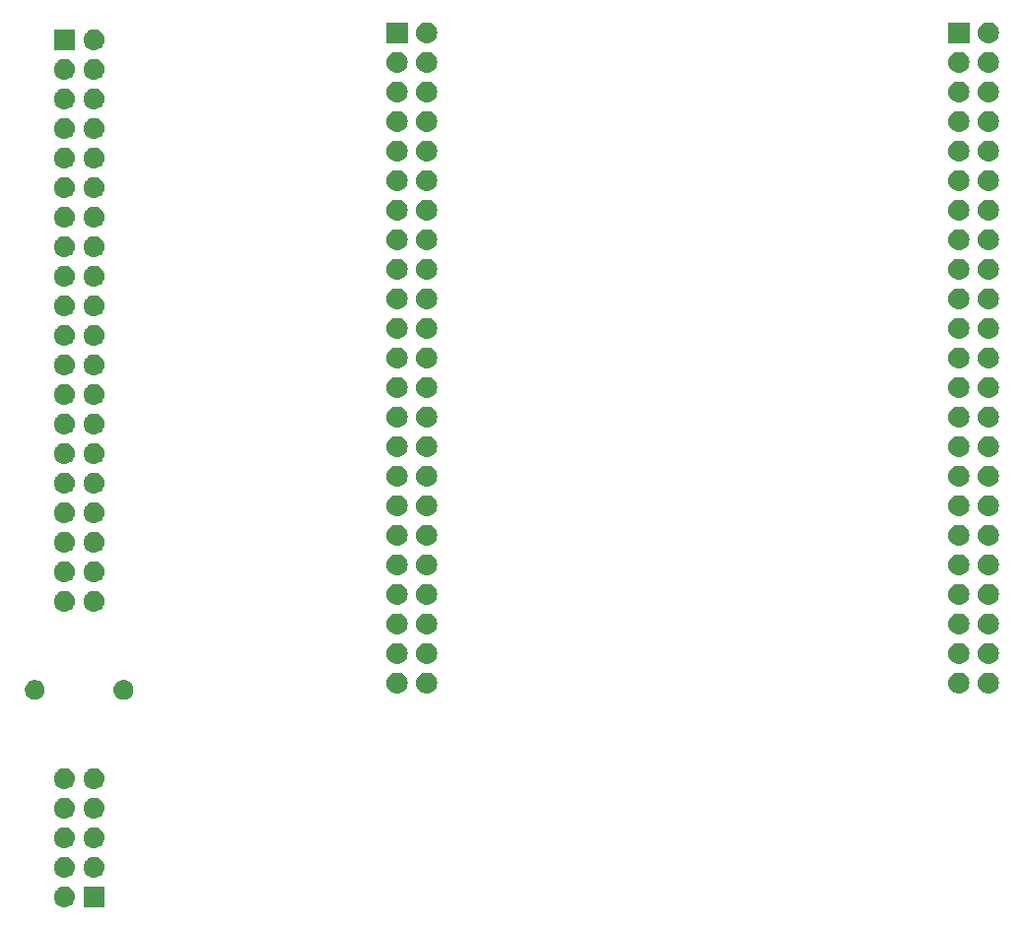
<source format=gbs>
G04 #@! TF.GenerationSoftware,KiCad,Pcbnew,5.0.2-bee76a0~70~ubuntu18.04.1*
G04 #@! TF.CreationDate,2019-04-18T20:00:00+02:00*
G04 #@! TF.ProjectId,Cramps2_nano-soc,4372616d-7073-4325-9f6e-616e6f2d736f,rev?*
G04 #@! TF.SameCoordinates,Original*
G04 #@! TF.FileFunction,Soldermask,Bot*
G04 #@! TF.FilePolarity,Negative*
%FSLAX46Y46*%
G04 Gerber Fmt 4.6, Leading zero omitted, Abs format (unit mm)*
G04 Created by KiCad (PCBNEW 5.0.2-bee76a0~70~ubuntu18.04.1) date 2019-04-18T20:00:00 CEST*
%MOMM*%
%LPD*%
G01*
G04 APERTURE LIST*
%ADD10C,0.100000*%
G04 APERTURE END LIST*
D10*
G36*
X94881000Y-143141000D02*
X93079000Y-143141000D01*
X93079000Y-141339000D01*
X94881000Y-141339000D01*
X94881000Y-143141000D01*
X94881000Y-143141000D01*
G37*
G36*
X91550442Y-141345518D02*
X91616627Y-141352037D01*
X91729853Y-141386384D01*
X91786467Y-141403557D01*
X91925087Y-141477652D01*
X91942991Y-141487222D01*
X91978729Y-141516552D01*
X92080186Y-141599814D01*
X92163448Y-141701271D01*
X92192778Y-141737009D01*
X92192779Y-141737011D01*
X92276443Y-141893533D01*
X92276443Y-141893534D01*
X92327963Y-142063373D01*
X92345359Y-142240000D01*
X92327963Y-142416627D01*
X92293616Y-142529853D01*
X92276443Y-142586467D01*
X92202348Y-142725087D01*
X92192778Y-142742991D01*
X92163448Y-142778729D01*
X92080186Y-142880186D01*
X91978729Y-142963448D01*
X91942991Y-142992778D01*
X91942989Y-142992779D01*
X91786467Y-143076443D01*
X91729853Y-143093616D01*
X91616627Y-143127963D01*
X91550443Y-143134481D01*
X91484260Y-143141000D01*
X91395740Y-143141000D01*
X91329557Y-143134481D01*
X91263373Y-143127963D01*
X91150147Y-143093616D01*
X91093533Y-143076443D01*
X90937011Y-142992779D01*
X90937009Y-142992778D01*
X90901271Y-142963448D01*
X90799814Y-142880186D01*
X90716552Y-142778729D01*
X90687222Y-142742991D01*
X90677652Y-142725087D01*
X90603557Y-142586467D01*
X90586384Y-142529853D01*
X90552037Y-142416627D01*
X90534641Y-142240000D01*
X90552037Y-142063373D01*
X90603557Y-141893534D01*
X90603557Y-141893533D01*
X90687221Y-141737011D01*
X90687222Y-141737009D01*
X90716552Y-141701271D01*
X90799814Y-141599814D01*
X90901271Y-141516552D01*
X90937009Y-141487222D01*
X90954913Y-141477652D01*
X91093533Y-141403557D01*
X91150147Y-141386384D01*
X91263373Y-141352037D01*
X91329558Y-141345518D01*
X91395740Y-141339000D01*
X91484260Y-141339000D01*
X91550442Y-141345518D01*
X91550442Y-141345518D01*
G37*
G36*
X91550442Y-138805518D02*
X91616627Y-138812037D01*
X91729853Y-138846384D01*
X91786467Y-138863557D01*
X91925087Y-138937652D01*
X91942991Y-138947222D01*
X91978729Y-138976552D01*
X92080186Y-139059814D01*
X92163448Y-139161271D01*
X92192778Y-139197009D01*
X92192779Y-139197011D01*
X92276443Y-139353533D01*
X92276443Y-139353534D01*
X92327963Y-139523373D01*
X92345359Y-139700000D01*
X92327963Y-139876627D01*
X92293616Y-139989853D01*
X92276443Y-140046467D01*
X92202348Y-140185087D01*
X92192778Y-140202991D01*
X92163448Y-140238729D01*
X92080186Y-140340186D01*
X91978729Y-140423448D01*
X91942991Y-140452778D01*
X91942989Y-140452779D01*
X91786467Y-140536443D01*
X91729853Y-140553616D01*
X91616627Y-140587963D01*
X91550442Y-140594482D01*
X91484260Y-140601000D01*
X91395740Y-140601000D01*
X91329558Y-140594482D01*
X91263373Y-140587963D01*
X91150147Y-140553616D01*
X91093533Y-140536443D01*
X90937011Y-140452779D01*
X90937009Y-140452778D01*
X90901271Y-140423448D01*
X90799814Y-140340186D01*
X90716552Y-140238729D01*
X90687222Y-140202991D01*
X90677652Y-140185087D01*
X90603557Y-140046467D01*
X90586384Y-139989853D01*
X90552037Y-139876627D01*
X90534641Y-139700000D01*
X90552037Y-139523373D01*
X90603557Y-139353534D01*
X90603557Y-139353533D01*
X90687221Y-139197011D01*
X90687222Y-139197009D01*
X90716552Y-139161271D01*
X90799814Y-139059814D01*
X90901271Y-138976552D01*
X90937009Y-138947222D01*
X90954913Y-138937652D01*
X91093533Y-138863557D01*
X91150147Y-138846384D01*
X91263373Y-138812037D01*
X91329558Y-138805518D01*
X91395740Y-138799000D01*
X91484260Y-138799000D01*
X91550442Y-138805518D01*
X91550442Y-138805518D01*
G37*
G36*
X94090442Y-138805518D02*
X94156627Y-138812037D01*
X94269853Y-138846384D01*
X94326467Y-138863557D01*
X94465087Y-138937652D01*
X94482991Y-138947222D01*
X94518729Y-138976552D01*
X94620186Y-139059814D01*
X94703448Y-139161271D01*
X94732778Y-139197009D01*
X94732779Y-139197011D01*
X94816443Y-139353533D01*
X94816443Y-139353534D01*
X94867963Y-139523373D01*
X94885359Y-139700000D01*
X94867963Y-139876627D01*
X94833616Y-139989853D01*
X94816443Y-140046467D01*
X94742348Y-140185087D01*
X94732778Y-140202991D01*
X94703448Y-140238729D01*
X94620186Y-140340186D01*
X94518729Y-140423448D01*
X94482991Y-140452778D01*
X94482989Y-140452779D01*
X94326467Y-140536443D01*
X94269853Y-140553616D01*
X94156627Y-140587963D01*
X94090442Y-140594482D01*
X94024260Y-140601000D01*
X93935740Y-140601000D01*
X93869558Y-140594482D01*
X93803373Y-140587963D01*
X93690147Y-140553616D01*
X93633533Y-140536443D01*
X93477011Y-140452779D01*
X93477009Y-140452778D01*
X93441271Y-140423448D01*
X93339814Y-140340186D01*
X93256552Y-140238729D01*
X93227222Y-140202991D01*
X93217652Y-140185087D01*
X93143557Y-140046467D01*
X93126384Y-139989853D01*
X93092037Y-139876627D01*
X93074641Y-139700000D01*
X93092037Y-139523373D01*
X93143557Y-139353534D01*
X93143557Y-139353533D01*
X93227221Y-139197011D01*
X93227222Y-139197009D01*
X93256552Y-139161271D01*
X93339814Y-139059814D01*
X93441271Y-138976552D01*
X93477009Y-138947222D01*
X93494913Y-138937652D01*
X93633533Y-138863557D01*
X93690147Y-138846384D01*
X93803373Y-138812037D01*
X93869558Y-138805518D01*
X93935740Y-138799000D01*
X94024260Y-138799000D01*
X94090442Y-138805518D01*
X94090442Y-138805518D01*
G37*
G36*
X94090443Y-136265519D02*
X94156627Y-136272037D01*
X94269853Y-136306384D01*
X94326467Y-136323557D01*
X94465087Y-136397652D01*
X94482991Y-136407222D01*
X94518729Y-136436552D01*
X94620186Y-136519814D01*
X94703448Y-136621271D01*
X94732778Y-136657009D01*
X94732779Y-136657011D01*
X94816443Y-136813533D01*
X94816443Y-136813534D01*
X94867963Y-136983373D01*
X94885359Y-137160000D01*
X94867963Y-137336627D01*
X94833616Y-137449853D01*
X94816443Y-137506467D01*
X94742348Y-137645087D01*
X94732778Y-137662991D01*
X94703448Y-137698729D01*
X94620186Y-137800186D01*
X94518729Y-137883448D01*
X94482991Y-137912778D01*
X94482989Y-137912779D01*
X94326467Y-137996443D01*
X94269853Y-138013616D01*
X94156627Y-138047963D01*
X94090442Y-138054482D01*
X94024260Y-138061000D01*
X93935740Y-138061000D01*
X93869558Y-138054482D01*
X93803373Y-138047963D01*
X93690147Y-138013616D01*
X93633533Y-137996443D01*
X93477011Y-137912779D01*
X93477009Y-137912778D01*
X93441271Y-137883448D01*
X93339814Y-137800186D01*
X93256552Y-137698729D01*
X93227222Y-137662991D01*
X93217652Y-137645087D01*
X93143557Y-137506467D01*
X93126384Y-137449853D01*
X93092037Y-137336627D01*
X93074641Y-137160000D01*
X93092037Y-136983373D01*
X93143557Y-136813534D01*
X93143557Y-136813533D01*
X93227221Y-136657011D01*
X93227222Y-136657009D01*
X93256552Y-136621271D01*
X93339814Y-136519814D01*
X93441271Y-136436552D01*
X93477009Y-136407222D01*
X93494913Y-136397652D01*
X93633533Y-136323557D01*
X93690147Y-136306384D01*
X93803373Y-136272037D01*
X93869557Y-136265519D01*
X93935740Y-136259000D01*
X94024260Y-136259000D01*
X94090443Y-136265519D01*
X94090443Y-136265519D01*
G37*
G36*
X91550443Y-136265519D02*
X91616627Y-136272037D01*
X91729853Y-136306384D01*
X91786467Y-136323557D01*
X91925087Y-136397652D01*
X91942991Y-136407222D01*
X91978729Y-136436552D01*
X92080186Y-136519814D01*
X92163448Y-136621271D01*
X92192778Y-136657009D01*
X92192779Y-136657011D01*
X92276443Y-136813533D01*
X92276443Y-136813534D01*
X92327963Y-136983373D01*
X92345359Y-137160000D01*
X92327963Y-137336627D01*
X92293616Y-137449853D01*
X92276443Y-137506467D01*
X92202348Y-137645087D01*
X92192778Y-137662991D01*
X92163448Y-137698729D01*
X92080186Y-137800186D01*
X91978729Y-137883448D01*
X91942991Y-137912778D01*
X91942989Y-137912779D01*
X91786467Y-137996443D01*
X91729853Y-138013616D01*
X91616627Y-138047963D01*
X91550442Y-138054482D01*
X91484260Y-138061000D01*
X91395740Y-138061000D01*
X91329558Y-138054482D01*
X91263373Y-138047963D01*
X91150147Y-138013616D01*
X91093533Y-137996443D01*
X90937011Y-137912779D01*
X90937009Y-137912778D01*
X90901271Y-137883448D01*
X90799814Y-137800186D01*
X90716552Y-137698729D01*
X90687222Y-137662991D01*
X90677652Y-137645087D01*
X90603557Y-137506467D01*
X90586384Y-137449853D01*
X90552037Y-137336627D01*
X90534641Y-137160000D01*
X90552037Y-136983373D01*
X90603557Y-136813534D01*
X90603557Y-136813533D01*
X90687221Y-136657011D01*
X90687222Y-136657009D01*
X90716552Y-136621271D01*
X90799814Y-136519814D01*
X90901271Y-136436552D01*
X90937009Y-136407222D01*
X90954913Y-136397652D01*
X91093533Y-136323557D01*
X91150147Y-136306384D01*
X91263373Y-136272037D01*
X91329557Y-136265519D01*
X91395740Y-136259000D01*
X91484260Y-136259000D01*
X91550443Y-136265519D01*
X91550443Y-136265519D01*
G37*
G36*
X94090443Y-133725519D02*
X94156627Y-133732037D01*
X94269853Y-133766384D01*
X94326467Y-133783557D01*
X94465087Y-133857652D01*
X94482991Y-133867222D01*
X94518729Y-133896552D01*
X94620186Y-133979814D01*
X94703448Y-134081271D01*
X94732778Y-134117009D01*
X94732779Y-134117011D01*
X94816443Y-134273533D01*
X94816443Y-134273534D01*
X94867963Y-134443373D01*
X94885359Y-134620000D01*
X94867963Y-134796627D01*
X94833616Y-134909853D01*
X94816443Y-134966467D01*
X94742348Y-135105087D01*
X94732778Y-135122991D01*
X94703448Y-135158729D01*
X94620186Y-135260186D01*
X94518729Y-135343448D01*
X94482991Y-135372778D01*
X94482989Y-135372779D01*
X94326467Y-135456443D01*
X94269853Y-135473616D01*
X94156627Y-135507963D01*
X94090443Y-135514481D01*
X94024260Y-135521000D01*
X93935740Y-135521000D01*
X93869557Y-135514481D01*
X93803373Y-135507963D01*
X93690147Y-135473616D01*
X93633533Y-135456443D01*
X93477011Y-135372779D01*
X93477009Y-135372778D01*
X93441271Y-135343448D01*
X93339814Y-135260186D01*
X93256552Y-135158729D01*
X93227222Y-135122991D01*
X93217652Y-135105087D01*
X93143557Y-134966467D01*
X93126384Y-134909853D01*
X93092037Y-134796627D01*
X93074641Y-134620000D01*
X93092037Y-134443373D01*
X93143557Y-134273534D01*
X93143557Y-134273533D01*
X93227221Y-134117011D01*
X93227222Y-134117009D01*
X93256552Y-134081271D01*
X93339814Y-133979814D01*
X93441271Y-133896552D01*
X93477009Y-133867222D01*
X93494913Y-133857652D01*
X93633533Y-133783557D01*
X93690147Y-133766384D01*
X93803373Y-133732037D01*
X93869557Y-133725519D01*
X93935740Y-133719000D01*
X94024260Y-133719000D01*
X94090443Y-133725519D01*
X94090443Y-133725519D01*
G37*
G36*
X91550443Y-133725519D02*
X91616627Y-133732037D01*
X91729853Y-133766384D01*
X91786467Y-133783557D01*
X91925087Y-133857652D01*
X91942991Y-133867222D01*
X91978729Y-133896552D01*
X92080186Y-133979814D01*
X92163448Y-134081271D01*
X92192778Y-134117009D01*
X92192779Y-134117011D01*
X92276443Y-134273533D01*
X92276443Y-134273534D01*
X92327963Y-134443373D01*
X92345359Y-134620000D01*
X92327963Y-134796627D01*
X92293616Y-134909853D01*
X92276443Y-134966467D01*
X92202348Y-135105087D01*
X92192778Y-135122991D01*
X92163448Y-135158729D01*
X92080186Y-135260186D01*
X91978729Y-135343448D01*
X91942991Y-135372778D01*
X91942989Y-135372779D01*
X91786467Y-135456443D01*
X91729853Y-135473616D01*
X91616627Y-135507963D01*
X91550443Y-135514481D01*
X91484260Y-135521000D01*
X91395740Y-135521000D01*
X91329557Y-135514481D01*
X91263373Y-135507963D01*
X91150147Y-135473616D01*
X91093533Y-135456443D01*
X90937011Y-135372779D01*
X90937009Y-135372778D01*
X90901271Y-135343448D01*
X90799814Y-135260186D01*
X90716552Y-135158729D01*
X90687222Y-135122991D01*
X90677652Y-135105087D01*
X90603557Y-134966467D01*
X90586384Y-134909853D01*
X90552037Y-134796627D01*
X90534641Y-134620000D01*
X90552037Y-134443373D01*
X90603557Y-134273534D01*
X90603557Y-134273533D01*
X90687221Y-134117011D01*
X90687222Y-134117009D01*
X90716552Y-134081271D01*
X90799814Y-133979814D01*
X90901271Y-133896552D01*
X90937009Y-133867222D01*
X90954913Y-133857652D01*
X91093533Y-133783557D01*
X91150147Y-133766384D01*
X91263373Y-133732037D01*
X91329557Y-133725519D01*
X91395740Y-133719000D01*
X91484260Y-133719000D01*
X91550443Y-133725519D01*
X91550443Y-133725519D01*
G37*
G36*
X94090442Y-131185518D02*
X94156627Y-131192037D01*
X94269853Y-131226384D01*
X94326467Y-131243557D01*
X94465087Y-131317652D01*
X94482991Y-131327222D01*
X94518729Y-131356552D01*
X94620186Y-131439814D01*
X94703448Y-131541271D01*
X94732778Y-131577009D01*
X94732779Y-131577011D01*
X94816443Y-131733533D01*
X94816443Y-131733534D01*
X94867963Y-131903373D01*
X94885359Y-132080000D01*
X94867963Y-132256627D01*
X94833616Y-132369853D01*
X94816443Y-132426467D01*
X94742348Y-132565087D01*
X94732778Y-132582991D01*
X94703448Y-132618729D01*
X94620186Y-132720186D01*
X94518729Y-132803448D01*
X94482991Y-132832778D01*
X94482989Y-132832779D01*
X94326467Y-132916443D01*
X94269853Y-132933616D01*
X94156627Y-132967963D01*
X94090443Y-132974481D01*
X94024260Y-132981000D01*
X93935740Y-132981000D01*
X93869557Y-132974481D01*
X93803373Y-132967963D01*
X93690147Y-132933616D01*
X93633533Y-132916443D01*
X93477011Y-132832779D01*
X93477009Y-132832778D01*
X93441271Y-132803448D01*
X93339814Y-132720186D01*
X93256552Y-132618729D01*
X93227222Y-132582991D01*
X93217652Y-132565087D01*
X93143557Y-132426467D01*
X93126384Y-132369853D01*
X93092037Y-132256627D01*
X93074641Y-132080000D01*
X93092037Y-131903373D01*
X93143557Y-131733534D01*
X93143557Y-131733533D01*
X93227221Y-131577011D01*
X93227222Y-131577009D01*
X93256552Y-131541271D01*
X93339814Y-131439814D01*
X93441271Y-131356552D01*
X93477009Y-131327222D01*
X93494913Y-131317652D01*
X93633533Y-131243557D01*
X93690147Y-131226384D01*
X93803373Y-131192037D01*
X93869558Y-131185518D01*
X93935740Y-131179000D01*
X94024260Y-131179000D01*
X94090442Y-131185518D01*
X94090442Y-131185518D01*
G37*
G36*
X91550442Y-131185518D02*
X91616627Y-131192037D01*
X91729853Y-131226384D01*
X91786467Y-131243557D01*
X91925087Y-131317652D01*
X91942991Y-131327222D01*
X91978729Y-131356552D01*
X92080186Y-131439814D01*
X92163448Y-131541271D01*
X92192778Y-131577009D01*
X92192779Y-131577011D01*
X92276443Y-131733533D01*
X92276443Y-131733534D01*
X92327963Y-131903373D01*
X92345359Y-132080000D01*
X92327963Y-132256627D01*
X92293616Y-132369853D01*
X92276443Y-132426467D01*
X92202348Y-132565087D01*
X92192778Y-132582991D01*
X92163448Y-132618729D01*
X92080186Y-132720186D01*
X91978729Y-132803448D01*
X91942991Y-132832778D01*
X91942989Y-132832779D01*
X91786467Y-132916443D01*
X91729853Y-132933616D01*
X91616627Y-132967963D01*
X91550443Y-132974481D01*
X91484260Y-132981000D01*
X91395740Y-132981000D01*
X91329557Y-132974481D01*
X91263373Y-132967963D01*
X91150147Y-132933616D01*
X91093533Y-132916443D01*
X90937011Y-132832779D01*
X90937009Y-132832778D01*
X90901271Y-132803448D01*
X90799814Y-132720186D01*
X90716552Y-132618729D01*
X90687222Y-132582991D01*
X90677652Y-132565087D01*
X90603557Y-132426467D01*
X90586384Y-132369853D01*
X90552037Y-132256627D01*
X90534641Y-132080000D01*
X90552037Y-131903373D01*
X90603557Y-131733534D01*
X90603557Y-131733533D01*
X90687221Y-131577011D01*
X90687222Y-131577009D01*
X90716552Y-131541271D01*
X90799814Y-131439814D01*
X90901271Y-131356552D01*
X90937009Y-131327222D01*
X90954913Y-131317652D01*
X91093533Y-131243557D01*
X91150147Y-131226384D01*
X91263373Y-131192037D01*
X91329558Y-131185518D01*
X91395740Y-131179000D01*
X91484260Y-131179000D01*
X91550442Y-131185518D01*
X91550442Y-131185518D01*
G37*
G36*
X89148228Y-123641703D02*
X89303100Y-123705853D01*
X89442481Y-123798985D01*
X89561015Y-123917519D01*
X89654147Y-124056900D01*
X89718297Y-124211772D01*
X89751000Y-124376184D01*
X89751000Y-124543816D01*
X89718297Y-124708228D01*
X89654147Y-124863100D01*
X89561015Y-125002481D01*
X89442481Y-125121015D01*
X89303100Y-125214147D01*
X89148228Y-125278297D01*
X88983816Y-125311000D01*
X88816184Y-125311000D01*
X88651772Y-125278297D01*
X88496900Y-125214147D01*
X88357519Y-125121015D01*
X88238985Y-125002481D01*
X88145853Y-124863100D01*
X88081703Y-124708228D01*
X88049000Y-124543816D01*
X88049000Y-124376184D01*
X88081703Y-124211772D01*
X88145853Y-124056900D01*
X88238985Y-123917519D01*
X88357519Y-123798985D01*
X88496900Y-123705853D01*
X88651772Y-123641703D01*
X88816184Y-123609000D01*
X88983816Y-123609000D01*
X89148228Y-123641703D01*
X89148228Y-123641703D01*
G37*
G36*
X96686821Y-123621313D02*
X96686824Y-123621314D01*
X96686825Y-123621314D01*
X96847239Y-123669975D01*
X96847241Y-123669976D01*
X96847244Y-123669977D01*
X96995078Y-123748995D01*
X97124659Y-123855341D01*
X97231005Y-123984922D01*
X97310023Y-124132756D01*
X97310024Y-124132759D01*
X97310025Y-124132761D01*
X97358686Y-124293175D01*
X97358687Y-124293179D01*
X97375117Y-124460000D01*
X97358687Y-124626821D01*
X97358686Y-124626824D01*
X97358686Y-124626825D01*
X97311807Y-124781366D01*
X97310023Y-124787244D01*
X97231005Y-124935078D01*
X97124659Y-125064659D01*
X96995078Y-125171005D01*
X96847244Y-125250023D01*
X96847241Y-125250024D01*
X96847239Y-125250025D01*
X96686825Y-125298686D01*
X96686824Y-125298686D01*
X96686821Y-125298687D01*
X96561804Y-125311000D01*
X96478196Y-125311000D01*
X96353179Y-125298687D01*
X96353176Y-125298686D01*
X96353175Y-125298686D01*
X96192761Y-125250025D01*
X96192759Y-125250024D01*
X96192756Y-125250023D01*
X96044922Y-125171005D01*
X95915341Y-125064659D01*
X95808995Y-124935078D01*
X95729977Y-124787244D01*
X95728194Y-124781366D01*
X95681314Y-124626825D01*
X95681314Y-124626824D01*
X95681313Y-124626821D01*
X95664883Y-124460000D01*
X95681313Y-124293179D01*
X95681314Y-124293175D01*
X95729975Y-124132761D01*
X95729976Y-124132759D01*
X95729977Y-124132756D01*
X95808995Y-123984922D01*
X95915341Y-123855341D01*
X96044922Y-123748995D01*
X96192756Y-123669977D01*
X96192759Y-123669976D01*
X96192761Y-123669975D01*
X96353175Y-123621314D01*
X96353176Y-123621314D01*
X96353179Y-123621313D01*
X96478196Y-123609000D01*
X96561804Y-123609000D01*
X96686821Y-123621313D01*
X96686821Y-123621313D01*
G37*
G36*
X120179294Y-122978633D02*
X120351694Y-123030931D01*
X120351696Y-123030932D01*
X120510583Y-123115859D01*
X120510585Y-123115860D01*
X120510584Y-123115860D01*
X120649849Y-123230151D01*
X120764140Y-123369416D01*
X120849069Y-123528306D01*
X120901367Y-123700706D01*
X120919025Y-123880000D01*
X120901367Y-124059294D01*
X120855112Y-124211772D01*
X120849068Y-124231696D01*
X120764141Y-124390583D01*
X120649849Y-124529849D01*
X120510583Y-124644141D01*
X120390685Y-124708228D01*
X120351694Y-124729069D01*
X120179294Y-124781367D01*
X120044931Y-124794600D01*
X119955069Y-124794600D01*
X119820706Y-124781367D01*
X119648306Y-124729069D01*
X119609315Y-124708228D01*
X119489417Y-124644141D01*
X119350151Y-124529849D01*
X119235859Y-124390583D01*
X119150932Y-124231696D01*
X119144888Y-124211772D01*
X119098633Y-124059294D01*
X119080975Y-123880000D01*
X119098633Y-123700706D01*
X119150931Y-123528306D01*
X119235860Y-123369416D01*
X119350151Y-123230151D01*
X119489416Y-123115860D01*
X119489415Y-123115860D01*
X119489417Y-123115859D01*
X119648304Y-123030932D01*
X119648306Y-123030931D01*
X119820706Y-122978633D01*
X119955069Y-122965400D01*
X120044931Y-122965400D01*
X120179294Y-122978633D01*
X120179294Y-122978633D01*
G37*
G36*
X168439294Y-122978633D02*
X168611694Y-123030931D01*
X168611696Y-123030932D01*
X168770583Y-123115859D01*
X168770585Y-123115860D01*
X168770584Y-123115860D01*
X168909849Y-123230151D01*
X169024140Y-123369416D01*
X169109069Y-123528306D01*
X169161367Y-123700706D01*
X169179025Y-123880000D01*
X169161367Y-124059294D01*
X169115112Y-124211772D01*
X169109068Y-124231696D01*
X169024141Y-124390583D01*
X168909849Y-124529849D01*
X168770583Y-124644141D01*
X168650685Y-124708228D01*
X168611694Y-124729069D01*
X168439294Y-124781367D01*
X168304931Y-124794600D01*
X168215069Y-124794600D01*
X168080706Y-124781367D01*
X167908306Y-124729069D01*
X167869315Y-124708228D01*
X167749417Y-124644141D01*
X167610151Y-124529849D01*
X167495859Y-124390583D01*
X167410932Y-124231696D01*
X167404888Y-124211772D01*
X167358633Y-124059294D01*
X167340975Y-123880000D01*
X167358633Y-123700706D01*
X167410931Y-123528306D01*
X167495860Y-123369416D01*
X167610151Y-123230151D01*
X167749416Y-123115860D01*
X167749415Y-123115860D01*
X167749417Y-123115859D01*
X167908304Y-123030932D01*
X167908306Y-123030931D01*
X168080706Y-122978633D01*
X168215069Y-122965400D01*
X168304931Y-122965400D01*
X168439294Y-122978633D01*
X168439294Y-122978633D01*
G37*
G36*
X170979294Y-122978633D02*
X171151694Y-123030931D01*
X171151696Y-123030932D01*
X171310583Y-123115859D01*
X171310585Y-123115860D01*
X171310584Y-123115860D01*
X171449849Y-123230151D01*
X171564140Y-123369416D01*
X171649069Y-123528306D01*
X171701367Y-123700706D01*
X171719025Y-123880000D01*
X171701367Y-124059294D01*
X171655112Y-124211772D01*
X171649068Y-124231696D01*
X171564141Y-124390583D01*
X171449849Y-124529849D01*
X171310583Y-124644141D01*
X171190685Y-124708228D01*
X171151694Y-124729069D01*
X170979294Y-124781367D01*
X170844931Y-124794600D01*
X170755069Y-124794600D01*
X170620706Y-124781367D01*
X170448306Y-124729069D01*
X170409315Y-124708228D01*
X170289417Y-124644141D01*
X170150151Y-124529849D01*
X170035859Y-124390583D01*
X169950932Y-124231696D01*
X169944888Y-124211772D01*
X169898633Y-124059294D01*
X169880975Y-123880000D01*
X169898633Y-123700706D01*
X169950931Y-123528306D01*
X170035860Y-123369416D01*
X170150151Y-123230151D01*
X170289416Y-123115860D01*
X170289415Y-123115860D01*
X170289417Y-123115859D01*
X170448304Y-123030932D01*
X170448306Y-123030931D01*
X170620706Y-122978633D01*
X170755069Y-122965400D01*
X170844931Y-122965400D01*
X170979294Y-122978633D01*
X170979294Y-122978633D01*
G37*
G36*
X122719294Y-122978633D02*
X122891694Y-123030931D01*
X122891696Y-123030932D01*
X123050583Y-123115859D01*
X123050585Y-123115860D01*
X123050584Y-123115860D01*
X123189849Y-123230151D01*
X123304140Y-123369416D01*
X123389069Y-123528306D01*
X123441367Y-123700706D01*
X123459025Y-123880000D01*
X123441367Y-124059294D01*
X123395112Y-124211772D01*
X123389068Y-124231696D01*
X123304141Y-124390583D01*
X123189849Y-124529849D01*
X123050583Y-124644141D01*
X122930685Y-124708228D01*
X122891694Y-124729069D01*
X122719294Y-124781367D01*
X122584931Y-124794600D01*
X122495069Y-124794600D01*
X122360706Y-124781367D01*
X122188306Y-124729069D01*
X122149315Y-124708228D01*
X122029417Y-124644141D01*
X121890151Y-124529849D01*
X121775859Y-124390583D01*
X121690932Y-124231696D01*
X121684888Y-124211772D01*
X121638633Y-124059294D01*
X121620975Y-123880000D01*
X121638633Y-123700706D01*
X121690931Y-123528306D01*
X121775860Y-123369416D01*
X121890151Y-123230151D01*
X122029416Y-123115860D01*
X122029415Y-123115860D01*
X122029417Y-123115859D01*
X122188304Y-123030932D01*
X122188306Y-123030931D01*
X122360706Y-122978633D01*
X122495069Y-122965400D01*
X122584931Y-122965400D01*
X122719294Y-122978633D01*
X122719294Y-122978633D01*
G37*
G36*
X170979294Y-120438633D02*
X171151694Y-120490931D01*
X171151696Y-120490932D01*
X171310583Y-120575859D01*
X171310585Y-120575860D01*
X171310584Y-120575860D01*
X171449849Y-120690151D01*
X171564140Y-120829416D01*
X171649069Y-120988306D01*
X171701367Y-121160706D01*
X171719025Y-121340000D01*
X171701367Y-121519294D01*
X171649069Y-121691694D01*
X171649068Y-121691696D01*
X171564141Y-121850583D01*
X171449849Y-121989849D01*
X171310583Y-122104141D01*
X171151696Y-122189068D01*
X171151694Y-122189069D01*
X170979294Y-122241367D01*
X170844931Y-122254600D01*
X170755069Y-122254600D01*
X170620706Y-122241367D01*
X170448306Y-122189069D01*
X170448304Y-122189068D01*
X170289417Y-122104141D01*
X170150151Y-121989849D01*
X170035859Y-121850583D01*
X169950932Y-121691696D01*
X169950931Y-121691694D01*
X169898633Y-121519294D01*
X169880975Y-121340000D01*
X169898633Y-121160706D01*
X169950931Y-120988306D01*
X170035860Y-120829416D01*
X170150151Y-120690151D01*
X170289416Y-120575860D01*
X170289415Y-120575860D01*
X170289417Y-120575859D01*
X170448304Y-120490932D01*
X170448306Y-120490931D01*
X170620706Y-120438633D01*
X170755069Y-120425400D01*
X170844931Y-120425400D01*
X170979294Y-120438633D01*
X170979294Y-120438633D01*
G37*
G36*
X122719294Y-120438633D02*
X122891694Y-120490931D01*
X122891696Y-120490932D01*
X123050583Y-120575859D01*
X123050585Y-120575860D01*
X123050584Y-120575860D01*
X123189849Y-120690151D01*
X123304140Y-120829416D01*
X123389069Y-120988306D01*
X123441367Y-121160706D01*
X123459025Y-121340000D01*
X123441367Y-121519294D01*
X123389069Y-121691694D01*
X123389068Y-121691696D01*
X123304141Y-121850583D01*
X123189849Y-121989849D01*
X123050583Y-122104141D01*
X122891696Y-122189068D01*
X122891694Y-122189069D01*
X122719294Y-122241367D01*
X122584931Y-122254600D01*
X122495069Y-122254600D01*
X122360706Y-122241367D01*
X122188306Y-122189069D01*
X122188304Y-122189068D01*
X122029417Y-122104141D01*
X121890151Y-121989849D01*
X121775859Y-121850583D01*
X121690932Y-121691696D01*
X121690931Y-121691694D01*
X121638633Y-121519294D01*
X121620975Y-121340000D01*
X121638633Y-121160706D01*
X121690931Y-120988306D01*
X121775860Y-120829416D01*
X121890151Y-120690151D01*
X122029416Y-120575860D01*
X122029415Y-120575860D01*
X122029417Y-120575859D01*
X122188304Y-120490932D01*
X122188306Y-120490931D01*
X122360706Y-120438633D01*
X122495069Y-120425400D01*
X122584931Y-120425400D01*
X122719294Y-120438633D01*
X122719294Y-120438633D01*
G37*
G36*
X120179294Y-120438633D02*
X120351694Y-120490931D01*
X120351696Y-120490932D01*
X120510583Y-120575859D01*
X120510585Y-120575860D01*
X120510584Y-120575860D01*
X120649849Y-120690151D01*
X120764140Y-120829416D01*
X120849069Y-120988306D01*
X120901367Y-121160706D01*
X120919025Y-121340000D01*
X120901367Y-121519294D01*
X120849069Y-121691694D01*
X120849068Y-121691696D01*
X120764141Y-121850583D01*
X120649849Y-121989849D01*
X120510583Y-122104141D01*
X120351696Y-122189068D01*
X120351694Y-122189069D01*
X120179294Y-122241367D01*
X120044931Y-122254600D01*
X119955069Y-122254600D01*
X119820706Y-122241367D01*
X119648306Y-122189069D01*
X119648304Y-122189068D01*
X119489417Y-122104141D01*
X119350151Y-121989849D01*
X119235859Y-121850583D01*
X119150932Y-121691696D01*
X119150931Y-121691694D01*
X119098633Y-121519294D01*
X119080975Y-121340000D01*
X119098633Y-121160706D01*
X119150931Y-120988306D01*
X119235860Y-120829416D01*
X119350151Y-120690151D01*
X119489416Y-120575860D01*
X119489415Y-120575860D01*
X119489417Y-120575859D01*
X119648304Y-120490932D01*
X119648306Y-120490931D01*
X119820706Y-120438633D01*
X119955069Y-120425400D01*
X120044931Y-120425400D01*
X120179294Y-120438633D01*
X120179294Y-120438633D01*
G37*
G36*
X168439294Y-120438633D02*
X168611694Y-120490931D01*
X168611696Y-120490932D01*
X168770583Y-120575859D01*
X168770585Y-120575860D01*
X168770584Y-120575860D01*
X168909849Y-120690151D01*
X169024140Y-120829416D01*
X169109069Y-120988306D01*
X169161367Y-121160706D01*
X169179025Y-121340000D01*
X169161367Y-121519294D01*
X169109069Y-121691694D01*
X169109068Y-121691696D01*
X169024141Y-121850583D01*
X168909849Y-121989849D01*
X168770583Y-122104141D01*
X168611696Y-122189068D01*
X168611694Y-122189069D01*
X168439294Y-122241367D01*
X168304931Y-122254600D01*
X168215069Y-122254600D01*
X168080706Y-122241367D01*
X167908306Y-122189069D01*
X167908304Y-122189068D01*
X167749417Y-122104141D01*
X167610151Y-121989849D01*
X167495859Y-121850583D01*
X167410932Y-121691696D01*
X167410931Y-121691694D01*
X167358633Y-121519294D01*
X167340975Y-121340000D01*
X167358633Y-121160706D01*
X167410931Y-120988306D01*
X167495860Y-120829416D01*
X167610151Y-120690151D01*
X167749416Y-120575860D01*
X167749415Y-120575860D01*
X167749417Y-120575859D01*
X167908304Y-120490932D01*
X167908306Y-120490931D01*
X168080706Y-120438633D01*
X168215069Y-120425400D01*
X168304931Y-120425400D01*
X168439294Y-120438633D01*
X168439294Y-120438633D01*
G37*
G36*
X170979294Y-117898633D02*
X171151694Y-117950931D01*
X171151696Y-117950932D01*
X171310583Y-118035859D01*
X171310585Y-118035860D01*
X171310584Y-118035860D01*
X171449849Y-118150151D01*
X171564140Y-118289416D01*
X171649069Y-118448306D01*
X171701367Y-118620706D01*
X171719025Y-118800000D01*
X171701367Y-118979294D01*
X171649069Y-119151694D01*
X171649068Y-119151696D01*
X171564141Y-119310583D01*
X171449849Y-119449849D01*
X171310583Y-119564141D01*
X171151696Y-119649068D01*
X171151694Y-119649069D01*
X170979294Y-119701367D01*
X170844931Y-119714600D01*
X170755069Y-119714600D01*
X170620706Y-119701367D01*
X170448306Y-119649069D01*
X170448304Y-119649068D01*
X170289417Y-119564141D01*
X170150151Y-119449849D01*
X170035859Y-119310583D01*
X169950932Y-119151696D01*
X169950931Y-119151694D01*
X169898633Y-118979294D01*
X169880975Y-118800000D01*
X169898633Y-118620706D01*
X169950931Y-118448306D01*
X170035860Y-118289416D01*
X170150151Y-118150151D01*
X170289416Y-118035860D01*
X170289415Y-118035860D01*
X170289417Y-118035859D01*
X170448304Y-117950932D01*
X170448306Y-117950931D01*
X170620706Y-117898633D01*
X170755069Y-117885400D01*
X170844931Y-117885400D01*
X170979294Y-117898633D01*
X170979294Y-117898633D01*
G37*
G36*
X122719294Y-117898633D02*
X122891694Y-117950931D01*
X122891696Y-117950932D01*
X123050583Y-118035859D01*
X123050585Y-118035860D01*
X123050584Y-118035860D01*
X123189849Y-118150151D01*
X123304140Y-118289416D01*
X123389069Y-118448306D01*
X123441367Y-118620706D01*
X123459025Y-118800000D01*
X123441367Y-118979294D01*
X123389069Y-119151694D01*
X123389068Y-119151696D01*
X123304141Y-119310583D01*
X123189849Y-119449849D01*
X123050583Y-119564141D01*
X122891696Y-119649068D01*
X122891694Y-119649069D01*
X122719294Y-119701367D01*
X122584931Y-119714600D01*
X122495069Y-119714600D01*
X122360706Y-119701367D01*
X122188306Y-119649069D01*
X122188304Y-119649068D01*
X122029417Y-119564141D01*
X121890151Y-119449849D01*
X121775859Y-119310583D01*
X121690932Y-119151696D01*
X121690931Y-119151694D01*
X121638633Y-118979294D01*
X121620975Y-118800000D01*
X121638633Y-118620706D01*
X121690931Y-118448306D01*
X121775860Y-118289416D01*
X121890151Y-118150151D01*
X122029416Y-118035860D01*
X122029415Y-118035860D01*
X122029417Y-118035859D01*
X122188304Y-117950932D01*
X122188306Y-117950931D01*
X122360706Y-117898633D01*
X122495069Y-117885400D01*
X122584931Y-117885400D01*
X122719294Y-117898633D01*
X122719294Y-117898633D01*
G37*
G36*
X120179294Y-117898633D02*
X120351694Y-117950931D01*
X120351696Y-117950932D01*
X120510583Y-118035859D01*
X120510585Y-118035860D01*
X120510584Y-118035860D01*
X120649849Y-118150151D01*
X120764140Y-118289416D01*
X120849069Y-118448306D01*
X120901367Y-118620706D01*
X120919025Y-118800000D01*
X120901367Y-118979294D01*
X120849069Y-119151694D01*
X120849068Y-119151696D01*
X120764141Y-119310583D01*
X120649849Y-119449849D01*
X120510583Y-119564141D01*
X120351696Y-119649068D01*
X120351694Y-119649069D01*
X120179294Y-119701367D01*
X120044931Y-119714600D01*
X119955069Y-119714600D01*
X119820706Y-119701367D01*
X119648306Y-119649069D01*
X119648304Y-119649068D01*
X119489417Y-119564141D01*
X119350151Y-119449849D01*
X119235859Y-119310583D01*
X119150932Y-119151696D01*
X119150931Y-119151694D01*
X119098633Y-118979294D01*
X119080975Y-118800000D01*
X119098633Y-118620706D01*
X119150931Y-118448306D01*
X119235860Y-118289416D01*
X119350151Y-118150151D01*
X119489416Y-118035860D01*
X119489415Y-118035860D01*
X119489417Y-118035859D01*
X119648304Y-117950932D01*
X119648306Y-117950931D01*
X119820706Y-117898633D01*
X119955069Y-117885400D01*
X120044931Y-117885400D01*
X120179294Y-117898633D01*
X120179294Y-117898633D01*
G37*
G36*
X168439294Y-117898633D02*
X168611694Y-117950931D01*
X168611696Y-117950932D01*
X168770583Y-118035859D01*
X168770585Y-118035860D01*
X168770584Y-118035860D01*
X168909849Y-118150151D01*
X169024140Y-118289416D01*
X169109069Y-118448306D01*
X169161367Y-118620706D01*
X169179025Y-118800000D01*
X169161367Y-118979294D01*
X169109069Y-119151694D01*
X169109068Y-119151696D01*
X169024141Y-119310583D01*
X168909849Y-119449849D01*
X168770583Y-119564141D01*
X168611696Y-119649068D01*
X168611694Y-119649069D01*
X168439294Y-119701367D01*
X168304931Y-119714600D01*
X168215069Y-119714600D01*
X168080706Y-119701367D01*
X167908306Y-119649069D01*
X167908304Y-119649068D01*
X167749417Y-119564141D01*
X167610151Y-119449849D01*
X167495859Y-119310583D01*
X167410932Y-119151696D01*
X167410931Y-119151694D01*
X167358633Y-118979294D01*
X167340975Y-118800000D01*
X167358633Y-118620706D01*
X167410931Y-118448306D01*
X167495860Y-118289416D01*
X167610151Y-118150151D01*
X167749416Y-118035860D01*
X167749415Y-118035860D01*
X167749417Y-118035859D01*
X167908304Y-117950932D01*
X167908306Y-117950931D01*
X168080706Y-117898633D01*
X168215069Y-117885400D01*
X168304931Y-117885400D01*
X168439294Y-117898633D01*
X168439294Y-117898633D01*
G37*
G36*
X94090442Y-115945518D02*
X94156627Y-115952037D01*
X94269853Y-115986384D01*
X94326467Y-116003557D01*
X94465087Y-116077652D01*
X94482991Y-116087222D01*
X94518729Y-116116552D01*
X94620186Y-116199814D01*
X94703448Y-116301271D01*
X94732778Y-116337009D01*
X94732779Y-116337011D01*
X94816443Y-116493533D01*
X94816443Y-116493534D01*
X94867963Y-116663373D01*
X94885359Y-116840000D01*
X94867963Y-117016627D01*
X94839921Y-117109068D01*
X94816443Y-117186467D01*
X94742348Y-117325087D01*
X94732778Y-117342991D01*
X94703448Y-117378729D01*
X94620186Y-117480186D01*
X94518729Y-117563448D01*
X94482991Y-117592778D01*
X94482989Y-117592779D01*
X94326467Y-117676443D01*
X94269853Y-117693616D01*
X94156627Y-117727963D01*
X94090442Y-117734482D01*
X94024260Y-117741000D01*
X93935740Y-117741000D01*
X93869558Y-117734482D01*
X93803373Y-117727963D01*
X93690147Y-117693616D01*
X93633533Y-117676443D01*
X93477011Y-117592779D01*
X93477009Y-117592778D01*
X93441271Y-117563448D01*
X93339814Y-117480186D01*
X93256552Y-117378729D01*
X93227222Y-117342991D01*
X93217652Y-117325087D01*
X93143557Y-117186467D01*
X93120079Y-117109068D01*
X93092037Y-117016627D01*
X93074641Y-116840000D01*
X93092037Y-116663373D01*
X93143557Y-116493534D01*
X93143557Y-116493533D01*
X93227221Y-116337011D01*
X93227222Y-116337009D01*
X93256552Y-116301271D01*
X93339814Y-116199814D01*
X93441271Y-116116552D01*
X93477009Y-116087222D01*
X93494913Y-116077652D01*
X93633533Y-116003557D01*
X93690147Y-115986384D01*
X93803373Y-115952037D01*
X93869558Y-115945518D01*
X93935740Y-115939000D01*
X94024260Y-115939000D01*
X94090442Y-115945518D01*
X94090442Y-115945518D01*
G37*
G36*
X91550442Y-115945518D02*
X91616627Y-115952037D01*
X91729853Y-115986384D01*
X91786467Y-116003557D01*
X91925087Y-116077652D01*
X91942991Y-116087222D01*
X91978729Y-116116552D01*
X92080186Y-116199814D01*
X92163448Y-116301271D01*
X92192778Y-116337009D01*
X92192779Y-116337011D01*
X92276443Y-116493533D01*
X92276443Y-116493534D01*
X92327963Y-116663373D01*
X92345359Y-116840000D01*
X92327963Y-117016627D01*
X92299921Y-117109068D01*
X92276443Y-117186467D01*
X92202348Y-117325087D01*
X92192778Y-117342991D01*
X92163448Y-117378729D01*
X92080186Y-117480186D01*
X91978729Y-117563448D01*
X91942991Y-117592778D01*
X91942989Y-117592779D01*
X91786467Y-117676443D01*
X91729853Y-117693616D01*
X91616627Y-117727963D01*
X91550442Y-117734482D01*
X91484260Y-117741000D01*
X91395740Y-117741000D01*
X91329558Y-117734482D01*
X91263373Y-117727963D01*
X91150147Y-117693616D01*
X91093533Y-117676443D01*
X90937011Y-117592779D01*
X90937009Y-117592778D01*
X90901271Y-117563448D01*
X90799814Y-117480186D01*
X90716552Y-117378729D01*
X90687222Y-117342991D01*
X90677652Y-117325087D01*
X90603557Y-117186467D01*
X90580079Y-117109068D01*
X90552037Y-117016627D01*
X90534641Y-116840000D01*
X90552037Y-116663373D01*
X90603557Y-116493534D01*
X90603557Y-116493533D01*
X90687221Y-116337011D01*
X90687222Y-116337009D01*
X90716552Y-116301271D01*
X90799814Y-116199814D01*
X90901271Y-116116552D01*
X90937009Y-116087222D01*
X90954913Y-116077652D01*
X91093533Y-116003557D01*
X91150147Y-115986384D01*
X91263373Y-115952037D01*
X91329558Y-115945518D01*
X91395740Y-115939000D01*
X91484260Y-115939000D01*
X91550442Y-115945518D01*
X91550442Y-115945518D01*
G37*
G36*
X120179294Y-115358633D02*
X120351694Y-115410931D01*
X120351696Y-115410932D01*
X120510583Y-115495859D01*
X120510585Y-115495860D01*
X120510584Y-115495860D01*
X120649849Y-115610151D01*
X120764140Y-115749416D01*
X120849069Y-115908306D01*
X120901367Y-116080706D01*
X120919025Y-116260000D01*
X120901367Y-116439294D01*
X120849069Y-116611694D01*
X120849068Y-116611696D01*
X120764141Y-116770583D01*
X120649849Y-116909849D01*
X120510583Y-117024141D01*
X120351696Y-117109068D01*
X120351694Y-117109069D01*
X120179294Y-117161367D01*
X120044931Y-117174600D01*
X119955069Y-117174600D01*
X119820706Y-117161367D01*
X119648306Y-117109069D01*
X119648304Y-117109068D01*
X119489417Y-117024141D01*
X119350151Y-116909849D01*
X119235859Y-116770583D01*
X119150932Y-116611696D01*
X119150931Y-116611694D01*
X119098633Y-116439294D01*
X119080975Y-116260000D01*
X119098633Y-116080706D01*
X119150931Y-115908306D01*
X119235860Y-115749416D01*
X119350151Y-115610151D01*
X119489416Y-115495860D01*
X119489415Y-115495860D01*
X119489417Y-115495859D01*
X119648304Y-115410932D01*
X119648306Y-115410931D01*
X119820706Y-115358633D01*
X119955069Y-115345400D01*
X120044931Y-115345400D01*
X120179294Y-115358633D01*
X120179294Y-115358633D01*
G37*
G36*
X122719294Y-115358633D02*
X122891694Y-115410931D01*
X122891696Y-115410932D01*
X123050583Y-115495859D01*
X123050585Y-115495860D01*
X123050584Y-115495860D01*
X123189849Y-115610151D01*
X123304140Y-115749416D01*
X123389069Y-115908306D01*
X123441367Y-116080706D01*
X123459025Y-116260000D01*
X123441367Y-116439294D01*
X123389069Y-116611694D01*
X123389068Y-116611696D01*
X123304141Y-116770583D01*
X123189849Y-116909849D01*
X123050583Y-117024141D01*
X122891696Y-117109068D01*
X122891694Y-117109069D01*
X122719294Y-117161367D01*
X122584931Y-117174600D01*
X122495069Y-117174600D01*
X122360706Y-117161367D01*
X122188306Y-117109069D01*
X122188304Y-117109068D01*
X122029417Y-117024141D01*
X121890151Y-116909849D01*
X121775859Y-116770583D01*
X121690932Y-116611696D01*
X121690931Y-116611694D01*
X121638633Y-116439294D01*
X121620975Y-116260000D01*
X121638633Y-116080706D01*
X121690931Y-115908306D01*
X121775860Y-115749416D01*
X121890151Y-115610151D01*
X122029416Y-115495860D01*
X122029415Y-115495860D01*
X122029417Y-115495859D01*
X122188304Y-115410932D01*
X122188306Y-115410931D01*
X122360706Y-115358633D01*
X122495069Y-115345400D01*
X122584931Y-115345400D01*
X122719294Y-115358633D01*
X122719294Y-115358633D01*
G37*
G36*
X168439294Y-115358633D02*
X168611694Y-115410931D01*
X168611696Y-115410932D01*
X168770583Y-115495859D01*
X168770585Y-115495860D01*
X168770584Y-115495860D01*
X168909849Y-115610151D01*
X169024140Y-115749416D01*
X169109069Y-115908306D01*
X169161367Y-116080706D01*
X169179025Y-116260000D01*
X169161367Y-116439294D01*
X169109069Y-116611694D01*
X169109068Y-116611696D01*
X169024141Y-116770583D01*
X168909849Y-116909849D01*
X168770583Y-117024141D01*
X168611696Y-117109068D01*
X168611694Y-117109069D01*
X168439294Y-117161367D01*
X168304931Y-117174600D01*
X168215069Y-117174600D01*
X168080706Y-117161367D01*
X167908306Y-117109069D01*
X167908304Y-117109068D01*
X167749417Y-117024141D01*
X167610151Y-116909849D01*
X167495859Y-116770583D01*
X167410932Y-116611696D01*
X167410931Y-116611694D01*
X167358633Y-116439294D01*
X167340975Y-116260000D01*
X167358633Y-116080706D01*
X167410931Y-115908306D01*
X167495860Y-115749416D01*
X167610151Y-115610151D01*
X167749416Y-115495860D01*
X167749415Y-115495860D01*
X167749417Y-115495859D01*
X167908304Y-115410932D01*
X167908306Y-115410931D01*
X168080706Y-115358633D01*
X168215069Y-115345400D01*
X168304931Y-115345400D01*
X168439294Y-115358633D01*
X168439294Y-115358633D01*
G37*
G36*
X170979294Y-115358633D02*
X171151694Y-115410931D01*
X171151696Y-115410932D01*
X171310583Y-115495859D01*
X171310585Y-115495860D01*
X171310584Y-115495860D01*
X171449849Y-115610151D01*
X171564140Y-115749416D01*
X171649069Y-115908306D01*
X171701367Y-116080706D01*
X171719025Y-116260000D01*
X171701367Y-116439294D01*
X171649069Y-116611694D01*
X171649068Y-116611696D01*
X171564141Y-116770583D01*
X171449849Y-116909849D01*
X171310583Y-117024141D01*
X171151696Y-117109068D01*
X171151694Y-117109069D01*
X170979294Y-117161367D01*
X170844931Y-117174600D01*
X170755069Y-117174600D01*
X170620706Y-117161367D01*
X170448306Y-117109069D01*
X170448304Y-117109068D01*
X170289417Y-117024141D01*
X170150151Y-116909849D01*
X170035859Y-116770583D01*
X169950932Y-116611696D01*
X169950931Y-116611694D01*
X169898633Y-116439294D01*
X169880975Y-116260000D01*
X169898633Y-116080706D01*
X169950931Y-115908306D01*
X170035860Y-115749416D01*
X170150151Y-115610151D01*
X170289416Y-115495860D01*
X170289415Y-115495860D01*
X170289417Y-115495859D01*
X170448304Y-115410932D01*
X170448306Y-115410931D01*
X170620706Y-115358633D01*
X170755069Y-115345400D01*
X170844931Y-115345400D01*
X170979294Y-115358633D01*
X170979294Y-115358633D01*
G37*
G36*
X94090443Y-113405519D02*
X94156627Y-113412037D01*
X94269853Y-113446384D01*
X94326467Y-113463557D01*
X94465087Y-113537652D01*
X94482991Y-113547222D01*
X94518729Y-113576552D01*
X94620186Y-113659814D01*
X94703448Y-113761271D01*
X94732778Y-113797009D01*
X94732779Y-113797011D01*
X94816443Y-113953533D01*
X94816443Y-113953534D01*
X94867963Y-114123373D01*
X94885359Y-114300000D01*
X94867963Y-114476627D01*
X94839921Y-114569068D01*
X94816443Y-114646467D01*
X94742348Y-114785087D01*
X94732778Y-114802991D01*
X94703448Y-114838729D01*
X94620186Y-114940186D01*
X94518729Y-115023448D01*
X94482991Y-115052778D01*
X94482989Y-115052779D01*
X94326467Y-115136443D01*
X94269853Y-115153616D01*
X94156627Y-115187963D01*
X94090442Y-115194482D01*
X94024260Y-115201000D01*
X93935740Y-115201000D01*
X93869558Y-115194482D01*
X93803373Y-115187963D01*
X93690147Y-115153616D01*
X93633533Y-115136443D01*
X93477011Y-115052779D01*
X93477009Y-115052778D01*
X93441271Y-115023448D01*
X93339814Y-114940186D01*
X93256552Y-114838729D01*
X93227222Y-114802991D01*
X93217652Y-114785087D01*
X93143557Y-114646467D01*
X93120079Y-114569068D01*
X93092037Y-114476627D01*
X93074641Y-114300000D01*
X93092037Y-114123373D01*
X93143557Y-113953534D01*
X93143557Y-113953533D01*
X93227221Y-113797011D01*
X93227222Y-113797009D01*
X93256552Y-113761271D01*
X93339814Y-113659814D01*
X93441271Y-113576552D01*
X93477009Y-113547222D01*
X93494913Y-113537652D01*
X93633533Y-113463557D01*
X93690147Y-113446384D01*
X93803373Y-113412037D01*
X93869557Y-113405519D01*
X93935740Y-113399000D01*
X94024260Y-113399000D01*
X94090443Y-113405519D01*
X94090443Y-113405519D01*
G37*
G36*
X91550443Y-113405519D02*
X91616627Y-113412037D01*
X91729853Y-113446384D01*
X91786467Y-113463557D01*
X91925087Y-113537652D01*
X91942991Y-113547222D01*
X91978729Y-113576552D01*
X92080186Y-113659814D01*
X92163448Y-113761271D01*
X92192778Y-113797009D01*
X92192779Y-113797011D01*
X92276443Y-113953533D01*
X92276443Y-113953534D01*
X92327963Y-114123373D01*
X92345359Y-114300000D01*
X92327963Y-114476627D01*
X92299921Y-114569068D01*
X92276443Y-114646467D01*
X92202348Y-114785087D01*
X92192778Y-114802991D01*
X92163448Y-114838729D01*
X92080186Y-114940186D01*
X91978729Y-115023448D01*
X91942991Y-115052778D01*
X91942989Y-115052779D01*
X91786467Y-115136443D01*
X91729853Y-115153616D01*
X91616627Y-115187963D01*
X91550442Y-115194482D01*
X91484260Y-115201000D01*
X91395740Y-115201000D01*
X91329558Y-115194482D01*
X91263373Y-115187963D01*
X91150147Y-115153616D01*
X91093533Y-115136443D01*
X90937011Y-115052779D01*
X90937009Y-115052778D01*
X90901271Y-115023448D01*
X90799814Y-114940186D01*
X90716552Y-114838729D01*
X90687222Y-114802991D01*
X90677652Y-114785087D01*
X90603557Y-114646467D01*
X90580079Y-114569068D01*
X90552037Y-114476627D01*
X90534641Y-114300000D01*
X90552037Y-114123373D01*
X90603557Y-113953534D01*
X90603557Y-113953533D01*
X90687221Y-113797011D01*
X90687222Y-113797009D01*
X90716552Y-113761271D01*
X90799814Y-113659814D01*
X90901271Y-113576552D01*
X90937009Y-113547222D01*
X90954913Y-113537652D01*
X91093533Y-113463557D01*
X91150147Y-113446384D01*
X91263373Y-113412037D01*
X91329557Y-113405519D01*
X91395740Y-113399000D01*
X91484260Y-113399000D01*
X91550443Y-113405519D01*
X91550443Y-113405519D01*
G37*
G36*
X170979294Y-112818633D02*
X171151694Y-112870931D01*
X171151696Y-112870932D01*
X171310583Y-112955859D01*
X171310585Y-112955860D01*
X171310584Y-112955860D01*
X171449849Y-113070151D01*
X171564140Y-113209416D01*
X171649069Y-113368306D01*
X171701367Y-113540706D01*
X171719025Y-113720000D01*
X171701367Y-113899294D01*
X171649069Y-114071694D01*
X171649068Y-114071696D01*
X171564141Y-114230583D01*
X171449849Y-114369849D01*
X171310583Y-114484141D01*
X171151696Y-114569068D01*
X171151694Y-114569069D01*
X170979294Y-114621367D01*
X170844931Y-114634600D01*
X170755069Y-114634600D01*
X170620706Y-114621367D01*
X170448306Y-114569069D01*
X170448304Y-114569068D01*
X170289417Y-114484141D01*
X170150151Y-114369849D01*
X170035859Y-114230583D01*
X169950932Y-114071696D01*
X169950931Y-114071694D01*
X169898633Y-113899294D01*
X169880975Y-113720000D01*
X169898633Y-113540706D01*
X169950931Y-113368306D01*
X170035860Y-113209416D01*
X170150151Y-113070151D01*
X170289416Y-112955860D01*
X170289415Y-112955860D01*
X170289417Y-112955859D01*
X170448304Y-112870932D01*
X170448306Y-112870931D01*
X170620706Y-112818633D01*
X170755069Y-112805400D01*
X170844931Y-112805400D01*
X170979294Y-112818633D01*
X170979294Y-112818633D01*
G37*
G36*
X168439294Y-112818633D02*
X168611694Y-112870931D01*
X168611696Y-112870932D01*
X168770583Y-112955859D01*
X168770585Y-112955860D01*
X168770584Y-112955860D01*
X168909849Y-113070151D01*
X169024140Y-113209416D01*
X169109069Y-113368306D01*
X169161367Y-113540706D01*
X169179025Y-113720000D01*
X169161367Y-113899294D01*
X169109069Y-114071694D01*
X169109068Y-114071696D01*
X169024141Y-114230583D01*
X168909849Y-114369849D01*
X168770583Y-114484141D01*
X168611696Y-114569068D01*
X168611694Y-114569069D01*
X168439294Y-114621367D01*
X168304931Y-114634600D01*
X168215069Y-114634600D01*
X168080706Y-114621367D01*
X167908306Y-114569069D01*
X167908304Y-114569068D01*
X167749417Y-114484141D01*
X167610151Y-114369849D01*
X167495859Y-114230583D01*
X167410932Y-114071696D01*
X167410931Y-114071694D01*
X167358633Y-113899294D01*
X167340975Y-113720000D01*
X167358633Y-113540706D01*
X167410931Y-113368306D01*
X167495860Y-113209416D01*
X167610151Y-113070151D01*
X167749416Y-112955860D01*
X167749415Y-112955860D01*
X167749417Y-112955859D01*
X167908304Y-112870932D01*
X167908306Y-112870931D01*
X168080706Y-112818633D01*
X168215069Y-112805400D01*
X168304931Y-112805400D01*
X168439294Y-112818633D01*
X168439294Y-112818633D01*
G37*
G36*
X120179294Y-112818633D02*
X120351694Y-112870931D01*
X120351696Y-112870932D01*
X120510583Y-112955859D01*
X120510585Y-112955860D01*
X120510584Y-112955860D01*
X120649849Y-113070151D01*
X120764140Y-113209416D01*
X120849069Y-113368306D01*
X120901367Y-113540706D01*
X120919025Y-113720000D01*
X120901367Y-113899294D01*
X120849069Y-114071694D01*
X120849068Y-114071696D01*
X120764141Y-114230583D01*
X120649849Y-114369849D01*
X120510583Y-114484141D01*
X120351696Y-114569068D01*
X120351694Y-114569069D01*
X120179294Y-114621367D01*
X120044931Y-114634600D01*
X119955069Y-114634600D01*
X119820706Y-114621367D01*
X119648306Y-114569069D01*
X119648304Y-114569068D01*
X119489417Y-114484141D01*
X119350151Y-114369849D01*
X119235859Y-114230583D01*
X119150932Y-114071696D01*
X119150931Y-114071694D01*
X119098633Y-113899294D01*
X119080975Y-113720000D01*
X119098633Y-113540706D01*
X119150931Y-113368306D01*
X119235860Y-113209416D01*
X119350151Y-113070151D01*
X119489416Y-112955860D01*
X119489415Y-112955860D01*
X119489417Y-112955859D01*
X119648304Y-112870932D01*
X119648306Y-112870931D01*
X119820706Y-112818633D01*
X119955069Y-112805400D01*
X120044931Y-112805400D01*
X120179294Y-112818633D01*
X120179294Y-112818633D01*
G37*
G36*
X122719294Y-112818633D02*
X122891694Y-112870931D01*
X122891696Y-112870932D01*
X123050583Y-112955859D01*
X123050585Y-112955860D01*
X123050584Y-112955860D01*
X123189849Y-113070151D01*
X123304140Y-113209416D01*
X123389069Y-113368306D01*
X123441367Y-113540706D01*
X123459025Y-113720000D01*
X123441367Y-113899294D01*
X123389069Y-114071694D01*
X123389068Y-114071696D01*
X123304141Y-114230583D01*
X123189849Y-114369849D01*
X123050583Y-114484141D01*
X122891696Y-114569068D01*
X122891694Y-114569069D01*
X122719294Y-114621367D01*
X122584931Y-114634600D01*
X122495069Y-114634600D01*
X122360706Y-114621367D01*
X122188306Y-114569069D01*
X122188304Y-114569068D01*
X122029417Y-114484141D01*
X121890151Y-114369849D01*
X121775859Y-114230583D01*
X121690932Y-114071696D01*
X121690931Y-114071694D01*
X121638633Y-113899294D01*
X121620975Y-113720000D01*
X121638633Y-113540706D01*
X121690931Y-113368306D01*
X121775860Y-113209416D01*
X121890151Y-113070151D01*
X122029416Y-112955860D01*
X122029415Y-112955860D01*
X122029417Y-112955859D01*
X122188304Y-112870932D01*
X122188306Y-112870931D01*
X122360706Y-112818633D01*
X122495069Y-112805400D01*
X122584931Y-112805400D01*
X122719294Y-112818633D01*
X122719294Y-112818633D01*
G37*
G36*
X91550442Y-110865518D02*
X91616627Y-110872037D01*
X91729853Y-110906384D01*
X91786467Y-110923557D01*
X91925087Y-110997652D01*
X91942991Y-111007222D01*
X91978729Y-111036552D01*
X92080186Y-111119814D01*
X92163448Y-111221271D01*
X92192778Y-111257009D01*
X92192779Y-111257011D01*
X92276443Y-111413533D01*
X92276443Y-111413534D01*
X92327963Y-111583373D01*
X92345359Y-111760000D01*
X92327963Y-111936627D01*
X92299921Y-112029068D01*
X92276443Y-112106467D01*
X92202348Y-112245087D01*
X92192778Y-112262991D01*
X92163448Y-112298729D01*
X92080186Y-112400186D01*
X91978729Y-112483448D01*
X91942991Y-112512778D01*
X91942989Y-112512779D01*
X91786467Y-112596443D01*
X91729853Y-112613616D01*
X91616627Y-112647963D01*
X91550442Y-112654482D01*
X91484260Y-112661000D01*
X91395740Y-112661000D01*
X91329558Y-112654482D01*
X91263373Y-112647963D01*
X91150147Y-112613616D01*
X91093533Y-112596443D01*
X90937011Y-112512779D01*
X90937009Y-112512778D01*
X90901271Y-112483448D01*
X90799814Y-112400186D01*
X90716552Y-112298729D01*
X90687222Y-112262991D01*
X90677652Y-112245087D01*
X90603557Y-112106467D01*
X90580079Y-112029068D01*
X90552037Y-111936627D01*
X90534641Y-111760000D01*
X90552037Y-111583373D01*
X90603557Y-111413534D01*
X90603557Y-111413533D01*
X90687221Y-111257011D01*
X90687222Y-111257009D01*
X90716552Y-111221271D01*
X90799814Y-111119814D01*
X90901271Y-111036552D01*
X90937009Y-111007222D01*
X90954913Y-110997652D01*
X91093533Y-110923557D01*
X91150147Y-110906384D01*
X91263373Y-110872037D01*
X91329558Y-110865518D01*
X91395740Y-110859000D01*
X91484260Y-110859000D01*
X91550442Y-110865518D01*
X91550442Y-110865518D01*
G37*
G36*
X94090442Y-110865518D02*
X94156627Y-110872037D01*
X94269853Y-110906384D01*
X94326467Y-110923557D01*
X94465087Y-110997652D01*
X94482991Y-111007222D01*
X94518729Y-111036552D01*
X94620186Y-111119814D01*
X94703448Y-111221271D01*
X94732778Y-111257009D01*
X94732779Y-111257011D01*
X94816443Y-111413533D01*
X94816443Y-111413534D01*
X94867963Y-111583373D01*
X94885359Y-111760000D01*
X94867963Y-111936627D01*
X94839921Y-112029068D01*
X94816443Y-112106467D01*
X94742348Y-112245087D01*
X94732778Y-112262991D01*
X94703448Y-112298729D01*
X94620186Y-112400186D01*
X94518729Y-112483448D01*
X94482991Y-112512778D01*
X94482989Y-112512779D01*
X94326467Y-112596443D01*
X94269853Y-112613616D01*
X94156627Y-112647963D01*
X94090442Y-112654482D01*
X94024260Y-112661000D01*
X93935740Y-112661000D01*
X93869558Y-112654482D01*
X93803373Y-112647963D01*
X93690147Y-112613616D01*
X93633533Y-112596443D01*
X93477011Y-112512779D01*
X93477009Y-112512778D01*
X93441271Y-112483448D01*
X93339814Y-112400186D01*
X93256552Y-112298729D01*
X93227222Y-112262991D01*
X93217652Y-112245087D01*
X93143557Y-112106467D01*
X93120079Y-112029068D01*
X93092037Y-111936627D01*
X93074641Y-111760000D01*
X93092037Y-111583373D01*
X93143557Y-111413534D01*
X93143557Y-111413533D01*
X93227221Y-111257011D01*
X93227222Y-111257009D01*
X93256552Y-111221271D01*
X93339814Y-111119814D01*
X93441271Y-111036552D01*
X93477009Y-111007222D01*
X93494913Y-110997652D01*
X93633533Y-110923557D01*
X93690147Y-110906384D01*
X93803373Y-110872037D01*
X93869558Y-110865518D01*
X93935740Y-110859000D01*
X94024260Y-110859000D01*
X94090442Y-110865518D01*
X94090442Y-110865518D01*
G37*
G36*
X120179294Y-110278633D02*
X120351694Y-110330931D01*
X120351696Y-110330932D01*
X120510583Y-110415859D01*
X120510585Y-110415860D01*
X120510584Y-110415860D01*
X120649849Y-110530151D01*
X120764140Y-110669416D01*
X120849069Y-110828306D01*
X120901367Y-111000706D01*
X120919025Y-111180000D01*
X120901367Y-111359294D01*
X120849069Y-111531694D01*
X120849068Y-111531696D01*
X120764141Y-111690583D01*
X120649849Y-111829849D01*
X120510583Y-111944141D01*
X120351696Y-112029068D01*
X120351694Y-112029069D01*
X120179294Y-112081367D01*
X120044931Y-112094600D01*
X119955069Y-112094600D01*
X119820706Y-112081367D01*
X119648306Y-112029069D01*
X119648304Y-112029068D01*
X119489417Y-111944141D01*
X119350151Y-111829849D01*
X119235859Y-111690583D01*
X119150932Y-111531696D01*
X119150931Y-111531694D01*
X119098633Y-111359294D01*
X119080975Y-111180000D01*
X119098633Y-111000706D01*
X119150931Y-110828306D01*
X119235860Y-110669416D01*
X119350151Y-110530151D01*
X119489416Y-110415860D01*
X119489415Y-110415860D01*
X119489417Y-110415859D01*
X119648304Y-110330932D01*
X119648306Y-110330931D01*
X119820706Y-110278633D01*
X119955069Y-110265400D01*
X120044931Y-110265400D01*
X120179294Y-110278633D01*
X120179294Y-110278633D01*
G37*
G36*
X122719294Y-110278633D02*
X122891694Y-110330931D01*
X122891696Y-110330932D01*
X123050583Y-110415859D01*
X123050585Y-110415860D01*
X123050584Y-110415860D01*
X123189849Y-110530151D01*
X123304140Y-110669416D01*
X123389069Y-110828306D01*
X123441367Y-111000706D01*
X123459025Y-111180000D01*
X123441367Y-111359294D01*
X123389069Y-111531694D01*
X123389068Y-111531696D01*
X123304141Y-111690583D01*
X123189849Y-111829849D01*
X123050583Y-111944141D01*
X122891696Y-112029068D01*
X122891694Y-112029069D01*
X122719294Y-112081367D01*
X122584931Y-112094600D01*
X122495069Y-112094600D01*
X122360706Y-112081367D01*
X122188306Y-112029069D01*
X122188304Y-112029068D01*
X122029417Y-111944141D01*
X121890151Y-111829849D01*
X121775859Y-111690583D01*
X121690932Y-111531696D01*
X121690931Y-111531694D01*
X121638633Y-111359294D01*
X121620975Y-111180000D01*
X121638633Y-111000706D01*
X121690931Y-110828306D01*
X121775860Y-110669416D01*
X121890151Y-110530151D01*
X122029416Y-110415860D01*
X122029415Y-110415860D01*
X122029417Y-110415859D01*
X122188304Y-110330932D01*
X122188306Y-110330931D01*
X122360706Y-110278633D01*
X122495069Y-110265400D01*
X122584931Y-110265400D01*
X122719294Y-110278633D01*
X122719294Y-110278633D01*
G37*
G36*
X170979294Y-110278633D02*
X171151694Y-110330931D01*
X171151696Y-110330932D01*
X171310583Y-110415859D01*
X171310585Y-110415860D01*
X171310584Y-110415860D01*
X171449849Y-110530151D01*
X171564140Y-110669416D01*
X171649069Y-110828306D01*
X171701367Y-111000706D01*
X171719025Y-111180000D01*
X171701367Y-111359294D01*
X171649069Y-111531694D01*
X171649068Y-111531696D01*
X171564141Y-111690583D01*
X171449849Y-111829849D01*
X171310583Y-111944141D01*
X171151696Y-112029068D01*
X171151694Y-112029069D01*
X170979294Y-112081367D01*
X170844931Y-112094600D01*
X170755069Y-112094600D01*
X170620706Y-112081367D01*
X170448306Y-112029069D01*
X170448304Y-112029068D01*
X170289417Y-111944141D01*
X170150151Y-111829849D01*
X170035859Y-111690583D01*
X169950932Y-111531696D01*
X169950931Y-111531694D01*
X169898633Y-111359294D01*
X169880975Y-111180000D01*
X169898633Y-111000706D01*
X169950931Y-110828306D01*
X170035860Y-110669416D01*
X170150151Y-110530151D01*
X170289416Y-110415860D01*
X170289415Y-110415860D01*
X170289417Y-110415859D01*
X170448304Y-110330932D01*
X170448306Y-110330931D01*
X170620706Y-110278633D01*
X170755069Y-110265400D01*
X170844931Y-110265400D01*
X170979294Y-110278633D01*
X170979294Y-110278633D01*
G37*
G36*
X168439294Y-110278633D02*
X168611694Y-110330931D01*
X168611696Y-110330932D01*
X168770583Y-110415859D01*
X168770585Y-110415860D01*
X168770584Y-110415860D01*
X168909849Y-110530151D01*
X169024140Y-110669416D01*
X169109069Y-110828306D01*
X169161367Y-111000706D01*
X169179025Y-111180000D01*
X169161367Y-111359294D01*
X169109069Y-111531694D01*
X169109068Y-111531696D01*
X169024141Y-111690583D01*
X168909849Y-111829849D01*
X168770583Y-111944141D01*
X168611696Y-112029068D01*
X168611694Y-112029069D01*
X168439294Y-112081367D01*
X168304931Y-112094600D01*
X168215069Y-112094600D01*
X168080706Y-112081367D01*
X167908306Y-112029069D01*
X167908304Y-112029068D01*
X167749417Y-111944141D01*
X167610151Y-111829849D01*
X167495859Y-111690583D01*
X167410932Y-111531696D01*
X167410931Y-111531694D01*
X167358633Y-111359294D01*
X167340975Y-111180000D01*
X167358633Y-111000706D01*
X167410931Y-110828306D01*
X167495860Y-110669416D01*
X167610151Y-110530151D01*
X167749416Y-110415860D01*
X167749415Y-110415860D01*
X167749417Y-110415859D01*
X167908304Y-110330932D01*
X167908306Y-110330931D01*
X168080706Y-110278633D01*
X168215069Y-110265400D01*
X168304931Y-110265400D01*
X168439294Y-110278633D01*
X168439294Y-110278633D01*
G37*
G36*
X94090443Y-108325519D02*
X94156627Y-108332037D01*
X94269853Y-108366384D01*
X94326467Y-108383557D01*
X94465087Y-108457652D01*
X94482991Y-108467222D01*
X94518729Y-108496552D01*
X94620186Y-108579814D01*
X94703448Y-108681271D01*
X94732778Y-108717009D01*
X94732779Y-108717011D01*
X94816443Y-108873533D01*
X94816443Y-108873534D01*
X94867963Y-109043373D01*
X94885359Y-109220000D01*
X94867963Y-109396627D01*
X94839921Y-109489068D01*
X94816443Y-109566467D01*
X94742348Y-109705087D01*
X94732778Y-109722991D01*
X94703448Y-109758729D01*
X94620186Y-109860186D01*
X94518729Y-109943448D01*
X94482991Y-109972778D01*
X94482989Y-109972779D01*
X94326467Y-110056443D01*
X94269853Y-110073616D01*
X94156627Y-110107963D01*
X94090443Y-110114481D01*
X94024260Y-110121000D01*
X93935740Y-110121000D01*
X93869557Y-110114481D01*
X93803373Y-110107963D01*
X93690147Y-110073616D01*
X93633533Y-110056443D01*
X93477011Y-109972779D01*
X93477009Y-109972778D01*
X93441271Y-109943448D01*
X93339814Y-109860186D01*
X93256552Y-109758729D01*
X93227222Y-109722991D01*
X93217652Y-109705087D01*
X93143557Y-109566467D01*
X93120079Y-109489068D01*
X93092037Y-109396627D01*
X93074641Y-109220000D01*
X93092037Y-109043373D01*
X93143557Y-108873534D01*
X93143557Y-108873533D01*
X93227221Y-108717011D01*
X93227222Y-108717009D01*
X93256552Y-108681271D01*
X93339814Y-108579814D01*
X93441271Y-108496552D01*
X93477009Y-108467222D01*
X93494913Y-108457652D01*
X93633533Y-108383557D01*
X93690147Y-108366384D01*
X93803373Y-108332037D01*
X93869557Y-108325519D01*
X93935740Y-108319000D01*
X94024260Y-108319000D01*
X94090443Y-108325519D01*
X94090443Y-108325519D01*
G37*
G36*
X91550443Y-108325519D02*
X91616627Y-108332037D01*
X91729853Y-108366384D01*
X91786467Y-108383557D01*
X91925087Y-108457652D01*
X91942991Y-108467222D01*
X91978729Y-108496552D01*
X92080186Y-108579814D01*
X92163448Y-108681271D01*
X92192778Y-108717009D01*
X92192779Y-108717011D01*
X92276443Y-108873533D01*
X92276443Y-108873534D01*
X92327963Y-109043373D01*
X92345359Y-109220000D01*
X92327963Y-109396627D01*
X92299921Y-109489068D01*
X92276443Y-109566467D01*
X92202348Y-109705087D01*
X92192778Y-109722991D01*
X92163448Y-109758729D01*
X92080186Y-109860186D01*
X91978729Y-109943448D01*
X91942991Y-109972778D01*
X91942989Y-109972779D01*
X91786467Y-110056443D01*
X91729853Y-110073616D01*
X91616627Y-110107963D01*
X91550443Y-110114481D01*
X91484260Y-110121000D01*
X91395740Y-110121000D01*
X91329557Y-110114481D01*
X91263373Y-110107963D01*
X91150147Y-110073616D01*
X91093533Y-110056443D01*
X90937011Y-109972779D01*
X90937009Y-109972778D01*
X90901271Y-109943448D01*
X90799814Y-109860186D01*
X90716552Y-109758729D01*
X90687222Y-109722991D01*
X90677652Y-109705087D01*
X90603557Y-109566467D01*
X90580079Y-109489068D01*
X90552037Y-109396627D01*
X90534641Y-109220000D01*
X90552037Y-109043373D01*
X90603557Y-108873534D01*
X90603557Y-108873533D01*
X90687221Y-108717011D01*
X90687222Y-108717009D01*
X90716552Y-108681271D01*
X90799814Y-108579814D01*
X90901271Y-108496552D01*
X90937009Y-108467222D01*
X90954913Y-108457652D01*
X91093533Y-108383557D01*
X91150147Y-108366384D01*
X91263373Y-108332037D01*
X91329557Y-108325519D01*
X91395740Y-108319000D01*
X91484260Y-108319000D01*
X91550443Y-108325519D01*
X91550443Y-108325519D01*
G37*
G36*
X170979294Y-107738633D02*
X171151694Y-107790931D01*
X171151696Y-107790932D01*
X171310583Y-107875859D01*
X171310585Y-107875860D01*
X171310584Y-107875860D01*
X171449849Y-107990151D01*
X171564140Y-108129416D01*
X171649069Y-108288306D01*
X171701367Y-108460706D01*
X171719025Y-108640000D01*
X171701367Y-108819294D01*
X171649069Y-108991694D01*
X171649068Y-108991696D01*
X171564141Y-109150583D01*
X171449849Y-109289849D01*
X171310583Y-109404141D01*
X171151696Y-109489068D01*
X171151694Y-109489069D01*
X170979294Y-109541367D01*
X170844931Y-109554600D01*
X170755069Y-109554600D01*
X170620706Y-109541367D01*
X170448306Y-109489069D01*
X170448304Y-109489068D01*
X170289417Y-109404141D01*
X170150151Y-109289849D01*
X170035859Y-109150583D01*
X169950932Y-108991696D01*
X169950931Y-108991694D01*
X169898633Y-108819294D01*
X169880975Y-108640000D01*
X169898633Y-108460706D01*
X169950931Y-108288306D01*
X170035860Y-108129416D01*
X170150151Y-107990151D01*
X170289416Y-107875860D01*
X170289415Y-107875860D01*
X170289417Y-107875859D01*
X170448304Y-107790932D01*
X170448306Y-107790931D01*
X170620706Y-107738633D01*
X170755069Y-107725400D01*
X170844931Y-107725400D01*
X170979294Y-107738633D01*
X170979294Y-107738633D01*
G37*
G36*
X122719294Y-107738633D02*
X122891694Y-107790931D01*
X122891696Y-107790932D01*
X123050583Y-107875859D01*
X123050585Y-107875860D01*
X123050584Y-107875860D01*
X123189849Y-107990151D01*
X123304140Y-108129416D01*
X123389069Y-108288306D01*
X123441367Y-108460706D01*
X123459025Y-108640000D01*
X123441367Y-108819294D01*
X123389069Y-108991694D01*
X123389068Y-108991696D01*
X123304141Y-109150583D01*
X123189849Y-109289849D01*
X123050583Y-109404141D01*
X122891696Y-109489068D01*
X122891694Y-109489069D01*
X122719294Y-109541367D01*
X122584931Y-109554600D01*
X122495069Y-109554600D01*
X122360706Y-109541367D01*
X122188306Y-109489069D01*
X122188304Y-109489068D01*
X122029417Y-109404141D01*
X121890151Y-109289849D01*
X121775859Y-109150583D01*
X121690932Y-108991696D01*
X121690931Y-108991694D01*
X121638633Y-108819294D01*
X121620975Y-108640000D01*
X121638633Y-108460706D01*
X121690931Y-108288306D01*
X121775860Y-108129416D01*
X121890151Y-107990151D01*
X122029416Y-107875860D01*
X122029415Y-107875860D01*
X122029417Y-107875859D01*
X122188304Y-107790932D01*
X122188306Y-107790931D01*
X122360706Y-107738633D01*
X122495069Y-107725400D01*
X122584931Y-107725400D01*
X122719294Y-107738633D01*
X122719294Y-107738633D01*
G37*
G36*
X168439294Y-107738633D02*
X168611694Y-107790931D01*
X168611696Y-107790932D01*
X168770583Y-107875859D01*
X168770585Y-107875860D01*
X168770584Y-107875860D01*
X168909849Y-107990151D01*
X169024140Y-108129416D01*
X169109069Y-108288306D01*
X169161367Y-108460706D01*
X169179025Y-108640000D01*
X169161367Y-108819294D01*
X169109069Y-108991694D01*
X169109068Y-108991696D01*
X169024141Y-109150583D01*
X168909849Y-109289849D01*
X168770583Y-109404141D01*
X168611696Y-109489068D01*
X168611694Y-109489069D01*
X168439294Y-109541367D01*
X168304931Y-109554600D01*
X168215069Y-109554600D01*
X168080706Y-109541367D01*
X167908306Y-109489069D01*
X167908304Y-109489068D01*
X167749417Y-109404141D01*
X167610151Y-109289849D01*
X167495859Y-109150583D01*
X167410932Y-108991696D01*
X167410931Y-108991694D01*
X167358633Y-108819294D01*
X167340975Y-108640000D01*
X167358633Y-108460706D01*
X167410931Y-108288306D01*
X167495860Y-108129416D01*
X167610151Y-107990151D01*
X167749416Y-107875860D01*
X167749415Y-107875860D01*
X167749417Y-107875859D01*
X167908304Y-107790932D01*
X167908306Y-107790931D01*
X168080706Y-107738633D01*
X168215069Y-107725400D01*
X168304931Y-107725400D01*
X168439294Y-107738633D01*
X168439294Y-107738633D01*
G37*
G36*
X120179294Y-107738633D02*
X120351694Y-107790931D01*
X120351696Y-107790932D01*
X120510583Y-107875859D01*
X120510585Y-107875860D01*
X120510584Y-107875860D01*
X120649849Y-107990151D01*
X120764140Y-108129416D01*
X120849069Y-108288306D01*
X120901367Y-108460706D01*
X120919025Y-108640000D01*
X120901367Y-108819294D01*
X120849069Y-108991694D01*
X120849068Y-108991696D01*
X120764141Y-109150583D01*
X120649849Y-109289849D01*
X120510583Y-109404141D01*
X120351696Y-109489068D01*
X120351694Y-109489069D01*
X120179294Y-109541367D01*
X120044931Y-109554600D01*
X119955069Y-109554600D01*
X119820706Y-109541367D01*
X119648306Y-109489069D01*
X119648304Y-109489068D01*
X119489417Y-109404141D01*
X119350151Y-109289849D01*
X119235859Y-109150583D01*
X119150932Y-108991696D01*
X119150931Y-108991694D01*
X119098633Y-108819294D01*
X119080975Y-108640000D01*
X119098633Y-108460706D01*
X119150931Y-108288306D01*
X119235860Y-108129416D01*
X119350151Y-107990151D01*
X119489416Y-107875860D01*
X119489415Y-107875860D01*
X119489417Y-107875859D01*
X119648304Y-107790932D01*
X119648306Y-107790931D01*
X119820706Y-107738633D01*
X119955069Y-107725400D01*
X120044931Y-107725400D01*
X120179294Y-107738633D01*
X120179294Y-107738633D01*
G37*
G36*
X91550443Y-105785519D02*
X91616627Y-105792037D01*
X91729853Y-105826384D01*
X91786467Y-105843557D01*
X91925087Y-105917652D01*
X91942991Y-105927222D01*
X91978729Y-105956552D01*
X92080186Y-106039814D01*
X92163448Y-106141271D01*
X92192778Y-106177009D01*
X92192779Y-106177011D01*
X92276443Y-106333533D01*
X92276443Y-106333534D01*
X92327963Y-106503373D01*
X92345359Y-106680000D01*
X92327963Y-106856627D01*
X92299921Y-106949068D01*
X92276443Y-107026467D01*
X92202348Y-107165087D01*
X92192778Y-107182991D01*
X92163448Y-107218729D01*
X92080186Y-107320186D01*
X91978729Y-107403448D01*
X91942991Y-107432778D01*
X91942989Y-107432779D01*
X91786467Y-107516443D01*
X91729853Y-107533616D01*
X91616627Y-107567963D01*
X91550443Y-107574481D01*
X91484260Y-107581000D01*
X91395740Y-107581000D01*
X91329557Y-107574481D01*
X91263373Y-107567963D01*
X91150147Y-107533616D01*
X91093533Y-107516443D01*
X90937011Y-107432779D01*
X90937009Y-107432778D01*
X90901271Y-107403448D01*
X90799814Y-107320186D01*
X90716552Y-107218729D01*
X90687222Y-107182991D01*
X90677652Y-107165087D01*
X90603557Y-107026467D01*
X90580079Y-106949068D01*
X90552037Y-106856627D01*
X90534641Y-106680000D01*
X90552037Y-106503373D01*
X90603557Y-106333534D01*
X90603557Y-106333533D01*
X90687221Y-106177011D01*
X90687222Y-106177009D01*
X90716552Y-106141271D01*
X90799814Y-106039814D01*
X90901271Y-105956552D01*
X90937009Y-105927222D01*
X90954913Y-105917652D01*
X91093533Y-105843557D01*
X91150147Y-105826384D01*
X91263373Y-105792037D01*
X91329557Y-105785519D01*
X91395740Y-105779000D01*
X91484260Y-105779000D01*
X91550443Y-105785519D01*
X91550443Y-105785519D01*
G37*
G36*
X94090443Y-105785519D02*
X94156627Y-105792037D01*
X94269853Y-105826384D01*
X94326467Y-105843557D01*
X94465087Y-105917652D01*
X94482991Y-105927222D01*
X94518729Y-105956552D01*
X94620186Y-106039814D01*
X94703448Y-106141271D01*
X94732778Y-106177009D01*
X94732779Y-106177011D01*
X94816443Y-106333533D01*
X94816443Y-106333534D01*
X94867963Y-106503373D01*
X94885359Y-106680000D01*
X94867963Y-106856627D01*
X94839921Y-106949068D01*
X94816443Y-107026467D01*
X94742348Y-107165087D01*
X94732778Y-107182991D01*
X94703448Y-107218729D01*
X94620186Y-107320186D01*
X94518729Y-107403448D01*
X94482991Y-107432778D01*
X94482989Y-107432779D01*
X94326467Y-107516443D01*
X94269853Y-107533616D01*
X94156627Y-107567963D01*
X94090443Y-107574481D01*
X94024260Y-107581000D01*
X93935740Y-107581000D01*
X93869557Y-107574481D01*
X93803373Y-107567963D01*
X93690147Y-107533616D01*
X93633533Y-107516443D01*
X93477011Y-107432779D01*
X93477009Y-107432778D01*
X93441271Y-107403448D01*
X93339814Y-107320186D01*
X93256552Y-107218729D01*
X93227222Y-107182991D01*
X93217652Y-107165087D01*
X93143557Y-107026467D01*
X93120079Y-106949068D01*
X93092037Y-106856627D01*
X93074641Y-106680000D01*
X93092037Y-106503373D01*
X93143557Y-106333534D01*
X93143557Y-106333533D01*
X93227221Y-106177011D01*
X93227222Y-106177009D01*
X93256552Y-106141271D01*
X93339814Y-106039814D01*
X93441271Y-105956552D01*
X93477009Y-105927222D01*
X93494913Y-105917652D01*
X93633533Y-105843557D01*
X93690147Y-105826384D01*
X93803373Y-105792037D01*
X93869557Y-105785519D01*
X93935740Y-105779000D01*
X94024260Y-105779000D01*
X94090443Y-105785519D01*
X94090443Y-105785519D01*
G37*
G36*
X122719294Y-105198633D02*
X122891694Y-105250931D01*
X122891696Y-105250932D01*
X123050583Y-105335859D01*
X123050585Y-105335860D01*
X123050584Y-105335860D01*
X123189849Y-105450151D01*
X123304140Y-105589416D01*
X123389069Y-105748306D01*
X123441367Y-105920706D01*
X123459025Y-106100000D01*
X123441367Y-106279294D01*
X123389069Y-106451694D01*
X123389068Y-106451696D01*
X123304141Y-106610583D01*
X123189849Y-106749849D01*
X123050583Y-106864141D01*
X122891696Y-106949068D01*
X122891694Y-106949069D01*
X122719294Y-107001367D01*
X122584931Y-107014600D01*
X122495069Y-107014600D01*
X122360706Y-107001367D01*
X122188306Y-106949069D01*
X122188304Y-106949068D01*
X122029417Y-106864141D01*
X121890151Y-106749849D01*
X121775859Y-106610583D01*
X121690932Y-106451696D01*
X121690931Y-106451694D01*
X121638633Y-106279294D01*
X121620975Y-106100000D01*
X121638633Y-105920706D01*
X121690931Y-105748306D01*
X121775860Y-105589416D01*
X121890151Y-105450151D01*
X122029416Y-105335860D01*
X122029415Y-105335860D01*
X122029417Y-105335859D01*
X122188304Y-105250932D01*
X122188306Y-105250931D01*
X122360706Y-105198633D01*
X122495069Y-105185400D01*
X122584931Y-105185400D01*
X122719294Y-105198633D01*
X122719294Y-105198633D01*
G37*
G36*
X120179294Y-105198633D02*
X120351694Y-105250931D01*
X120351696Y-105250932D01*
X120510583Y-105335859D01*
X120510585Y-105335860D01*
X120510584Y-105335860D01*
X120649849Y-105450151D01*
X120764140Y-105589416D01*
X120849069Y-105748306D01*
X120901367Y-105920706D01*
X120919025Y-106100000D01*
X120901367Y-106279294D01*
X120849069Y-106451694D01*
X120849068Y-106451696D01*
X120764141Y-106610583D01*
X120649849Y-106749849D01*
X120510583Y-106864141D01*
X120351696Y-106949068D01*
X120351694Y-106949069D01*
X120179294Y-107001367D01*
X120044931Y-107014600D01*
X119955069Y-107014600D01*
X119820706Y-107001367D01*
X119648306Y-106949069D01*
X119648304Y-106949068D01*
X119489417Y-106864141D01*
X119350151Y-106749849D01*
X119235859Y-106610583D01*
X119150932Y-106451696D01*
X119150931Y-106451694D01*
X119098633Y-106279294D01*
X119080975Y-106100000D01*
X119098633Y-105920706D01*
X119150931Y-105748306D01*
X119235860Y-105589416D01*
X119350151Y-105450151D01*
X119489416Y-105335860D01*
X119489415Y-105335860D01*
X119489417Y-105335859D01*
X119648304Y-105250932D01*
X119648306Y-105250931D01*
X119820706Y-105198633D01*
X119955069Y-105185400D01*
X120044931Y-105185400D01*
X120179294Y-105198633D01*
X120179294Y-105198633D01*
G37*
G36*
X170979294Y-105198633D02*
X171151694Y-105250931D01*
X171151696Y-105250932D01*
X171310583Y-105335859D01*
X171310585Y-105335860D01*
X171310584Y-105335860D01*
X171449849Y-105450151D01*
X171564140Y-105589416D01*
X171649069Y-105748306D01*
X171701367Y-105920706D01*
X171719025Y-106100000D01*
X171701367Y-106279294D01*
X171649069Y-106451694D01*
X171649068Y-106451696D01*
X171564141Y-106610583D01*
X171449849Y-106749849D01*
X171310583Y-106864141D01*
X171151696Y-106949068D01*
X171151694Y-106949069D01*
X170979294Y-107001367D01*
X170844931Y-107014600D01*
X170755069Y-107014600D01*
X170620706Y-107001367D01*
X170448306Y-106949069D01*
X170448304Y-106949068D01*
X170289417Y-106864141D01*
X170150151Y-106749849D01*
X170035859Y-106610583D01*
X169950932Y-106451696D01*
X169950931Y-106451694D01*
X169898633Y-106279294D01*
X169880975Y-106100000D01*
X169898633Y-105920706D01*
X169950931Y-105748306D01*
X170035860Y-105589416D01*
X170150151Y-105450151D01*
X170289416Y-105335860D01*
X170289415Y-105335860D01*
X170289417Y-105335859D01*
X170448304Y-105250932D01*
X170448306Y-105250931D01*
X170620706Y-105198633D01*
X170755069Y-105185400D01*
X170844931Y-105185400D01*
X170979294Y-105198633D01*
X170979294Y-105198633D01*
G37*
G36*
X168439294Y-105198633D02*
X168611694Y-105250931D01*
X168611696Y-105250932D01*
X168770583Y-105335859D01*
X168770585Y-105335860D01*
X168770584Y-105335860D01*
X168909849Y-105450151D01*
X169024140Y-105589416D01*
X169109069Y-105748306D01*
X169161367Y-105920706D01*
X169179025Y-106100000D01*
X169161367Y-106279294D01*
X169109069Y-106451694D01*
X169109068Y-106451696D01*
X169024141Y-106610583D01*
X168909849Y-106749849D01*
X168770583Y-106864141D01*
X168611696Y-106949068D01*
X168611694Y-106949069D01*
X168439294Y-107001367D01*
X168304931Y-107014600D01*
X168215069Y-107014600D01*
X168080706Y-107001367D01*
X167908306Y-106949069D01*
X167908304Y-106949068D01*
X167749417Y-106864141D01*
X167610151Y-106749849D01*
X167495859Y-106610583D01*
X167410932Y-106451696D01*
X167410931Y-106451694D01*
X167358633Y-106279294D01*
X167340975Y-106100000D01*
X167358633Y-105920706D01*
X167410931Y-105748306D01*
X167495860Y-105589416D01*
X167610151Y-105450151D01*
X167749416Y-105335860D01*
X167749415Y-105335860D01*
X167749417Y-105335859D01*
X167908304Y-105250932D01*
X167908306Y-105250931D01*
X168080706Y-105198633D01*
X168215069Y-105185400D01*
X168304931Y-105185400D01*
X168439294Y-105198633D01*
X168439294Y-105198633D01*
G37*
G36*
X91550443Y-103245519D02*
X91616627Y-103252037D01*
X91729853Y-103286384D01*
X91786467Y-103303557D01*
X91925087Y-103377652D01*
X91942991Y-103387222D01*
X91978729Y-103416552D01*
X92080186Y-103499814D01*
X92163448Y-103601271D01*
X92192778Y-103637009D01*
X92192779Y-103637011D01*
X92276443Y-103793533D01*
X92276443Y-103793534D01*
X92327963Y-103963373D01*
X92345359Y-104140000D01*
X92327963Y-104316627D01*
X92299921Y-104409068D01*
X92276443Y-104486467D01*
X92202348Y-104625087D01*
X92192778Y-104642991D01*
X92163448Y-104678729D01*
X92080186Y-104780186D01*
X91978729Y-104863448D01*
X91942991Y-104892778D01*
X91942989Y-104892779D01*
X91786467Y-104976443D01*
X91729853Y-104993616D01*
X91616627Y-105027963D01*
X91550442Y-105034482D01*
X91484260Y-105041000D01*
X91395740Y-105041000D01*
X91329557Y-105034481D01*
X91263373Y-105027963D01*
X91150147Y-104993616D01*
X91093533Y-104976443D01*
X90937011Y-104892779D01*
X90937009Y-104892778D01*
X90901271Y-104863448D01*
X90799814Y-104780186D01*
X90716552Y-104678729D01*
X90687222Y-104642991D01*
X90677652Y-104625087D01*
X90603557Y-104486467D01*
X90580079Y-104409068D01*
X90552037Y-104316627D01*
X90534641Y-104140000D01*
X90552037Y-103963373D01*
X90603557Y-103793534D01*
X90603557Y-103793533D01*
X90687221Y-103637011D01*
X90687222Y-103637009D01*
X90716552Y-103601271D01*
X90799814Y-103499814D01*
X90901271Y-103416552D01*
X90937009Y-103387222D01*
X90954913Y-103377652D01*
X91093533Y-103303557D01*
X91150147Y-103286384D01*
X91263373Y-103252037D01*
X91329558Y-103245518D01*
X91395740Y-103239000D01*
X91484260Y-103239000D01*
X91550443Y-103245519D01*
X91550443Y-103245519D01*
G37*
G36*
X94090443Y-103245519D02*
X94156627Y-103252037D01*
X94269853Y-103286384D01*
X94326467Y-103303557D01*
X94465087Y-103377652D01*
X94482991Y-103387222D01*
X94518729Y-103416552D01*
X94620186Y-103499814D01*
X94703448Y-103601271D01*
X94732778Y-103637009D01*
X94732779Y-103637011D01*
X94816443Y-103793533D01*
X94816443Y-103793534D01*
X94867963Y-103963373D01*
X94885359Y-104140000D01*
X94867963Y-104316627D01*
X94839921Y-104409068D01*
X94816443Y-104486467D01*
X94742348Y-104625087D01*
X94732778Y-104642991D01*
X94703448Y-104678729D01*
X94620186Y-104780186D01*
X94518729Y-104863448D01*
X94482991Y-104892778D01*
X94482989Y-104892779D01*
X94326467Y-104976443D01*
X94269853Y-104993616D01*
X94156627Y-105027963D01*
X94090442Y-105034482D01*
X94024260Y-105041000D01*
X93935740Y-105041000D01*
X93869557Y-105034481D01*
X93803373Y-105027963D01*
X93690147Y-104993616D01*
X93633533Y-104976443D01*
X93477011Y-104892779D01*
X93477009Y-104892778D01*
X93441271Y-104863448D01*
X93339814Y-104780186D01*
X93256552Y-104678729D01*
X93227222Y-104642991D01*
X93217652Y-104625087D01*
X93143557Y-104486467D01*
X93120079Y-104409068D01*
X93092037Y-104316627D01*
X93074641Y-104140000D01*
X93092037Y-103963373D01*
X93143557Y-103793534D01*
X93143557Y-103793533D01*
X93227221Y-103637011D01*
X93227222Y-103637009D01*
X93256552Y-103601271D01*
X93339814Y-103499814D01*
X93441271Y-103416552D01*
X93477009Y-103387222D01*
X93494913Y-103377652D01*
X93633533Y-103303557D01*
X93690147Y-103286384D01*
X93803373Y-103252037D01*
X93869558Y-103245518D01*
X93935740Y-103239000D01*
X94024260Y-103239000D01*
X94090443Y-103245519D01*
X94090443Y-103245519D01*
G37*
G36*
X120179294Y-102658633D02*
X120351694Y-102710931D01*
X120351696Y-102710932D01*
X120510583Y-102795859D01*
X120510585Y-102795860D01*
X120510584Y-102795860D01*
X120649849Y-102910151D01*
X120764140Y-103049416D01*
X120849069Y-103208306D01*
X120901367Y-103380706D01*
X120919025Y-103560000D01*
X120901367Y-103739294D01*
X120849069Y-103911694D01*
X120849068Y-103911696D01*
X120764141Y-104070583D01*
X120649849Y-104209849D01*
X120510583Y-104324141D01*
X120351696Y-104409068D01*
X120351694Y-104409069D01*
X120179294Y-104461367D01*
X120044931Y-104474600D01*
X119955069Y-104474600D01*
X119820706Y-104461367D01*
X119648306Y-104409069D01*
X119648304Y-104409068D01*
X119489417Y-104324141D01*
X119350151Y-104209849D01*
X119235859Y-104070583D01*
X119150932Y-103911696D01*
X119150931Y-103911694D01*
X119098633Y-103739294D01*
X119080975Y-103560000D01*
X119098633Y-103380706D01*
X119150931Y-103208306D01*
X119235860Y-103049416D01*
X119350151Y-102910151D01*
X119489416Y-102795860D01*
X119489415Y-102795860D01*
X119489417Y-102795859D01*
X119648304Y-102710932D01*
X119648306Y-102710931D01*
X119820706Y-102658633D01*
X119955069Y-102645400D01*
X120044931Y-102645400D01*
X120179294Y-102658633D01*
X120179294Y-102658633D01*
G37*
G36*
X122719294Y-102658633D02*
X122891694Y-102710931D01*
X122891696Y-102710932D01*
X123050583Y-102795859D01*
X123050585Y-102795860D01*
X123050584Y-102795860D01*
X123189849Y-102910151D01*
X123304140Y-103049416D01*
X123389069Y-103208306D01*
X123441367Y-103380706D01*
X123459025Y-103560000D01*
X123441367Y-103739294D01*
X123389069Y-103911694D01*
X123389068Y-103911696D01*
X123304141Y-104070583D01*
X123189849Y-104209849D01*
X123050583Y-104324141D01*
X122891696Y-104409068D01*
X122891694Y-104409069D01*
X122719294Y-104461367D01*
X122584931Y-104474600D01*
X122495069Y-104474600D01*
X122360706Y-104461367D01*
X122188306Y-104409069D01*
X122188304Y-104409068D01*
X122029417Y-104324141D01*
X121890151Y-104209849D01*
X121775859Y-104070583D01*
X121690932Y-103911696D01*
X121690931Y-103911694D01*
X121638633Y-103739294D01*
X121620975Y-103560000D01*
X121638633Y-103380706D01*
X121690931Y-103208306D01*
X121775860Y-103049416D01*
X121890151Y-102910151D01*
X122029416Y-102795860D01*
X122029415Y-102795860D01*
X122029417Y-102795859D01*
X122188304Y-102710932D01*
X122188306Y-102710931D01*
X122360706Y-102658633D01*
X122495069Y-102645400D01*
X122584931Y-102645400D01*
X122719294Y-102658633D01*
X122719294Y-102658633D01*
G37*
G36*
X168439294Y-102658633D02*
X168611694Y-102710931D01*
X168611696Y-102710932D01*
X168770583Y-102795859D01*
X168770585Y-102795860D01*
X168770584Y-102795860D01*
X168909849Y-102910151D01*
X169024140Y-103049416D01*
X169109069Y-103208306D01*
X169161367Y-103380706D01*
X169179025Y-103560000D01*
X169161367Y-103739294D01*
X169109069Y-103911694D01*
X169109068Y-103911696D01*
X169024141Y-104070583D01*
X168909849Y-104209849D01*
X168770583Y-104324141D01*
X168611696Y-104409068D01*
X168611694Y-104409069D01*
X168439294Y-104461367D01*
X168304931Y-104474600D01*
X168215069Y-104474600D01*
X168080706Y-104461367D01*
X167908306Y-104409069D01*
X167908304Y-104409068D01*
X167749417Y-104324141D01*
X167610151Y-104209849D01*
X167495859Y-104070583D01*
X167410932Y-103911696D01*
X167410931Y-103911694D01*
X167358633Y-103739294D01*
X167340975Y-103560000D01*
X167358633Y-103380706D01*
X167410931Y-103208306D01*
X167495860Y-103049416D01*
X167610151Y-102910151D01*
X167749416Y-102795860D01*
X167749415Y-102795860D01*
X167749417Y-102795859D01*
X167908304Y-102710932D01*
X167908306Y-102710931D01*
X168080706Y-102658633D01*
X168215069Y-102645400D01*
X168304931Y-102645400D01*
X168439294Y-102658633D01*
X168439294Y-102658633D01*
G37*
G36*
X170979294Y-102658633D02*
X171151694Y-102710931D01*
X171151696Y-102710932D01*
X171310583Y-102795859D01*
X171310585Y-102795860D01*
X171310584Y-102795860D01*
X171449849Y-102910151D01*
X171564140Y-103049416D01*
X171649069Y-103208306D01*
X171701367Y-103380706D01*
X171719025Y-103560000D01*
X171701367Y-103739294D01*
X171649069Y-103911694D01*
X171649068Y-103911696D01*
X171564141Y-104070583D01*
X171449849Y-104209849D01*
X171310583Y-104324141D01*
X171151696Y-104409068D01*
X171151694Y-104409069D01*
X170979294Y-104461367D01*
X170844931Y-104474600D01*
X170755069Y-104474600D01*
X170620706Y-104461367D01*
X170448306Y-104409069D01*
X170448304Y-104409068D01*
X170289417Y-104324141D01*
X170150151Y-104209849D01*
X170035859Y-104070583D01*
X169950932Y-103911696D01*
X169950931Y-103911694D01*
X169898633Y-103739294D01*
X169880975Y-103560000D01*
X169898633Y-103380706D01*
X169950931Y-103208306D01*
X170035860Y-103049416D01*
X170150151Y-102910151D01*
X170289416Y-102795860D01*
X170289415Y-102795860D01*
X170289417Y-102795859D01*
X170448304Y-102710932D01*
X170448306Y-102710931D01*
X170620706Y-102658633D01*
X170755069Y-102645400D01*
X170844931Y-102645400D01*
X170979294Y-102658633D01*
X170979294Y-102658633D01*
G37*
G36*
X91550443Y-100705519D02*
X91616627Y-100712037D01*
X91729853Y-100746384D01*
X91786467Y-100763557D01*
X91925087Y-100837652D01*
X91942991Y-100847222D01*
X91978729Y-100876552D01*
X92080186Y-100959814D01*
X92163448Y-101061271D01*
X92192778Y-101097009D01*
X92192779Y-101097011D01*
X92276443Y-101253533D01*
X92276443Y-101253534D01*
X92327963Y-101423373D01*
X92345359Y-101600000D01*
X92327963Y-101776627D01*
X92299921Y-101869068D01*
X92276443Y-101946467D01*
X92202348Y-102085087D01*
X92192778Y-102102991D01*
X92163448Y-102138729D01*
X92080186Y-102240186D01*
X91978729Y-102323448D01*
X91942991Y-102352778D01*
X91942989Y-102352779D01*
X91786467Y-102436443D01*
X91729853Y-102453616D01*
X91616627Y-102487963D01*
X91550442Y-102494482D01*
X91484260Y-102501000D01*
X91395740Y-102501000D01*
X91329558Y-102494482D01*
X91263373Y-102487963D01*
X91150147Y-102453616D01*
X91093533Y-102436443D01*
X90937011Y-102352779D01*
X90937009Y-102352778D01*
X90901271Y-102323448D01*
X90799814Y-102240186D01*
X90716552Y-102138729D01*
X90687222Y-102102991D01*
X90677652Y-102085087D01*
X90603557Y-101946467D01*
X90580079Y-101869068D01*
X90552037Y-101776627D01*
X90534641Y-101600000D01*
X90552037Y-101423373D01*
X90603557Y-101253534D01*
X90603557Y-101253533D01*
X90687221Y-101097011D01*
X90687222Y-101097009D01*
X90716552Y-101061271D01*
X90799814Y-100959814D01*
X90901271Y-100876552D01*
X90937009Y-100847222D01*
X90954913Y-100837652D01*
X91093533Y-100763557D01*
X91150147Y-100746384D01*
X91263373Y-100712037D01*
X91329557Y-100705519D01*
X91395740Y-100699000D01*
X91484260Y-100699000D01*
X91550443Y-100705519D01*
X91550443Y-100705519D01*
G37*
G36*
X94090443Y-100705519D02*
X94156627Y-100712037D01*
X94269853Y-100746384D01*
X94326467Y-100763557D01*
X94465087Y-100837652D01*
X94482991Y-100847222D01*
X94518729Y-100876552D01*
X94620186Y-100959814D01*
X94703448Y-101061271D01*
X94732778Y-101097009D01*
X94732779Y-101097011D01*
X94816443Y-101253533D01*
X94816443Y-101253534D01*
X94867963Y-101423373D01*
X94885359Y-101600000D01*
X94867963Y-101776627D01*
X94839921Y-101869068D01*
X94816443Y-101946467D01*
X94742348Y-102085087D01*
X94732778Y-102102991D01*
X94703448Y-102138729D01*
X94620186Y-102240186D01*
X94518729Y-102323448D01*
X94482991Y-102352778D01*
X94482989Y-102352779D01*
X94326467Y-102436443D01*
X94269853Y-102453616D01*
X94156627Y-102487963D01*
X94090442Y-102494482D01*
X94024260Y-102501000D01*
X93935740Y-102501000D01*
X93869558Y-102494482D01*
X93803373Y-102487963D01*
X93690147Y-102453616D01*
X93633533Y-102436443D01*
X93477011Y-102352779D01*
X93477009Y-102352778D01*
X93441271Y-102323448D01*
X93339814Y-102240186D01*
X93256552Y-102138729D01*
X93227222Y-102102991D01*
X93217652Y-102085087D01*
X93143557Y-101946467D01*
X93120079Y-101869068D01*
X93092037Y-101776627D01*
X93074641Y-101600000D01*
X93092037Y-101423373D01*
X93143557Y-101253534D01*
X93143557Y-101253533D01*
X93227221Y-101097011D01*
X93227222Y-101097009D01*
X93256552Y-101061271D01*
X93339814Y-100959814D01*
X93441271Y-100876552D01*
X93477009Y-100847222D01*
X93494913Y-100837652D01*
X93633533Y-100763557D01*
X93690147Y-100746384D01*
X93803373Y-100712037D01*
X93869557Y-100705519D01*
X93935740Y-100699000D01*
X94024260Y-100699000D01*
X94090443Y-100705519D01*
X94090443Y-100705519D01*
G37*
G36*
X122719294Y-100118633D02*
X122891694Y-100170931D01*
X122891696Y-100170932D01*
X123050583Y-100255859D01*
X123050585Y-100255860D01*
X123050584Y-100255860D01*
X123189849Y-100370151D01*
X123304140Y-100509416D01*
X123389069Y-100668306D01*
X123441367Y-100840706D01*
X123459025Y-101020000D01*
X123441367Y-101199294D01*
X123389069Y-101371694D01*
X123389068Y-101371696D01*
X123304141Y-101530583D01*
X123189849Y-101669849D01*
X123050583Y-101784141D01*
X122891696Y-101869068D01*
X122891694Y-101869069D01*
X122719294Y-101921367D01*
X122584931Y-101934600D01*
X122495069Y-101934600D01*
X122360706Y-101921367D01*
X122188306Y-101869069D01*
X122188304Y-101869068D01*
X122029417Y-101784141D01*
X121890151Y-101669849D01*
X121775859Y-101530583D01*
X121690932Y-101371696D01*
X121690931Y-101371694D01*
X121638633Y-101199294D01*
X121620975Y-101020000D01*
X121638633Y-100840706D01*
X121690931Y-100668306D01*
X121775860Y-100509416D01*
X121890151Y-100370151D01*
X122029416Y-100255860D01*
X122029415Y-100255860D01*
X122029417Y-100255859D01*
X122188304Y-100170932D01*
X122188306Y-100170931D01*
X122360706Y-100118633D01*
X122495069Y-100105400D01*
X122584931Y-100105400D01*
X122719294Y-100118633D01*
X122719294Y-100118633D01*
G37*
G36*
X120179294Y-100118633D02*
X120351694Y-100170931D01*
X120351696Y-100170932D01*
X120510583Y-100255859D01*
X120510585Y-100255860D01*
X120510584Y-100255860D01*
X120649849Y-100370151D01*
X120764140Y-100509416D01*
X120849069Y-100668306D01*
X120901367Y-100840706D01*
X120919025Y-101020000D01*
X120901367Y-101199294D01*
X120849069Y-101371694D01*
X120849068Y-101371696D01*
X120764141Y-101530583D01*
X120649849Y-101669849D01*
X120510583Y-101784141D01*
X120351696Y-101869068D01*
X120351694Y-101869069D01*
X120179294Y-101921367D01*
X120044931Y-101934600D01*
X119955069Y-101934600D01*
X119820706Y-101921367D01*
X119648306Y-101869069D01*
X119648304Y-101869068D01*
X119489417Y-101784141D01*
X119350151Y-101669849D01*
X119235859Y-101530583D01*
X119150932Y-101371696D01*
X119150931Y-101371694D01*
X119098633Y-101199294D01*
X119080975Y-101020000D01*
X119098633Y-100840706D01*
X119150931Y-100668306D01*
X119235860Y-100509416D01*
X119350151Y-100370151D01*
X119489416Y-100255860D01*
X119489415Y-100255860D01*
X119489417Y-100255859D01*
X119648304Y-100170932D01*
X119648306Y-100170931D01*
X119820706Y-100118633D01*
X119955069Y-100105400D01*
X120044931Y-100105400D01*
X120179294Y-100118633D01*
X120179294Y-100118633D01*
G37*
G36*
X168439294Y-100118633D02*
X168611694Y-100170931D01*
X168611696Y-100170932D01*
X168770583Y-100255859D01*
X168770585Y-100255860D01*
X168770584Y-100255860D01*
X168909849Y-100370151D01*
X169024140Y-100509416D01*
X169109069Y-100668306D01*
X169161367Y-100840706D01*
X169179025Y-101020000D01*
X169161367Y-101199294D01*
X169109069Y-101371694D01*
X169109068Y-101371696D01*
X169024141Y-101530583D01*
X168909849Y-101669849D01*
X168770583Y-101784141D01*
X168611696Y-101869068D01*
X168611694Y-101869069D01*
X168439294Y-101921367D01*
X168304931Y-101934600D01*
X168215069Y-101934600D01*
X168080706Y-101921367D01*
X167908306Y-101869069D01*
X167908304Y-101869068D01*
X167749417Y-101784141D01*
X167610151Y-101669849D01*
X167495859Y-101530583D01*
X167410932Y-101371696D01*
X167410931Y-101371694D01*
X167358633Y-101199294D01*
X167340975Y-101020000D01*
X167358633Y-100840706D01*
X167410931Y-100668306D01*
X167495860Y-100509416D01*
X167610151Y-100370151D01*
X167749416Y-100255860D01*
X167749415Y-100255860D01*
X167749417Y-100255859D01*
X167908304Y-100170932D01*
X167908306Y-100170931D01*
X168080706Y-100118633D01*
X168215069Y-100105400D01*
X168304931Y-100105400D01*
X168439294Y-100118633D01*
X168439294Y-100118633D01*
G37*
G36*
X170979294Y-100118633D02*
X171151694Y-100170931D01*
X171151696Y-100170932D01*
X171310583Y-100255859D01*
X171310585Y-100255860D01*
X171310584Y-100255860D01*
X171449849Y-100370151D01*
X171564140Y-100509416D01*
X171649069Y-100668306D01*
X171701367Y-100840706D01*
X171719025Y-101020000D01*
X171701367Y-101199294D01*
X171649069Y-101371694D01*
X171649068Y-101371696D01*
X171564141Y-101530583D01*
X171449849Y-101669849D01*
X171310583Y-101784141D01*
X171151696Y-101869068D01*
X171151694Y-101869069D01*
X170979294Y-101921367D01*
X170844931Y-101934600D01*
X170755069Y-101934600D01*
X170620706Y-101921367D01*
X170448306Y-101869069D01*
X170448304Y-101869068D01*
X170289417Y-101784141D01*
X170150151Y-101669849D01*
X170035859Y-101530583D01*
X169950932Y-101371696D01*
X169950931Y-101371694D01*
X169898633Y-101199294D01*
X169880975Y-101020000D01*
X169898633Y-100840706D01*
X169950931Y-100668306D01*
X170035860Y-100509416D01*
X170150151Y-100370151D01*
X170289416Y-100255860D01*
X170289415Y-100255860D01*
X170289417Y-100255859D01*
X170448304Y-100170932D01*
X170448306Y-100170931D01*
X170620706Y-100118633D01*
X170755069Y-100105400D01*
X170844931Y-100105400D01*
X170979294Y-100118633D01*
X170979294Y-100118633D01*
G37*
G36*
X94090443Y-98165519D02*
X94156627Y-98172037D01*
X94269853Y-98206384D01*
X94326467Y-98223557D01*
X94465087Y-98297652D01*
X94482991Y-98307222D01*
X94518729Y-98336552D01*
X94620186Y-98419814D01*
X94703448Y-98521271D01*
X94732778Y-98557009D01*
X94732779Y-98557011D01*
X94816443Y-98713533D01*
X94816443Y-98713534D01*
X94867963Y-98883373D01*
X94885359Y-99060000D01*
X94867963Y-99236627D01*
X94839921Y-99329068D01*
X94816443Y-99406467D01*
X94742348Y-99545087D01*
X94732778Y-99562991D01*
X94703448Y-99598729D01*
X94620186Y-99700186D01*
X94518729Y-99783448D01*
X94482991Y-99812778D01*
X94482989Y-99812779D01*
X94326467Y-99896443D01*
X94269853Y-99913616D01*
X94156627Y-99947963D01*
X94090443Y-99954481D01*
X94024260Y-99961000D01*
X93935740Y-99961000D01*
X93869557Y-99954481D01*
X93803373Y-99947963D01*
X93690147Y-99913616D01*
X93633533Y-99896443D01*
X93477011Y-99812779D01*
X93477009Y-99812778D01*
X93441271Y-99783448D01*
X93339814Y-99700186D01*
X93256552Y-99598729D01*
X93227222Y-99562991D01*
X93217652Y-99545087D01*
X93143557Y-99406467D01*
X93120079Y-99329068D01*
X93092037Y-99236627D01*
X93074641Y-99060000D01*
X93092037Y-98883373D01*
X93143557Y-98713534D01*
X93143557Y-98713533D01*
X93227221Y-98557011D01*
X93227222Y-98557009D01*
X93256552Y-98521271D01*
X93339814Y-98419814D01*
X93441271Y-98336552D01*
X93477009Y-98307222D01*
X93494913Y-98297652D01*
X93633533Y-98223557D01*
X93690147Y-98206384D01*
X93803373Y-98172037D01*
X93869557Y-98165519D01*
X93935740Y-98159000D01*
X94024260Y-98159000D01*
X94090443Y-98165519D01*
X94090443Y-98165519D01*
G37*
G36*
X91550443Y-98165519D02*
X91616627Y-98172037D01*
X91729853Y-98206384D01*
X91786467Y-98223557D01*
X91925087Y-98297652D01*
X91942991Y-98307222D01*
X91978729Y-98336552D01*
X92080186Y-98419814D01*
X92163448Y-98521271D01*
X92192778Y-98557009D01*
X92192779Y-98557011D01*
X92276443Y-98713533D01*
X92276443Y-98713534D01*
X92327963Y-98883373D01*
X92345359Y-99060000D01*
X92327963Y-99236627D01*
X92299921Y-99329068D01*
X92276443Y-99406467D01*
X92202348Y-99545087D01*
X92192778Y-99562991D01*
X92163448Y-99598729D01*
X92080186Y-99700186D01*
X91978729Y-99783448D01*
X91942991Y-99812778D01*
X91942989Y-99812779D01*
X91786467Y-99896443D01*
X91729853Y-99913616D01*
X91616627Y-99947963D01*
X91550443Y-99954481D01*
X91484260Y-99961000D01*
X91395740Y-99961000D01*
X91329557Y-99954481D01*
X91263373Y-99947963D01*
X91150147Y-99913616D01*
X91093533Y-99896443D01*
X90937011Y-99812779D01*
X90937009Y-99812778D01*
X90901271Y-99783448D01*
X90799814Y-99700186D01*
X90716552Y-99598729D01*
X90687222Y-99562991D01*
X90677652Y-99545087D01*
X90603557Y-99406467D01*
X90580079Y-99329068D01*
X90552037Y-99236627D01*
X90534641Y-99060000D01*
X90552037Y-98883373D01*
X90603557Y-98713534D01*
X90603557Y-98713533D01*
X90687221Y-98557011D01*
X90687222Y-98557009D01*
X90716552Y-98521271D01*
X90799814Y-98419814D01*
X90901271Y-98336552D01*
X90937009Y-98307222D01*
X90954913Y-98297652D01*
X91093533Y-98223557D01*
X91150147Y-98206384D01*
X91263373Y-98172037D01*
X91329557Y-98165519D01*
X91395740Y-98159000D01*
X91484260Y-98159000D01*
X91550443Y-98165519D01*
X91550443Y-98165519D01*
G37*
G36*
X122719294Y-97578633D02*
X122891694Y-97630931D01*
X122891696Y-97630932D01*
X123050583Y-97715859D01*
X123050585Y-97715860D01*
X123050584Y-97715860D01*
X123189849Y-97830151D01*
X123304140Y-97969416D01*
X123389069Y-98128306D01*
X123441367Y-98300706D01*
X123459025Y-98480000D01*
X123441367Y-98659294D01*
X123389069Y-98831694D01*
X123389068Y-98831696D01*
X123304141Y-98990583D01*
X123189849Y-99129849D01*
X123050583Y-99244141D01*
X122891696Y-99329068D01*
X122891694Y-99329069D01*
X122719294Y-99381367D01*
X122584931Y-99394600D01*
X122495069Y-99394600D01*
X122360706Y-99381367D01*
X122188306Y-99329069D01*
X122188304Y-99329068D01*
X122029417Y-99244141D01*
X121890151Y-99129849D01*
X121775859Y-98990583D01*
X121690932Y-98831696D01*
X121690931Y-98831694D01*
X121638633Y-98659294D01*
X121620975Y-98480000D01*
X121638633Y-98300706D01*
X121690931Y-98128306D01*
X121775860Y-97969416D01*
X121890151Y-97830151D01*
X122029416Y-97715860D01*
X122029415Y-97715860D01*
X122029417Y-97715859D01*
X122188304Y-97630932D01*
X122188306Y-97630931D01*
X122360706Y-97578633D01*
X122495069Y-97565400D01*
X122584931Y-97565400D01*
X122719294Y-97578633D01*
X122719294Y-97578633D01*
G37*
G36*
X168439294Y-97578633D02*
X168611694Y-97630931D01*
X168611696Y-97630932D01*
X168770583Y-97715859D01*
X168770585Y-97715860D01*
X168770584Y-97715860D01*
X168909849Y-97830151D01*
X169024140Y-97969416D01*
X169109069Y-98128306D01*
X169161367Y-98300706D01*
X169179025Y-98480000D01*
X169161367Y-98659294D01*
X169109069Y-98831694D01*
X169109068Y-98831696D01*
X169024141Y-98990583D01*
X168909849Y-99129849D01*
X168770583Y-99244141D01*
X168611696Y-99329068D01*
X168611694Y-99329069D01*
X168439294Y-99381367D01*
X168304931Y-99394600D01*
X168215069Y-99394600D01*
X168080706Y-99381367D01*
X167908306Y-99329069D01*
X167908304Y-99329068D01*
X167749417Y-99244141D01*
X167610151Y-99129849D01*
X167495859Y-98990583D01*
X167410932Y-98831696D01*
X167410931Y-98831694D01*
X167358633Y-98659294D01*
X167340975Y-98480000D01*
X167358633Y-98300706D01*
X167410931Y-98128306D01*
X167495860Y-97969416D01*
X167610151Y-97830151D01*
X167749416Y-97715860D01*
X167749415Y-97715860D01*
X167749417Y-97715859D01*
X167908304Y-97630932D01*
X167908306Y-97630931D01*
X168080706Y-97578633D01*
X168215069Y-97565400D01*
X168304931Y-97565400D01*
X168439294Y-97578633D01*
X168439294Y-97578633D01*
G37*
G36*
X170979294Y-97578633D02*
X171151694Y-97630931D01*
X171151696Y-97630932D01*
X171310583Y-97715859D01*
X171310585Y-97715860D01*
X171310584Y-97715860D01*
X171449849Y-97830151D01*
X171564140Y-97969416D01*
X171649069Y-98128306D01*
X171701367Y-98300706D01*
X171719025Y-98480000D01*
X171701367Y-98659294D01*
X171649069Y-98831694D01*
X171649068Y-98831696D01*
X171564141Y-98990583D01*
X171449849Y-99129849D01*
X171310583Y-99244141D01*
X171151696Y-99329068D01*
X171151694Y-99329069D01*
X170979294Y-99381367D01*
X170844931Y-99394600D01*
X170755069Y-99394600D01*
X170620706Y-99381367D01*
X170448306Y-99329069D01*
X170448304Y-99329068D01*
X170289417Y-99244141D01*
X170150151Y-99129849D01*
X170035859Y-98990583D01*
X169950932Y-98831696D01*
X169950931Y-98831694D01*
X169898633Y-98659294D01*
X169880975Y-98480000D01*
X169898633Y-98300706D01*
X169950931Y-98128306D01*
X170035860Y-97969416D01*
X170150151Y-97830151D01*
X170289416Y-97715860D01*
X170289415Y-97715860D01*
X170289417Y-97715859D01*
X170448304Y-97630932D01*
X170448306Y-97630931D01*
X170620706Y-97578633D01*
X170755069Y-97565400D01*
X170844931Y-97565400D01*
X170979294Y-97578633D01*
X170979294Y-97578633D01*
G37*
G36*
X120179294Y-97578633D02*
X120351694Y-97630931D01*
X120351696Y-97630932D01*
X120510583Y-97715859D01*
X120510585Y-97715860D01*
X120510584Y-97715860D01*
X120649849Y-97830151D01*
X120764140Y-97969416D01*
X120849069Y-98128306D01*
X120901367Y-98300706D01*
X120919025Y-98480000D01*
X120901367Y-98659294D01*
X120849069Y-98831694D01*
X120849068Y-98831696D01*
X120764141Y-98990583D01*
X120649849Y-99129849D01*
X120510583Y-99244141D01*
X120351696Y-99329068D01*
X120351694Y-99329069D01*
X120179294Y-99381367D01*
X120044931Y-99394600D01*
X119955069Y-99394600D01*
X119820706Y-99381367D01*
X119648306Y-99329069D01*
X119648304Y-99329068D01*
X119489417Y-99244141D01*
X119350151Y-99129849D01*
X119235859Y-98990583D01*
X119150932Y-98831696D01*
X119150931Y-98831694D01*
X119098633Y-98659294D01*
X119080975Y-98480000D01*
X119098633Y-98300706D01*
X119150931Y-98128306D01*
X119235860Y-97969416D01*
X119350151Y-97830151D01*
X119489416Y-97715860D01*
X119489415Y-97715860D01*
X119489417Y-97715859D01*
X119648304Y-97630932D01*
X119648306Y-97630931D01*
X119820706Y-97578633D01*
X119955069Y-97565400D01*
X120044931Y-97565400D01*
X120179294Y-97578633D01*
X120179294Y-97578633D01*
G37*
G36*
X91550442Y-95625518D02*
X91616627Y-95632037D01*
X91729853Y-95666384D01*
X91786467Y-95683557D01*
X91925087Y-95757652D01*
X91942991Y-95767222D01*
X91978729Y-95796552D01*
X92080186Y-95879814D01*
X92163448Y-95981271D01*
X92192778Y-96017009D01*
X92192779Y-96017011D01*
X92276443Y-96173533D01*
X92276443Y-96173534D01*
X92327963Y-96343373D01*
X92345359Y-96520000D01*
X92327963Y-96696627D01*
X92299921Y-96789068D01*
X92276443Y-96866467D01*
X92202348Y-97005087D01*
X92192778Y-97022991D01*
X92163448Y-97058729D01*
X92080186Y-97160186D01*
X91978729Y-97243448D01*
X91942991Y-97272778D01*
X91942989Y-97272779D01*
X91786467Y-97356443D01*
X91729853Y-97373616D01*
X91616627Y-97407963D01*
X91550442Y-97414482D01*
X91484260Y-97421000D01*
X91395740Y-97421000D01*
X91329558Y-97414482D01*
X91263373Y-97407963D01*
X91150147Y-97373616D01*
X91093533Y-97356443D01*
X90937011Y-97272779D01*
X90937009Y-97272778D01*
X90901271Y-97243448D01*
X90799814Y-97160186D01*
X90716552Y-97058729D01*
X90687222Y-97022991D01*
X90677652Y-97005087D01*
X90603557Y-96866467D01*
X90580079Y-96789068D01*
X90552037Y-96696627D01*
X90534641Y-96520000D01*
X90552037Y-96343373D01*
X90603557Y-96173534D01*
X90603557Y-96173533D01*
X90687221Y-96017011D01*
X90687222Y-96017009D01*
X90716552Y-95981271D01*
X90799814Y-95879814D01*
X90901271Y-95796552D01*
X90937009Y-95767222D01*
X90954913Y-95757652D01*
X91093533Y-95683557D01*
X91150147Y-95666384D01*
X91263373Y-95632037D01*
X91329558Y-95625518D01*
X91395740Y-95619000D01*
X91484260Y-95619000D01*
X91550442Y-95625518D01*
X91550442Y-95625518D01*
G37*
G36*
X94090442Y-95625518D02*
X94156627Y-95632037D01*
X94269853Y-95666384D01*
X94326467Y-95683557D01*
X94465087Y-95757652D01*
X94482991Y-95767222D01*
X94518729Y-95796552D01*
X94620186Y-95879814D01*
X94703448Y-95981271D01*
X94732778Y-96017009D01*
X94732779Y-96017011D01*
X94816443Y-96173533D01*
X94816443Y-96173534D01*
X94867963Y-96343373D01*
X94885359Y-96520000D01*
X94867963Y-96696627D01*
X94839921Y-96789068D01*
X94816443Y-96866467D01*
X94742348Y-97005087D01*
X94732778Y-97022991D01*
X94703448Y-97058729D01*
X94620186Y-97160186D01*
X94518729Y-97243448D01*
X94482991Y-97272778D01*
X94482989Y-97272779D01*
X94326467Y-97356443D01*
X94269853Y-97373616D01*
X94156627Y-97407963D01*
X94090442Y-97414482D01*
X94024260Y-97421000D01*
X93935740Y-97421000D01*
X93869558Y-97414482D01*
X93803373Y-97407963D01*
X93690147Y-97373616D01*
X93633533Y-97356443D01*
X93477011Y-97272779D01*
X93477009Y-97272778D01*
X93441271Y-97243448D01*
X93339814Y-97160186D01*
X93256552Y-97058729D01*
X93227222Y-97022991D01*
X93217652Y-97005087D01*
X93143557Y-96866467D01*
X93120079Y-96789068D01*
X93092037Y-96696627D01*
X93074641Y-96520000D01*
X93092037Y-96343373D01*
X93143557Y-96173534D01*
X93143557Y-96173533D01*
X93227221Y-96017011D01*
X93227222Y-96017009D01*
X93256552Y-95981271D01*
X93339814Y-95879814D01*
X93441271Y-95796552D01*
X93477009Y-95767222D01*
X93494913Y-95757652D01*
X93633533Y-95683557D01*
X93690147Y-95666384D01*
X93803373Y-95632037D01*
X93869558Y-95625518D01*
X93935740Y-95619000D01*
X94024260Y-95619000D01*
X94090442Y-95625518D01*
X94090442Y-95625518D01*
G37*
G36*
X120179294Y-95038633D02*
X120351694Y-95090931D01*
X120351696Y-95090932D01*
X120510583Y-95175859D01*
X120510585Y-95175860D01*
X120510584Y-95175860D01*
X120649849Y-95290151D01*
X120764140Y-95429416D01*
X120849069Y-95588306D01*
X120901367Y-95760706D01*
X120919025Y-95940000D01*
X120901367Y-96119294D01*
X120849069Y-96291694D01*
X120849068Y-96291696D01*
X120764141Y-96450583D01*
X120649849Y-96589849D01*
X120510583Y-96704141D01*
X120351696Y-96789068D01*
X120351694Y-96789069D01*
X120179294Y-96841367D01*
X120044931Y-96854600D01*
X119955069Y-96854600D01*
X119820706Y-96841367D01*
X119648306Y-96789069D01*
X119648304Y-96789068D01*
X119489417Y-96704141D01*
X119350151Y-96589849D01*
X119235859Y-96450583D01*
X119150932Y-96291696D01*
X119150931Y-96291694D01*
X119098633Y-96119294D01*
X119080975Y-95940000D01*
X119098633Y-95760706D01*
X119150931Y-95588306D01*
X119235860Y-95429416D01*
X119350151Y-95290151D01*
X119489416Y-95175860D01*
X119489415Y-95175860D01*
X119489417Y-95175859D01*
X119648304Y-95090932D01*
X119648306Y-95090931D01*
X119820706Y-95038633D01*
X119955069Y-95025400D01*
X120044931Y-95025400D01*
X120179294Y-95038633D01*
X120179294Y-95038633D01*
G37*
G36*
X170979294Y-95038633D02*
X171151694Y-95090931D01*
X171151696Y-95090932D01*
X171310583Y-95175859D01*
X171310585Y-95175860D01*
X171310584Y-95175860D01*
X171449849Y-95290151D01*
X171564140Y-95429416D01*
X171649069Y-95588306D01*
X171701367Y-95760706D01*
X171719025Y-95940000D01*
X171701367Y-96119294D01*
X171649069Y-96291694D01*
X171649068Y-96291696D01*
X171564141Y-96450583D01*
X171449849Y-96589849D01*
X171310583Y-96704141D01*
X171151696Y-96789068D01*
X171151694Y-96789069D01*
X170979294Y-96841367D01*
X170844931Y-96854600D01*
X170755069Y-96854600D01*
X170620706Y-96841367D01*
X170448306Y-96789069D01*
X170448304Y-96789068D01*
X170289417Y-96704141D01*
X170150151Y-96589849D01*
X170035859Y-96450583D01*
X169950932Y-96291696D01*
X169950931Y-96291694D01*
X169898633Y-96119294D01*
X169880975Y-95940000D01*
X169898633Y-95760706D01*
X169950931Y-95588306D01*
X170035860Y-95429416D01*
X170150151Y-95290151D01*
X170289416Y-95175860D01*
X170289415Y-95175860D01*
X170289417Y-95175859D01*
X170448304Y-95090932D01*
X170448306Y-95090931D01*
X170620706Y-95038633D01*
X170755069Y-95025400D01*
X170844931Y-95025400D01*
X170979294Y-95038633D01*
X170979294Y-95038633D01*
G37*
G36*
X122719294Y-95038633D02*
X122891694Y-95090931D01*
X122891696Y-95090932D01*
X123050583Y-95175859D01*
X123050585Y-95175860D01*
X123050584Y-95175860D01*
X123189849Y-95290151D01*
X123304140Y-95429416D01*
X123389069Y-95588306D01*
X123441367Y-95760706D01*
X123459025Y-95940000D01*
X123441367Y-96119294D01*
X123389069Y-96291694D01*
X123389068Y-96291696D01*
X123304141Y-96450583D01*
X123189849Y-96589849D01*
X123050583Y-96704141D01*
X122891696Y-96789068D01*
X122891694Y-96789069D01*
X122719294Y-96841367D01*
X122584931Y-96854600D01*
X122495069Y-96854600D01*
X122360706Y-96841367D01*
X122188306Y-96789069D01*
X122188304Y-96789068D01*
X122029417Y-96704141D01*
X121890151Y-96589849D01*
X121775859Y-96450583D01*
X121690932Y-96291696D01*
X121690931Y-96291694D01*
X121638633Y-96119294D01*
X121620975Y-95940000D01*
X121638633Y-95760706D01*
X121690931Y-95588306D01*
X121775860Y-95429416D01*
X121890151Y-95290151D01*
X122029416Y-95175860D01*
X122029415Y-95175860D01*
X122029417Y-95175859D01*
X122188304Y-95090932D01*
X122188306Y-95090931D01*
X122360706Y-95038633D01*
X122495069Y-95025400D01*
X122584931Y-95025400D01*
X122719294Y-95038633D01*
X122719294Y-95038633D01*
G37*
G36*
X168439294Y-95038633D02*
X168611694Y-95090931D01*
X168611696Y-95090932D01*
X168770583Y-95175859D01*
X168770585Y-95175860D01*
X168770584Y-95175860D01*
X168909849Y-95290151D01*
X169024140Y-95429416D01*
X169109069Y-95588306D01*
X169161367Y-95760706D01*
X169179025Y-95940000D01*
X169161367Y-96119294D01*
X169109069Y-96291694D01*
X169109068Y-96291696D01*
X169024141Y-96450583D01*
X168909849Y-96589849D01*
X168770583Y-96704141D01*
X168611696Y-96789068D01*
X168611694Y-96789069D01*
X168439294Y-96841367D01*
X168304931Y-96854600D01*
X168215069Y-96854600D01*
X168080706Y-96841367D01*
X167908306Y-96789069D01*
X167908304Y-96789068D01*
X167749417Y-96704141D01*
X167610151Y-96589849D01*
X167495859Y-96450583D01*
X167410932Y-96291696D01*
X167410931Y-96291694D01*
X167358633Y-96119294D01*
X167340975Y-95940000D01*
X167358633Y-95760706D01*
X167410931Y-95588306D01*
X167495860Y-95429416D01*
X167610151Y-95290151D01*
X167749416Y-95175860D01*
X167749415Y-95175860D01*
X167749417Y-95175859D01*
X167908304Y-95090932D01*
X167908306Y-95090931D01*
X168080706Y-95038633D01*
X168215069Y-95025400D01*
X168304931Y-95025400D01*
X168439294Y-95038633D01*
X168439294Y-95038633D01*
G37*
G36*
X94090443Y-93085519D02*
X94156627Y-93092037D01*
X94269853Y-93126384D01*
X94326467Y-93143557D01*
X94465087Y-93217652D01*
X94482991Y-93227222D01*
X94518729Y-93256552D01*
X94620186Y-93339814D01*
X94703448Y-93441271D01*
X94732778Y-93477009D01*
X94732779Y-93477011D01*
X94816443Y-93633533D01*
X94816443Y-93633534D01*
X94867963Y-93803373D01*
X94885359Y-93980000D01*
X94867963Y-94156627D01*
X94839921Y-94249068D01*
X94816443Y-94326467D01*
X94742348Y-94465087D01*
X94732778Y-94482991D01*
X94703448Y-94518729D01*
X94620186Y-94620186D01*
X94518729Y-94703448D01*
X94482991Y-94732778D01*
X94482989Y-94732779D01*
X94326467Y-94816443D01*
X94269853Y-94833616D01*
X94156627Y-94867963D01*
X94090443Y-94874481D01*
X94024260Y-94881000D01*
X93935740Y-94881000D01*
X93869557Y-94874481D01*
X93803373Y-94867963D01*
X93690147Y-94833616D01*
X93633533Y-94816443D01*
X93477011Y-94732779D01*
X93477009Y-94732778D01*
X93441271Y-94703448D01*
X93339814Y-94620186D01*
X93256552Y-94518729D01*
X93227222Y-94482991D01*
X93217652Y-94465087D01*
X93143557Y-94326467D01*
X93120079Y-94249068D01*
X93092037Y-94156627D01*
X93074641Y-93980000D01*
X93092037Y-93803373D01*
X93143557Y-93633534D01*
X93143557Y-93633533D01*
X93227221Y-93477011D01*
X93227222Y-93477009D01*
X93256552Y-93441271D01*
X93339814Y-93339814D01*
X93441271Y-93256552D01*
X93477009Y-93227222D01*
X93494913Y-93217652D01*
X93633533Y-93143557D01*
X93690147Y-93126384D01*
X93803373Y-93092037D01*
X93869557Y-93085519D01*
X93935740Y-93079000D01*
X94024260Y-93079000D01*
X94090443Y-93085519D01*
X94090443Y-93085519D01*
G37*
G36*
X91550443Y-93085519D02*
X91616627Y-93092037D01*
X91729853Y-93126384D01*
X91786467Y-93143557D01*
X91925087Y-93217652D01*
X91942991Y-93227222D01*
X91978729Y-93256552D01*
X92080186Y-93339814D01*
X92163448Y-93441271D01*
X92192778Y-93477009D01*
X92192779Y-93477011D01*
X92276443Y-93633533D01*
X92276443Y-93633534D01*
X92327963Y-93803373D01*
X92345359Y-93980000D01*
X92327963Y-94156627D01*
X92299921Y-94249068D01*
X92276443Y-94326467D01*
X92202348Y-94465087D01*
X92192778Y-94482991D01*
X92163448Y-94518729D01*
X92080186Y-94620186D01*
X91978729Y-94703448D01*
X91942991Y-94732778D01*
X91942989Y-94732779D01*
X91786467Y-94816443D01*
X91729853Y-94833616D01*
X91616627Y-94867963D01*
X91550443Y-94874481D01*
X91484260Y-94881000D01*
X91395740Y-94881000D01*
X91329557Y-94874481D01*
X91263373Y-94867963D01*
X91150147Y-94833616D01*
X91093533Y-94816443D01*
X90937011Y-94732779D01*
X90937009Y-94732778D01*
X90901271Y-94703448D01*
X90799814Y-94620186D01*
X90716552Y-94518729D01*
X90687222Y-94482991D01*
X90677652Y-94465087D01*
X90603557Y-94326467D01*
X90580079Y-94249068D01*
X90552037Y-94156627D01*
X90534641Y-93980000D01*
X90552037Y-93803373D01*
X90603557Y-93633534D01*
X90603557Y-93633533D01*
X90687221Y-93477011D01*
X90687222Y-93477009D01*
X90716552Y-93441271D01*
X90799814Y-93339814D01*
X90901271Y-93256552D01*
X90937009Y-93227222D01*
X90954913Y-93217652D01*
X91093533Y-93143557D01*
X91150147Y-93126384D01*
X91263373Y-93092037D01*
X91329557Y-93085519D01*
X91395740Y-93079000D01*
X91484260Y-93079000D01*
X91550443Y-93085519D01*
X91550443Y-93085519D01*
G37*
G36*
X122719294Y-92498633D02*
X122891694Y-92550931D01*
X122891696Y-92550932D01*
X123050583Y-92635859D01*
X123050585Y-92635860D01*
X123050584Y-92635860D01*
X123189849Y-92750151D01*
X123304140Y-92889416D01*
X123389069Y-93048306D01*
X123441367Y-93220706D01*
X123459025Y-93400000D01*
X123441367Y-93579294D01*
X123389069Y-93751694D01*
X123389068Y-93751696D01*
X123304141Y-93910583D01*
X123189849Y-94049849D01*
X123050583Y-94164141D01*
X122891696Y-94249068D01*
X122891694Y-94249069D01*
X122719294Y-94301367D01*
X122584931Y-94314600D01*
X122495069Y-94314600D01*
X122360706Y-94301367D01*
X122188306Y-94249069D01*
X122188304Y-94249068D01*
X122029417Y-94164141D01*
X121890151Y-94049849D01*
X121775859Y-93910583D01*
X121690932Y-93751696D01*
X121690931Y-93751694D01*
X121638633Y-93579294D01*
X121620975Y-93400000D01*
X121638633Y-93220706D01*
X121690931Y-93048306D01*
X121775860Y-92889416D01*
X121890151Y-92750151D01*
X122029416Y-92635860D01*
X122029415Y-92635860D01*
X122029417Y-92635859D01*
X122188304Y-92550932D01*
X122188306Y-92550931D01*
X122360706Y-92498633D01*
X122495069Y-92485400D01*
X122584931Y-92485400D01*
X122719294Y-92498633D01*
X122719294Y-92498633D01*
G37*
G36*
X120179294Y-92498633D02*
X120351694Y-92550931D01*
X120351696Y-92550932D01*
X120510583Y-92635859D01*
X120510585Y-92635860D01*
X120510584Y-92635860D01*
X120649849Y-92750151D01*
X120764140Y-92889416D01*
X120849069Y-93048306D01*
X120901367Y-93220706D01*
X120919025Y-93400000D01*
X120901367Y-93579294D01*
X120849069Y-93751694D01*
X120849068Y-93751696D01*
X120764141Y-93910583D01*
X120649849Y-94049849D01*
X120510583Y-94164141D01*
X120351696Y-94249068D01*
X120351694Y-94249069D01*
X120179294Y-94301367D01*
X120044931Y-94314600D01*
X119955069Y-94314600D01*
X119820706Y-94301367D01*
X119648306Y-94249069D01*
X119648304Y-94249068D01*
X119489417Y-94164141D01*
X119350151Y-94049849D01*
X119235859Y-93910583D01*
X119150932Y-93751696D01*
X119150931Y-93751694D01*
X119098633Y-93579294D01*
X119080975Y-93400000D01*
X119098633Y-93220706D01*
X119150931Y-93048306D01*
X119235860Y-92889416D01*
X119350151Y-92750151D01*
X119489416Y-92635860D01*
X119489415Y-92635860D01*
X119489417Y-92635859D01*
X119648304Y-92550932D01*
X119648306Y-92550931D01*
X119820706Y-92498633D01*
X119955069Y-92485400D01*
X120044931Y-92485400D01*
X120179294Y-92498633D01*
X120179294Y-92498633D01*
G37*
G36*
X170979294Y-92498633D02*
X171151694Y-92550931D01*
X171151696Y-92550932D01*
X171310583Y-92635859D01*
X171310585Y-92635860D01*
X171310584Y-92635860D01*
X171449849Y-92750151D01*
X171564140Y-92889416D01*
X171649069Y-93048306D01*
X171701367Y-93220706D01*
X171719025Y-93400000D01*
X171701367Y-93579294D01*
X171649069Y-93751694D01*
X171649068Y-93751696D01*
X171564141Y-93910583D01*
X171449849Y-94049849D01*
X171310583Y-94164141D01*
X171151696Y-94249068D01*
X171151694Y-94249069D01*
X170979294Y-94301367D01*
X170844931Y-94314600D01*
X170755069Y-94314600D01*
X170620706Y-94301367D01*
X170448306Y-94249069D01*
X170448304Y-94249068D01*
X170289417Y-94164141D01*
X170150151Y-94049849D01*
X170035859Y-93910583D01*
X169950932Y-93751696D01*
X169950931Y-93751694D01*
X169898633Y-93579294D01*
X169880975Y-93400000D01*
X169898633Y-93220706D01*
X169950931Y-93048306D01*
X170035860Y-92889416D01*
X170150151Y-92750151D01*
X170289416Y-92635860D01*
X170289415Y-92635860D01*
X170289417Y-92635859D01*
X170448304Y-92550932D01*
X170448306Y-92550931D01*
X170620706Y-92498633D01*
X170755069Y-92485400D01*
X170844931Y-92485400D01*
X170979294Y-92498633D01*
X170979294Y-92498633D01*
G37*
G36*
X168439294Y-92498633D02*
X168611694Y-92550931D01*
X168611696Y-92550932D01*
X168770583Y-92635859D01*
X168770585Y-92635860D01*
X168770584Y-92635860D01*
X168909849Y-92750151D01*
X169024140Y-92889416D01*
X169109069Y-93048306D01*
X169161367Y-93220706D01*
X169179025Y-93400000D01*
X169161367Y-93579294D01*
X169109069Y-93751694D01*
X169109068Y-93751696D01*
X169024141Y-93910583D01*
X168909849Y-94049849D01*
X168770583Y-94164141D01*
X168611696Y-94249068D01*
X168611694Y-94249069D01*
X168439294Y-94301367D01*
X168304931Y-94314600D01*
X168215069Y-94314600D01*
X168080706Y-94301367D01*
X167908306Y-94249069D01*
X167908304Y-94249068D01*
X167749417Y-94164141D01*
X167610151Y-94049849D01*
X167495859Y-93910583D01*
X167410932Y-93751696D01*
X167410931Y-93751694D01*
X167358633Y-93579294D01*
X167340975Y-93400000D01*
X167358633Y-93220706D01*
X167410931Y-93048306D01*
X167495860Y-92889416D01*
X167610151Y-92750151D01*
X167749416Y-92635860D01*
X167749415Y-92635860D01*
X167749417Y-92635859D01*
X167908304Y-92550932D01*
X167908306Y-92550931D01*
X168080706Y-92498633D01*
X168215069Y-92485400D01*
X168304931Y-92485400D01*
X168439294Y-92498633D01*
X168439294Y-92498633D01*
G37*
G36*
X91550443Y-90545519D02*
X91616627Y-90552037D01*
X91729853Y-90586384D01*
X91786467Y-90603557D01*
X91925087Y-90677652D01*
X91942991Y-90687222D01*
X91978729Y-90716552D01*
X92080186Y-90799814D01*
X92163448Y-90901271D01*
X92192778Y-90937009D01*
X92192779Y-90937011D01*
X92276443Y-91093533D01*
X92276443Y-91093534D01*
X92327963Y-91263373D01*
X92345359Y-91440000D01*
X92327963Y-91616627D01*
X92299921Y-91709068D01*
X92276443Y-91786467D01*
X92202348Y-91925087D01*
X92192778Y-91942991D01*
X92163448Y-91978729D01*
X92080186Y-92080186D01*
X91978729Y-92163448D01*
X91942991Y-92192778D01*
X91942989Y-92192779D01*
X91786467Y-92276443D01*
X91729853Y-92293616D01*
X91616627Y-92327963D01*
X91550443Y-92334481D01*
X91484260Y-92341000D01*
X91395740Y-92341000D01*
X91329557Y-92334481D01*
X91263373Y-92327963D01*
X91150147Y-92293616D01*
X91093533Y-92276443D01*
X90937011Y-92192779D01*
X90937009Y-92192778D01*
X90901271Y-92163448D01*
X90799814Y-92080186D01*
X90716552Y-91978729D01*
X90687222Y-91942991D01*
X90677652Y-91925087D01*
X90603557Y-91786467D01*
X90580079Y-91709068D01*
X90552037Y-91616627D01*
X90534641Y-91440000D01*
X90552037Y-91263373D01*
X90603557Y-91093534D01*
X90603557Y-91093533D01*
X90687221Y-90937011D01*
X90687222Y-90937009D01*
X90716552Y-90901271D01*
X90799814Y-90799814D01*
X90901271Y-90716552D01*
X90937009Y-90687222D01*
X90954913Y-90677652D01*
X91093533Y-90603557D01*
X91150147Y-90586384D01*
X91263373Y-90552037D01*
X91329557Y-90545519D01*
X91395740Y-90539000D01*
X91484260Y-90539000D01*
X91550443Y-90545519D01*
X91550443Y-90545519D01*
G37*
G36*
X94090443Y-90545519D02*
X94156627Y-90552037D01*
X94269853Y-90586384D01*
X94326467Y-90603557D01*
X94465087Y-90677652D01*
X94482991Y-90687222D01*
X94518729Y-90716552D01*
X94620186Y-90799814D01*
X94703448Y-90901271D01*
X94732778Y-90937009D01*
X94732779Y-90937011D01*
X94816443Y-91093533D01*
X94816443Y-91093534D01*
X94867963Y-91263373D01*
X94885359Y-91440000D01*
X94867963Y-91616627D01*
X94839921Y-91709068D01*
X94816443Y-91786467D01*
X94742348Y-91925087D01*
X94732778Y-91942991D01*
X94703448Y-91978729D01*
X94620186Y-92080186D01*
X94518729Y-92163448D01*
X94482991Y-92192778D01*
X94482989Y-92192779D01*
X94326467Y-92276443D01*
X94269853Y-92293616D01*
X94156627Y-92327963D01*
X94090443Y-92334481D01*
X94024260Y-92341000D01*
X93935740Y-92341000D01*
X93869557Y-92334481D01*
X93803373Y-92327963D01*
X93690147Y-92293616D01*
X93633533Y-92276443D01*
X93477011Y-92192779D01*
X93477009Y-92192778D01*
X93441271Y-92163448D01*
X93339814Y-92080186D01*
X93256552Y-91978729D01*
X93227222Y-91942991D01*
X93217652Y-91925087D01*
X93143557Y-91786467D01*
X93120079Y-91709068D01*
X93092037Y-91616627D01*
X93074641Y-91440000D01*
X93092037Y-91263373D01*
X93143557Y-91093534D01*
X93143557Y-91093533D01*
X93227221Y-90937011D01*
X93227222Y-90937009D01*
X93256552Y-90901271D01*
X93339814Y-90799814D01*
X93441271Y-90716552D01*
X93477009Y-90687222D01*
X93494913Y-90677652D01*
X93633533Y-90603557D01*
X93690147Y-90586384D01*
X93803373Y-90552037D01*
X93869557Y-90545519D01*
X93935740Y-90539000D01*
X94024260Y-90539000D01*
X94090443Y-90545519D01*
X94090443Y-90545519D01*
G37*
G36*
X170979294Y-89958633D02*
X171151694Y-90010931D01*
X171151696Y-90010932D01*
X171310583Y-90095859D01*
X171310585Y-90095860D01*
X171310584Y-90095860D01*
X171449849Y-90210151D01*
X171564140Y-90349416D01*
X171649069Y-90508306D01*
X171701367Y-90680706D01*
X171719025Y-90860000D01*
X171701367Y-91039294D01*
X171649069Y-91211694D01*
X171649068Y-91211696D01*
X171564141Y-91370583D01*
X171449849Y-91509849D01*
X171310583Y-91624141D01*
X171151696Y-91709068D01*
X171151694Y-91709069D01*
X170979294Y-91761367D01*
X170844931Y-91774600D01*
X170755069Y-91774600D01*
X170620706Y-91761367D01*
X170448306Y-91709069D01*
X170448304Y-91709068D01*
X170289417Y-91624141D01*
X170150151Y-91509849D01*
X170035859Y-91370583D01*
X169950932Y-91211696D01*
X169950931Y-91211694D01*
X169898633Y-91039294D01*
X169880975Y-90860000D01*
X169898633Y-90680706D01*
X169950931Y-90508306D01*
X170035860Y-90349416D01*
X170150151Y-90210151D01*
X170289416Y-90095860D01*
X170289415Y-90095860D01*
X170289417Y-90095859D01*
X170448304Y-90010932D01*
X170448306Y-90010931D01*
X170620706Y-89958633D01*
X170755069Y-89945400D01*
X170844931Y-89945400D01*
X170979294Y-89958633D01*
X170979294Y-89958633D01*
G37*
G36*
X168439294Y-89958633D02*
X168611694Y-90010931D01*
X168611696Y-90010932D01*
X168770583Y-90095859D01*
X168770585Y-90095860D01*
X168770584Y-90095860D01*
X168909849Y-90210151D01*
X169024140Y-90349416D01*
X169109069Y-90508306D01*
X169161367Y-90680706D01*
X169179025Y-90860000D01*
X169161367Y-91039294D01*
X169109069Y-91211694D01*
X169109068Y-91211696D01*
X169024141Y-91370583D01*
X168909849Y-91509849D01*
X168770583Y-91624141D01*
X168611696Y-91709068D01*
X168611694Y-91709069D01*
X168439294Y-91761367D01*
X168304931Y-91774600D01*
X168215069Y-91774600D01*
X168080706Y-91761367D01*
X167908306Y-91709069D01*
X167908304Y-91709068D01*
X167749417Y-91624141D01*
X167610151Y-91509849D01*
X167495859Y-91370583D01*
X167410932Y-91211696D01*
X167410931Y-91211694D01*
X167358633Y-91039294D01*
X167340975Y-90860000D01*
X167358633Y-90680706D01*
X167410931Y-90508306D01*
X167495860Y-90349416D01*
X167610151Y-90210151D01*
X167749416Y-90095860D01*
X167749415Y-90095860D01*
X167749417Y-90095859D01*
X167908304Y-90010932D01*
X167908306Y-90010931D01*
X168080706Y-89958633D01*
X168215069Y-89945400D01*
X168304931Y-89945400D01*
X168439294Y-89958633D01*
X168439294Y-89958633D01*
G37*
G36*
X122719294Y-89958633D02*
X122891694Y-90010931D01*
X122891696Y-90010932D01*
X123050583Y-90095859D01*
X123050585Y-90095860D01*
X123050584Y-90095860D01*
X123189849Y-90210151D01*
X123304140Y-90349416D01*
X123389069Y-90508306D01*
X123441367Y-90680706D01*
X123459025Y-90860000D01*
X123441367Y-91039294D01*
X123389069Y-91211694D01*
X123389068Y-91211696D01*
X123304141Y-91370583D01*
X123189849Y-91509849D01*
X123050583Y-91624141D01*
X122891696Y-91709068D01*
X122891694Y-91709069D01*
X122719294Y-91761367D01*
X122584931Y-91774600D01*
X122495069Y-91774600D01*
X122360706Y-91761367D01*
X122188306Y-91709069D01*
X122188304Y-91709068D01*
X122029417Y-91624141D01*
X121890151Y-91509849D01*
X121775859Y-91370583D01*
X121690932Y-91211696D01*
X121690931Y-91211694D01*
X121638633Y-91039294D01*
X121620975Y-90860000D01*
X121638633Y-90680706D01*
X121690931Y-90508306D01*
X121775860Y-90349416D01*
X121890151Y-90210151D01*
X122029416Y-90095860D01*
X122029415Y-90095860D01*
X122029417Y-90095859D01*
X122188304Y-90010932D01*
X122188306Y-90010931D01*
X122360706Y-89958633D01*
X122495069Y-89945400D01*
X122584931Y-89945400D01*
X122719294Y-89958633D01*
X122719294Y-89958633D01*
G37*
G36*
X120179294Y-89958633D02*
X120351694Y-90010931D01*
X120351696Y-90010932D01*
X120510583Y-90095859D01*
X120510585Y-90095860D01*
X120510584Y-90095860D01*
X120649849Y-90210151D01*
X120764140Y-90349416D01*
X120849069Y-90508306D01*
X120901367Y-90680706D01*
X120919025Y-90860000D01*
X120901367Y-91039294D01*
X120849069Y-91211694D01*
X120849068Y-91211696D01*
X120764141Y-91370583D01*
X120649849Y-91509849D01*
X120510583Y-91624141D01*
X120351696Y-91709068D01*
X120351694Y-91709069D01*
X120179294Y-91761367D01*
X120044931Y-91774600D01*
X119955069Y-91774600D01*
X119820706Y-91761367D01*
X119648306Y-91709069D01*
X119648304Y-91709068D01*
X119489417Y-91624141D01*
X119350151Y-91509849D01*
X119235859Y-91370583D01*
X119150932Y-91211696D01*
X119150931Y-91211694D01*
X119098633Y-91039294D01*
X119080975Y-90860000D01*
X119098633Y-90680706D01*
X119150931Y-90508306D01*
X119235860Y-90349416D01*
X119350151Y-90210151D01*
X119489416Y-90095860D01*
X119489415Y-90095860D01*
X119489417Y-90095859D01*
X119648304Y-90010932D01*
X119648306Y-90010931D01*
X119820706Y-89958633D01*
X119955069Y-89945400D01*
X120044931Y-89945400D01*
X120179294Y-89958633D01*
X120179294Y-89958633D01*
G37*
G36*
X94090443Y-88005519D02*
X94156627Y-88012037D01*
X94269853Y-88046384D01*
X94326467Y-88063557D01*
X94465087Y-88137652D01*
X94482991Y-88147222D01*
X94518729Y-88176552D01*
X94620186Y-88259814D01*
X94703448Y-88361271D01*
X94732778Y-88397009D01*
X94732779Y-88397011D01*
X94816443Y-88553533D01*
X94816443Y-88553534D01*
X94867963Y-88723373D01*
X94885359Y-88900000D01*
X94867963Y-89076627D01*
X94839921Y-89169068D01*
X94816443Y-89246467D01*
X94742348Y-89385087D01*
X94732778Y-89402991D01*
X94703448Y-89438729D01*
X94620186Y-89540186D01*
X94518729Y-89623448D01*
X94482991Y-89652778D01*
X94482989Y-89652779D01*
X94326467Y-89736443D01*
X94269853Y-89753616D01*
X94156627Y-89787963D01*
X94090443Y-89794481D01*
X94024260Y-89801000D01*
X93935740Y-89801000D01*
X93869557Y-89794481D01*
X93803373Y-89787963D01*
X93690147Y-89753616D01*
X93633533Y-89736443D01*
X93477011Y-89652779D01*
X93477009Y-89652778D01*
X93441271Y-89623448D01*
X93339814Y-89540186D01*
X93256552Y-89438729D01*
X93227222Y-89402991D01*
X93217652Y-89385087D01*
X93143557Y-89246467D01*
X93120079Y-89169068D01*
X93092037Y-89076627D01*
X93074641Y-88900000D01*
X93092037Y-88723373D01*
X93143557Y-88553534D01*
X93143557Y-88553533D01*
X93227221Y-88397011D01*
X93227222Y-88397009D01*
X93256552Y-88361271D01*
X93339814Y-88259814D01*
X93441271Y-88176552D01*
X93477009Y-88147222D01*
X93494913Y-88137652D01*
X93633533Y-88063557D01*
X93690147Y-88046384D01*
X93803373Y-88012037D01*
X93869557Y-88005519D01*
X93935740Y-87999000D01*
X94024260Y-87999000D01*
X94090443Y-88005519D01*
X94090443Y-88005519D01*
G37*
G36*
X91550443Y-88005519D02*
X91616627Y-88012037D01*
X91729853Y-88046384D01*
X91786467Y-88063557D01*
X91925087Y-88137652D01*
X91942991Y-88147222D01*
X91978729Y-88176552D01*
X92080186Y-88259814D01*
X92163448Y-88361271D01*
X92192778Y-88397009D01*
X92192779Y-88397011D01*
X92276443Y-88553533D01*
X92276443Y-88553534D01*
X92327963Y-88723373D01*
X92345359Y-88900000D01*
X92327963Y-89076627D01*
X92299921Y-89169068D01*
X92276443Y-89246467D01*
X92202348Y-89385087D01*
X92192778Y-89402991D01*
X92163448Y-89438729D01*
X92080186Y-89540186D01*
X91978729Y-89623448D01*
X91942991Y-89652778D01*
X91942989Y-89652779D01*
X91786467Y-89736443D01*
X91729853Y-89753616D01*
X91616627Y-89787963D01*
X91550443Y-89794481D01*
X91484260Y-89801000D01*
X91395740Y-89801000D01*
X91329557Y-89794481D01*
X91263373Y-89787963D01*
X91150147Y-89753616D01*
X91093533Y-89736443D01*
X90937011Y-89652779D01*
X90937009Y-89652778D01*
X90901271Y-89623448D01*
X90799814Y-89540186D01*
X90716552Y-89438729D01*
X90687222Y-89402991D01*
X90677652Y-89385087D01*
X90603557Y-89246467D01*
X90580079Y-89169068D01*
X90552037Y-89076627D01*
X90534641Y-88900000D01*
X90552037Y-88723373D01*
X90603557Y-88553534D01*
X90603557Y-88553533D01*
X90687221Y-88397011D01*
X90687222Y-88397009D01*
X90716552Y-88361271D01*
X90799814Y-88259814D01*
X90901271Y-88176552D01*
X90937009Y-88147222D01*
X90954913Y-88137652D01*
X91093533Y-88063557D01*
X91150147Y-88046384D01*
X91263373Y-88012037D01*
X91329557Y-88005519D01*
X91395740Y-87999000D01*
X91484260Y-87999000D01*
X91550443Y-88005519D01*
X91550443Y-88005519D01*
G37*
G36*
X170979294Y-87418633D02*
X171151694Y-87470931D01*
X171151696Y-87470932D01*
X171310583Y-87555859D01*
X171310585Y-87555860D01*
X171310584Y-87555860D01*
X171449849Y-87670151D01*
X171564140Y-87809416D01*
X171649069Y-87968306D01*
X171701367Y-88140706D01*
X171719025Y-88320000D01*
X171701367Y-88499294D01*
X171649069Y-88671694D01*
X171649068Y-88671696D01*
X171564141Y-88830583D01*
X171449849Y-88969849D01*
X171310583Y-89084141D01*
X171151696Y-89169068D01*
X171151694Y-89169069D01*
X170979294Y-89221367D01*
X170844931Y-89234600D01*
X170755069Y-89234600D01*
X170620706Y-89221367D01*
X170448306Y-89169069D01*
X170448304Y-89169068D01*
X170289417Y-89084141D01*
X170150151Y-88969849D01*
X170035859Y-88830583D01*
X169950932Y-88671696D01*
X169950931Y-88671694D01*
X169898633Y-88499294D01*
X169880975Y-88320000D01*
X169898633Y-88140706D01*
X169950931Y-87968306D01*
X170035860Y-87809416D01*
X170150151Y-87670151D01*
X170289416Y-87555860D01*
X170289415Y-87555860D01*
X170289417Y-87555859D01*
X170448304Y-87470932D01*
X170448306Y-87470931D01*
X170620706Y-87418633D01*
X170755069Y-87405400D01*
X170844931Y-87405400D01*
X170979294Y-87418633D01*
X170979294Y-87418633D01*
G37*
G36*
X120179294Y-87418633D02*
X120351694Y-87470931D01*
X120351696Y-87470932D01*
X120510583Y-87555859D01*
X120510585Y-87555860D01*
X120510584Y-87555860D01*
X120649849Y-87670151D01*
X120764140Y-87809416D01*
X120849069Y-87968306D01*
X120901367Y-88140706D01*
X120919025Y-88320000D01*
X120901367Y-88499294D01*
X120849069Y-88671694D01*
X120849068Y-88671696D01*
X120764141Y-88830583D01*
X120649849Y-88969849D01*
X120510583Y-89084141D01*
X120351696Y-89169068D01*
X120351694Y-89169069D01*
X120179294Y-89221367D01*
X120044931Y-89234600D01*
X119955069Y-89234600D01*
X119820706Y-89221367D01*
X119648306Y-89169069D01*
X119648304Y-89169068D01*
X119489417Y-89084141D01*
X119350151Y-88969849D01*
X119235859Y-88830583D01*
X119150932Y-88671696D01*
X119150931Y-88671694D01*
X119098633Y-88499294D01*
X119080975Y-88320000D01*
X119098633Y-88140706D01*
X119150931Y-87968306D01*
X119235860Y-87809416D01*
X119350151Y-87670151D01*
X119489416Y-87555860D01*
X119489415Y-87555860D01*
X119489417Y-87555859D01*
X119648304Y-87470932D01*
X119648306Y-87470931D01*
X119820706Y-87418633D01*
X119955069Y-87405400D01*
X120044931Y-87405400D01*
X120179294Y-87418633D01*
X120179294Y-87418633D01*
G37*
G36*
X122719294Y-87418633D02*
X122891694Y-87470931D01*
X122891696Y-87470932D01*
X123050583Y-87555859D01*
X123050585Y-87555860D01*
X123050584Y-87555860D01*
X123189849Y-87670151D01*
X123304140Y-87809416D01*
X123389069Y-87968306D01*
X123441367Y-88140706D01*
X123459025Y-88320000D01*
X123441367Y-88499294D01*
X123389069Y-88671694D01*
X123389068Y-88671696D01*
X123304141Y-88830583D01*
X123189849Y-88969849D01*
X123050583Y-89084141D01*
X122891696Y-89169068D01*
X122891694Y-89169069D01*
X122719294Y-89221367D01*
X122584931Y-89234600D01*
X122495069Y-89234600D01*
X122360706Y-89221367D01*
X122188306Y-89169069D01*
X122188304Y-89169068D01*
X122029417Y-89084141D01*
X121890151Y-88969849D01*
X121775859Y-88830583D01*
X121690932Y-88671696D01*
X121690931Y-88671694D01*
X121638633Y-88499294D01*
X121620975Y-88320000D01*
X121638633Y-88140706D01*
X121690931Y-87968306D01*
X121775860Y-87809416D01*
X121890151Y-87670151D01*
X122029416Y-87555860D01*
X122029415Y-87555860D01*
X122029417Y-87555859D01*
X122188304Y-87470932D01*
X122188306Y-87470931D01*
X122360706Y-87418633D01*
X122495069Y-87405400D01*
X122584931Y-87405400D01*
X122719294Y-87418633D01*
X122719294Y-87418633D01*
G37*
G36*
X168439294Y-87418633D02*
X168611694Y-87470931D01*
X168611696Y-87470932D01*
X168770583Y-87555859D01*
X168770585Y-87555860D01*
X168770584Y-87555860D01*
X168909849Y-87670151D01*
X169024140Y-87809416D01*
X169109069Y-87968306D01*
X169161367Y-88140706D01*
X169179025Y-88320000D01*
X169161367Y-88499294D01*
X169109069Y-88671694D01*
X169109068Y-88671696D01*
X169024141Y-88830583D01*
X168909849Y-88969849D01*
X168770583Y-89084141D01*
X168611696Y-89169068D01*
X168611694Y-89169069D01*
X168439294Y-89221367D01*
X168304931Y-89234600D01*
X168215069Y-89234600D01*
X168080706Y-89221367D01*
X167908306Y-89169069D01*
X167908304Y-89169068D01*
X167749417Y-89084141D01*
X167610151Y-88969849D01*
X167495859Y-88830583D01*
X167410932Y-88671696D01*
X167410931Y-88671694D01*
X167358633Y-88499294D01*
X167340975Y-88320000D01*
X167358633Y-88140706D01*
X167410931Y-87968306D01*
X167495860Y-87809416D01*
X167610151Y-87670151D01*
X167749416Y-87555860D01*
X167749415Y-87555860D01*
X167749417Y-87555859D01*
X167908304Y-87470932D01*
X167908306Y-87470931D01*
X168080706Y-87418633D01*
X168215069Y-87405400D01*
X168304931Y-87405400D01*
X168439294Y-87418633D01*
X168439294Y-87418633D01*
G37*
G36*
X91550442Y-85465518D02*
X91616627Y-85472037D01*
X91729853Y-85506384D01*
X91786467Y-85523557D01*
X91925087Y-85597652D01*
X91942991Y-85607222D01*
X91978729Y-85636552D01*
X92080186Y-85719814D01*
X92163448Y-85821271D01*
X92192778Y-85857009D01*
X92192779Y-85857011D01*
X92276443Y-86013533D01*
X92276443Y-86013534D01*
X92327963Y-86183373D01*
X92345359Y-86360000D01*
X92327963Y-86536627D01*
X92299921Y-86629068D01*
X92276443Y-86706467D01*
X92202348Y-86845087D01*
X92192778Y-86862991D01*
X92163448Y-86898729D01*
X92080186Y-87000186D01*
X91978729Y-87083448D01*
X91942991Y-87112778D01*
X91942989Y-87112779D01*
X91786467Y-87196443D01*
X91729853Y-87213616D01*
X91616627Y-87247963D01*
X91550442Y-87254482D01*
X91484260Y-87261000D01*
X91395740Y-87261000D01*
X91329558Y-87254482D01*
X91263373Y-87247963D01*
X91150147Y-87213616D01*
X91093533Y-87196443D01*
X90937011Y-87112779D01*
X90937009Y-87112778D01*
X90901271Y-87083448D01*
X90799814Y-87000186D01*
X90716552Y-86898729D01*
X90687222Y-86862991D01*
X90677652Y-86845087D01*
X90603557Y-86706467D01*
X90580079Y-86629068D01*
X90552037Y-86536627D01*
X90534641Y-86360000D01*
X90552037Y-86183373D01*
X90603557Y-86013534D01*
X90603557Y-86013533D01*
X90687221Y-85857011D01*
X90687222Y-85857009D01*
X90716552Y-85821271D01*
X90799814Y-85719814D01*
X90901271Y-85636552D01*
X90937009Y-85607222D01*
X90954913Y-85597652D01*
X91093533Y-85523557D01*
X91150147Y-85506384D01*
X91263373Y-85472037D01*
X91329558Y-85465518D01*
X91395740Y-85459000D01*
X91484260Y-85459000D01*
X91550442Y-85465518D01*
X91550442Y-85465518D01*
G37*
G36*
X94090442Y-85465518D02*
X94156627Y-85472037D01*
X94269853Y-85506384D01*
X94326467Y-85523557D01*
X94465087Y-85597652D01*
X94482991Y-85607222D01*
X94518729Y-85636552D01*
X94620186Y-85719814D01*
X94703448Y-85821271D01*
X94732778Y-85857009D01*
X94732779Y-85857011D01*
X94816443Y-86013533D01*
X94816443Y-86013534D01*
X94867963Y-86183373D01*
X94885359Y-86360000D01*
X94867963Y-86536627D01*
X94839921Y-86629068D01*
X94816443Y-86706467D01*
X94742348Y-86845087D01*
X94732778Y-86862991D01*
X94703448Y-86898729D01*
X94620186Y-87000186D01*
X94518729Y-87083448D01*
X94482991Y-87112778D01*
X94482989Y-87112779D01*
X94326467Y-87196443D01*
X94269853Y-87213616D01*
X94156627Y-87247963D01*
X94090442Y-87254482D01*
X94024260Y-87261000D01*
X93935740Y-87261000D01*
X93869558Y-87254482D01*
X93803373Y-87247963D01*
X93690147Y-87213616D01*
X93633533Y-87196443D01*
X93477011Y-87112779D01*
X93477009Y-87112778D01*
X93441271Y-87083448D01*
X93339814Y-87000186D01*
X93256552Y-86898729D01*
X93227222Y-86862991D01*
X93217652Y-86845087D01*
X93143557Y-86706467D01*
X93120079Y-86629068D01*
X93092037Y-86536627D01*
X93074641Y-86360000D01*
X93092037Y-86183373D01*
X93143557Y-86013534D01*
X93143557Y-86013533D01*
X93227221Y-85857011D01*
X93227222Y-85857009D01*
X93256552Y-85821271D01*
X93339814Y-85719814D01*
X93441271Y-85636552D01*
X93477009Y-85607222D01*
X93494913Y-85597652D01*
X93633533Y-85523557D01*
X93690147Y-85506384D01*
X93803373Y-85472037D01*
X93869558Y-85465518D01*
X93935740Y-85459000D01*
X94024260Y-85459000D01*
X94090442Y-85465518D01*
X94090442Y-85465518D01*
G37*
G36*
X170979294Y-84878633D02*
X171151694Y-84930931D01*
X171151696Y-84930932D01*
X171310583Y-85015859D01*
X171310585Y-85015860D01*
X171310584Y-85015860D01*
X171449849Y-85130151D01*
X171564140Y-85269416D01*
X171649069Y-85428306D01*
X171701367Y-85600706D01*
X171719025Y-85780000D01*
X171701367Y-85959294D01*
X171649069Y-86131694D01*
X171649068Y-86131696D01*
X171564141Y-86290583D01*
X171449849Y-86429849D01*
X171310583Y-86544141D01*
X171151696Y-86629068D01*
X171151694Y-86629069D01*
X170979294Y-86681367D01*
X170844931Y-86694600D01*
X170755069Y-86694600D01*
X170620706Y-86681367D01*
X170448306Y-86629069D01*
X170448304Y-86629068D01*
X170289417Y-86544141D01*
X170150151Y-86429849D01*
X170035859Y-86290583D01*
X169950932Y-86131696D01*
X169950931Y-86131694D01*
X169898633Y-85959294D01*
X169880975Y-85780000D01*
X169898633Y-85600706D01*
X169950931Y-85428306D01*
X170035860Y-85269416D01*
X170150151Y-85130151D01*
X170289416Y-85015860D01*
X170289415Y-85015860D01*
X170289417Y-85015859D01*
X170448304Y-84930932D01*
X170448306Y-84930931D01*
X170620706Y-84878633D01*
X170755069Y-84865400D01*
X170844931Y-84865400D01*
X170979294Y-84878633D01*
X170979294Y-84878633D01*
G37*
G36*
X168439294Y-84878633D02*
X168611694Y-84930931D01*
X168611696Y-84930932D01*
X168770583Y-85015859D01*
X168770585Y-85015860D01*
X168770584Y-85015860D01*
X168909849Y-85130151D01*
X169024140Y-85269416D01*
X169109069Y-85428306D01*
X169161367Y-85600706D01*
X169179025Y-85780000D01*
X169161367Y-85959294D01*
X169109069Y-86131694D01*
X169109068Y-86131696D01*
X169024141Y-86290583D01*
X168909849Y-86429849D01*
X168770583Y-86544141D01*
X168611696Y-86629068D01*
X168611694Y-86629069D01*
X168439294Y-86681367D01*
X168304931Y-86694600D01*
X168215069Y-86694600D01*
X168080706Y-86681367D01*
X167908306Y-86629069D01*
X167908304Y-86629068D01*
X167749417Y-86544141D01*
X167610151Y-86429849D01*
X167495859Y-86290583D01*
X167410932Y-86131696D01*
X167410931Y-86131694D01*
X167358633Y-85959294D01*
X167340975Y-85780000D01*
X167358633Y-85600706D01*
X167410931Y-85428306D01*
X167495860Y-85269416D01*
X167610151Y-85130151D01*
X167749416Y-85015860D01*
X167749415Y-85015860D01*
X167749417Y-85015859D01*
X167908304Y-84930932D01*
X167908306Y-84930931D01*
X168080706Y-84878633D01*
X168215069Y-84865400D01*
X168304931Y-84865400D01*
X168439294Y-84878633D01*
X168439294Y-84878633D01*
G37*
G36*
X120179294Y-84878633D02*
X120351694Y-84930931D01*
X120351696Y-84930932D01*
X120510583Y-85015859D01*
X120510585Y-85015860D01*
X120510584Y-85015860D01*
X120649849Y-85130151D01*
X120764140Y-85269416D01*
X120849069Y-85428306D01*
X120901367Y-85600706D01*
X120919025Y-85780000D01*
X120901367Y-85959294D01*
X120849069Y-86131694D01*
X120849068Y-86131696D01*
X120764141Y-86290583D01*
X120649849Y-86429849D01*
X120510583Y-86544141D01*
X120351696Y-86629068D01*
X120351694Y-86629069D01*
X120179294Y-86681367D01*
X120044931Y-86694600D01*
X119955069Y-86694600D01*
X119820706Y-86681367D01*
X119648306Y-86629069D01*
X119648304Y-86629068D01*
X119489417Y-86544141D01*
X119350151Y-86429849D01*
X119235859Y-86290583D01*
X119150932Y-86131696D01*
X119150931Y-86131694D01*
X119098633Y-85959294D01*
X119080975Y-85780000D01*
X119098633Y-85600706D01*
X119150931Y-85428306D01*
X119235860Y-85269416D01*
X119350151Y-85130151D01*
X119489416Y-85015860D01*
X119489415Y-85015860D01*
X119489417Y-85015859D01*
X119648304Y-84930932D01*
X119648306Y-84930931D01*
X119820706Y-84878633D01*
X119955069Y-84865400D01*
X120044931Y-84865400D01*
X120179294Y-84878633D01*
X120179294Y-84878633D01*
G37*
G36*
X122719294Y-84878633D02*
X122891694Y-84930931D01*
X122891696Y-84930932D01*
X123050583Y-85015859D01*
X123050585Y-85015860D01*
X123050584Y-85015860D01*
X123189849Y-85130151D01*
X123304140Y-85269416D01*
X123389069Y-85428306D01*
X123441367Y-85600706D01*
X123459025Y-85780000D01*
X123441367Y-85959294D01*
X123389069Y-86131694D01*
X123389068Y-86131696D01*
X123304141Y-86290583D01*
X123189849Y-86429849D01*
X123050583Y-86544141D01*
X122891696Y-86629068D01*
X122891694Y-86629069D01*
X122719294Y-86681367D01*
X122584931Y-86694600D01*
X122495069Y-86694600D01*
X122360706Y-86681367D01*
X122188306Y-86629069D01*
X122188304Y-86629068D01*
X122029417Y-86544141D01*
X121890151Y-86429849D01*
X121775859Y-86290583D01*
X121690932Y-86131696D01*
X121690931Y-86131694D01*
X121638633Y-85959294D01*
X121620975Y-85780000D01*
X121638633Y-85600706D01*
X121690931Y-85428306D01*
X121775860Y-85269416D01*
X121890151Y-85130151D01*
X122029416Y-85015860D01*
X122029415Y-85015860D01*
X122029417Y-85015859D01*
X122188304Y-84930932D01*
X122188306Y-84930931D01*
X122360706Y-84878633D01*
X122495069Y-84865400D01*
X122584931Y-84865400D01*
X122719294Y-84878633D01*
X122719294Y-84878633D01*
G37*
G36*
X94090443Y-82925519D02*
X94156627Y-82932037D01*
X94269853Y-82966384D01*
X94326467Y-82983557D01*
X94465087Y-83057652D01*
X94482991Y-83067222D01*
X94518729Y-83096552D01*
X94620186Y-83179814D01*
X94703448Y-83281271D01*
X94732778Y-83317009D01*
X94732779Y-83317011D01*
X94816443Y-83473533D01*
X94816443Y-83473534D01*
X94867963Y-83643373D01*
X94885359Y-83820000D01*
X94867963Y-83996627D01*
X94839921Y-84089068D01*
X94816443Y-84166467D01*
X94742348Y-84305087D01*
X94732778Y-84322991D01*
X94703448Y-84358729D01*
X94620186Y-84460186D01*
X94518729Y-84543448D01*
X94482991Y-84572778D01*
X94482989Y-84572779D01*
X94326467Y-84656443D01*
X94269853Y-84673616D01*
X94156627Y-84707963D01*
X94090443Y-84714481D01*
X94024260Y-84721000D01*
X93935740Y-84721000D01*
X93869557Y-84714481D01*
X93803373Y-84707963D01*
X93690147Y-84673616D01*
X93633533Y-84656443D01*
X93477011Y-84572779D01*
X93477009Y-84572778D01*
X93441271Y-84543448D01*
X93339814Y-84460186D01*
X93256552Y-84358729D01*
X93227222Y-84322991D01*
X93217652Y-84305087D01*
X93143557Y-84166467D01*
X93120079Y-84089068D01*
X93092037Y-83996627D01*
X93074641Y-83820000D01*
X93092037Y-83643373D01*
X93143557Y-83473534D01*
X93143557Y-83473533D01*
X93227221Y-83317011D01*
X93227222Y-83317009D01*
X93256552Y-83281271D01*
X93339814Y-83179814D01*
X93441271Y-83096552D01*
X93477009Y-83067222D01*
X93494913Y-83057652D01*
X93633533Y-82983557D01*
X93690147Y-82966384D01*
X93803373Y-82932037D01*
X93869557Y-82925519D01*
X93935740Y-82919000D01*
X94024260Y-82919000D01*
X94090443Y-82925519D01*
X94090443Y-82925519D01*
G37*
G36*
X91550443Y-82925519D02*
X91616627Y-82932037D01*
X91729853Y-82966384D01*
X91786467Y-82983557D01*
X91925087Y-83057652D01*
X91942991Y-83067222D01*
X91978729Y-83096552D01*
X92080186Y-83179814D01*
X92163448Y-83281271D01*
X92192778Y-83317009D01*
X92192779Y-83317011D01*
X92276443Y-83473533D01*
X92276443Y-83473534D01*
X92327963Y-83643373D01*
X92345359Y-83820000D01*
X92327963Y-83996627D01*
X92299921Y-84089068D01*
X92276443Y-84166467D01*
X92202348Y-84305087D01*
X92192778Y-84322991D01*
X92163448Y-84358729D01*
X92080186Y-84460186D01*
X91978729Y-84543448D01*
X91942991Y-84572778D01*
X91942989Y-84572779D01*
X91786467Y-84656443D01*
X91729853Y-84673616D01*
X91616627Y-84707963D01*
X91550443Y-84714481D01*
X91484260Y-84721000D01*
X91395740Y-84721000D01*
X91329557Y-84714481D01*
X91263373Y-84707963D01*
X91150147Y-84673616D01*
X91093533Y-84656443D01*
X90937011Y-84572779D01*
X90937009Y-84572778D01*
X90901271Y-84543448D01*
X90799814Y-84460186D01*
X90716552Y-84358729D01*
X90687222Y-84322991D01*
X90677652Y-84305087D01*
X90603557Y-84166467D01*
X90580079Y-84089068D01*
X90552037Y-83996627D01*
X90534641Y-83820000D01*
X90552037Y-83643373D01*
X90603557Y-83473534D01*
X90603557Y-83473533D01*
X90687221Y-83317011D01*
X90687222Y-83317009D01*
X90716552Y-83281271D01*
X90799814Y-83179814D01*
X90901271Y-83096552D01*
X90937009Y-83067222D01*
X90954913Y-83057652D01*
X91093533Y-82983557D01*
X91150147Y-82966384D01*
X91263373Y-82932037D01*
X91329557Y-82925519D01*
X91395740Y-82919000D01*
X91484260Y-82919000D01*
X91550443Y-82925519D01*
X91550443Y-82925519D01*
G37*
G36*
X168439294Y-82338633D02*
X168611694Y-82390931D01*
X168611696Y-82390932D01*
X168770583Y-82475859D01*
X168770585Y-82475860D01*
X168770584Y-82475860D01*
X168909849Y-82590151D01*
X169024140Y-82729416D01*
X169109069Y-82888306D01*
X169161367Y-83060706D01*
X169179025Y-83240000D01*
X169161367Y-83419294D01*
X169109069Y-83591694D01*
X169109068Y-83591696D01*
X169024141Y-83750583D01*
X168909849Y-83889849D01*
X168770583Y-84004141D01*
X168611696Y-84089068D01*
X168611694Y-84089069D01*
X168439294Y-84141367D01*
X168304931Y-84154600D01*
X168215069Y-84154600D01*
X168080706Y-84141367D01*
X167908306Y-84089069D01*
X167908304Y-84089068D01*
X167749417Y-84004141D01*
X167610151Y-83889849D01*
X167495859Y-83750583D01*
X167410932Y-83591696D01*
X167410931Y-83591694D01*
X167358633Y-83419294D01*
X167340975Y-83240000D01*
X167358633Y-83060706D01*
X167410931Y-82888306D01*
X167495860Y-82729416D01*
X167610151Y-82590151D01*
X167749416Y-82475860D01*
X167749415Y-82475860D01*
X167749417Y-82475859D01*
X167908304Y-82390932D01*
X167908306Y-82390931D01*
X168080706Y-82338633D01*
X168215069Y-82325400D01*
X168304931Y-82325400D01*
X168439294Y-82338633D01*
X168439294Y-82338633D01*
G37*
G36*
X170979294Y-82338633D02*
X171151694Y-82390931D01*
X171151696Y-82390932D01*
X171310583Y-82475859D01*
X171310585Y-82475860D01*
X171310584Y-82475860D01*
X171449849Y-82590151D01*
X171564140Y-82729416D01*
X171649069Y-82888306D01*
X171701367Y-83060706D01*
X171719025Y-83240000D01*
X171701367Y-83419294D01*
X171649069Y-83591694D01*
X171649068Y-83591696D01*
X171564141Y-83750583D01*
X171449849Y-83889849D01*
X171310583Y-84004141D01*
X171151696Y-84089068D01*
X171151694Y-84089069D01*
X170979294Y-84141367D01*
X170844931Y-84154600D01*
X170755069Y-84154600D01*
X170620706Y-84141367D01*
X170448306Y-84089069D01*
X170448304Y-84089068D01*
X170289417Y-84004141D01*
X170150151Y-83889849D01*
X170035859Y-83750583D01*
X169950932Y-83591696D01*
X169950931Y-83591694D01*
X169898633Y-83419294D01*
X169880975Y-83240000D01*
X169898633Y-83060706D01*
X169950931Y-82888306D01*
X170035860Y-82729416D01*
X170150151Y-82590151D01*
X170289416Y-82475860D01*
X170289415Y-82475860D01*
X170289417Y-82475859D01*
X170448304Y-82390932D01*
X170448306Y-82390931D01*
X170620706Y-82338633D01*
X170755069Y-82325400D01*
X170844931Y-82325400D01*
X170979294Y-82338633D01*
X170979294Y-82338633D01*
G37*
G36*
X122719294Y-82338633D02*
X122891694Y-82390931D01*
X122891696Y-82390932D01*
X123050583Y-82475859D01*
X123050585Y-82475860D01*
X123050584Y-82475860D01*
X123189849Y-82590151D01*
X123304140Y-82729416D01*
X123389069Y-82888306D01*
X123441367Y-83060706D01*
X123459025Y-83240000D01*
X123441367Y-83419294D01*
X123389069Y-83591694D01*
X123389068Y-83591696D01*
X123304141Y-83750583D01*
X123189849Y-83889849D01*
X123050583Y-84004141D01*
X122891696Y-84089068D01*
X122891694Y-84089069D01*
X122719294Y-84141367D01*
X122584931Y-84154600D01*
X122495069Y-84154600D01*
X122360706Y-84141367D01*
X122188306Y-84089069D01*
X122188304Y-84089068D01*
X122029417Y-84004141D01*
X121890151Y-83889849D01*
X121775859Y-83750583D01*
X121690932Y-83591696D01*
X121690931Y-83591694D01*
X121638633Y-83419294D01*
X121620975Y-83240000D01*
X121638633Y-83060706D01*
X121690931Y-82888306D01*
X121775860Y-82729416D01*
X121890151Y-82590151D01*
X122029416Y-82475860D01*
X122029415Y-82475860D01*
X122029417Y-82475859D01*
X122188304Y-82390932D01*
X122188306Y-82390931D01*
X122360706Y-82338633D01*
X122495069Y-82325400D01*
X122584931Y-82325400D01*
X122719294Y-82338633D01*
X122719294Y-82338633D01*
G37*
G36*
X120179294Y-82338633D02*
X120351694Y-82390931D01*
X120351696Y-82390932D01*
X120510583Y-82475859D01*
X120510585Y-82475860D01*
X120510584Y-82475860D01*
X120649849Y-82590151D01*
X120764140Y-82729416D01*
X120849069Y-82888306D01*
X120901367Y-83060706D01*
X120919025Y-83240000D01*
X120901367Y-83419294D01*
X120849069Y-83591694D01*
X120849068Y-83591696D01*
X120764141Y-83750583D01*
X120649849Y-83889849D01*
X120510583Y-84004141D01*
X120351696Y-84089068D01*
X120351694Y-84089069D01*
X120179294Y-84141367D01*
X120044931Y-84154600D01*
X119955069Y-84154600D01*
X119820706Y-84141367D01*
X119648306Y-84089069D01*
X119648304Y-84089068D01*
X119489417Y-84004141D01*
X119350151Y-83889849D01*
X119235859Y-83750583D01*
X119150932Y-83591696D01*
X119150931Y-83591694D01*
X119098633Y-83419294D01*
X119080975Y-83240000D01*
X119098633Y-83060706D01*
X119150931Y-82888306D01*
X119235860Y-82729416D01*
X119350151Y-82590151D01*
X119489416Y-82475860D01*
X119489415Y-82475860D01*
X119489417Y-82475859D01*
X119648304Y-82390932D01*
X119648306Y-82390931D01*
X119820706Y-82338633D01*
X119955069Y-82325400D01*
X120044931Y-82325400D01*
X120179294Y-82338633D01*
X120179294Y-82338633D01*
G37*
G36*
X91550442Y-80385518D02*
X91616627Y-80392037D01*
X91729853Y-80426384D01*
X91786467Y-80443557D01*
X91925087Y-80517652D01*
X91942991Y-80527222D01*
X91978729Y-80556552D01*
X92080186Y-80639814D01*
X92163448Y-80741271D01*
X92192778Y-80777009D01*
X92192779Y-80777011D01*
X92276443Y-80933533D01*
X92276443Y-80933534D01*
X92327963Y-81103373D01*
X92345359Y-81280000D01*
X92327963Y-81456627D01*
X92299921Y-81549068D01*
X92276443Y-81626467D01*
X92202348Y-81765087D01*
X92192778Y-81782991D01*
X92163448Y-81818729D01*
X92080186Y-81920186D01*
X91978729Y-82003448D01*
X91942991Y-82032778D01*
X91942989Y-82032779D01*
X91786467Y-82116443D01*
X91729853Y-82133616D01*
X91616627Y-82167963D01*
X91550443Y-82174481D01*
X91484260Y-82181000D01*
X91395740Y-82181000D01*
X91329557Y-82174481D01*
X91263373Y-82167963D01*
X91150147Y-82133616D01*
X91093533Y-82116443D01*
X90937011Y-82032779D01*
X90937009Y-82032778D01*
X90901271Y-82003448D01*
X90799814Y-81920186D01*
X90716552Y-81818729D01*
X90687222Y-81782991D01*
X90677652Y-81765087D01*
X90603557Y-81626467D01*
X90580079Y-81549068D01*
X90552037Y-81456627D01*
X90534641Y-81280000D01*
X90552037Y-81103373D01*
X90603557Y-80933534D01*
X90603557Y-80933533D01*
X90687221Y-80777011D01*
X90687222Y-80777009D01*
X90716552Y-80741271D01*
X90799814Y-80639814D01*
X90901271Y-80556552D01*
X90937009Y-80527222D01*
X90954913Y-80517652D01*
X91093533Y-80443557D01*
X91150147Y-80426384D01*
X91263373Y-80392037D01*
X91329558Y-80385518D01*
X91395740Y-80379000D01*
X91484260Y-80379000D01*
X91550442Y-80385518D01*
X91550442Y-80385518D01*
G37*
G36*
X94090442Y-80385518D02*
X94156627Y-80392037D01*
X94269853Y-80426384D01*
X94326467Y-80443557D01*
X94465087Y-80517652D01*
X94482991Y-80527222D01*
X94518729Y-80556552D01*
X94620186Y-80639814D01*
X94703448Y-80741271D01*
X94732778Y-80777009D01*
X94732779Y-80777011D01*
X94816443Y-80933533D01*
X94816443Y-80933534D01*
X94867963Y-81103373D01*
X94885359Y-81280000D01*
X94867963Y-81456627D01*
X94839921Y-81549068D01*
X94816443Y-81626467D01*
X94742348Y-81765087D01*
X94732778Y-81782991D01*
X94703448Y-81818729D01*
X94620186Y-81920186D01*
X94518729Y-82003448D01*
X94482991Y-82032778D01*
X94482989Y-82032779D01*
X94326467Y-82116443D01*
X94269853Y-82133616D01*
X94156627Y-82167963D01*
X94090443Y-82174481D01*
X94024260Y-82181000D01*
X93935740Y-82181000D01*
X93869557Y-82174481D01*
X93803373Y-82167963D01*
X93690147Y-82133616D01*
X93633533Y-82116443D01*
X93477011Y-82032779D01*
X93477009Y-82032778D01*
X93441271Y-82003448D01*
X93339814Y-81920186D01*
X93256552Y-81818729D01*
X93227222Y-81782991D01*
X93217652Y-81765087D01*
X93143557Y-81626467D01*
X93120079Y-81549068D01*
X93092037Y-81456627D01*
X93074641Y-81280000D01*
X93092037Y-81103373D01*
X93143557Y-80933534D01*
X93143557Y-80933533D01*
X93227221Y-80777011D01*
X93227222Y-80777009D01*
X93256552Y-80741271D01*
X93339814Y-80639814D01*
X93441271Y-80556552D01*
X93477009Y-80527222D01*
X93494913Y-80517652D01*
X93633533Y-80443557D01*
X93690147Y-80426384D01*
X93803373Y-80392037D01*
X93869558Y-80385518D01*
X93935740Y-80379000D01*
X94024260Y-80379000D01*
X94090442Y-80385518D01*
X94090442Y-80385518D01*
G37*
G36*
X120179294Y-79798633D02*
X120351694Y-79850931D01*
X120351696Y-79850932D01*
X120510583Y-79935859D01*
X120510585Y-79935860D01*
X120510584Y-79935860D01*
X120649849Y-80050151D01*
X120764140Y-80189416D01*
X120849069Y-80348306D01*
X120901367Y-80520706D01*
X120919025Y-80700000D01*
X120901367Y-80879294D01*
X120849069Y-81051694D01*
X120849068Y-81051696D01*
X120764141Y-81210583D01*
X120649849Y-81349849D01*
X120510583Y-81464141D01*
X120351696Y-81549068D01*
X120351694Y-81549069D01*
X120179294Y-81601367D01*
X120044931Y-81614600D01*
X119955069Y-81614600D01*
X119820706Y-81601367D01*
X119648306Y-81549069D01*
X119648304Y-81549068D01*
X119489417Y-81464141D01*
X119350151Y-81349849D01*
X119235859Y-81210583D01*
X119150932Y-81051696D01*
X119150931Y-81051694D01*
X119098633Y-80879294D01*
X119080975Y-80700000D01*
X119098633Y-80520706D01*
X119150931Y-80348306D01*
X119235860Y-80189416D01*
X119350151Y-80050151D01*
X119489416Y-79935860D01*
X119489415Y-79935860D01*
X119489417Y-79935859D01*
X119648304Y-79850932D01*
X119648306Y-79850931D01*
X119820706Y-79798633D01*
X119955069Y-79785400D01*
X120044931Y-79785400D01*
X120179294Y-79798633D01*
X120179294Y-79798633D01*
G37*
G36*
X170979294Y-79798633D02*
X171151694Y-79850931D01*
X171151696Y-79850932D01*
X171310583Y-79935859D01*
X171310585Y-79935860D01*
X171310584Y-79935860D01*
X171449849Y-80050151D01*
X171564140Y-80189416D01*
X171649069Y-80348306D01*
X171701367Y-80520706D01*
X171719025Y-80700000D01*
X171701367Y-80879294D01*
X171649069Y-81051694D01*
X171649068Y-81051696D01*
X171564141Y-81210583D01*
X171449849Y-81349849D01*
X171310583Y-81464141D01*
X171151696Y-81549068D01*
X171151694Y-81549069D01*
X170979294Y-81601367D01*
X170844931Y-81614600D01*
X170755069Y-81614600D01*
X170620706Y-81601367D01*
X170448306Y-81549069D01*
X170448304Y-81549068D01*
X170289417Y-81464141D01*
X170150151Y-81349849D01*
X170035859Y-81210583D01*
X169950932Y-81051696D01*
X169950931Y-81051694D01*
X169898633Y-80879294D01*
X169880975Y-80700000D01*
X169898633Y-80520706D01*
X169950931Y-80348306D01*
X170035860Y-80189416D01*
X170150151Y-80050151D01*
X170289416Y-79935860D01*
X170289415Y-79935860D01*
X170289417Y-79935859D01*
X170448304Y-79850932D01*
X170448306Y-79850931D01*
X170620706Y-79798633D01*
X170755069Y-79785400D01*
X170844931Y-79785400D01*
X170979294Y-79798633D01*
X170979294Y-79798633D01*
G37*
G36*
X168439294Y-79798633D02*
X168611694Y-79850931D01*
X168611696Y-79850932D01*
X168770583Y-79935859D01*
X168770585Y-79935860D01*
X168770584Y-79935860D01*
X168909849Y-80050151D01*
X169024140Y-80189416D01*
X169109069Y-80348306D01*
X169161367Y-80520706D01*
X169179025Y-80700000D01*
X169161367Y-80879294D01*
X169109069Y-81051694D01*
X169109068Y-81051696D01*
X169024141Y-81210583D01*
X168909849Y-81349849D01*
X168770583Y-81464141D01*
X168611696Y-81549068D01*
X168611694Y-81549069D01*
X168439294Y-81601367D01*
X168304931Y-81614600D01*
X168215069Y-81614600D01*
X168080706Y-81601367D01*
X167908306Y-81549069D01*
X167908304Y-81549068D01*
X167749417Y-81464141D01*
X167610151Y-81349849D01*
X167495859Y-81210583D01*
X167410932Y-81051696D01*
X167410931Y-81051694D01*
X167358633Y-80879294D01*
X167340975Y-80700000D01*
X167358633Y-80520706D01*
X167410931Y-80348306D01*
X167495860Y-80189416D01*
X167610151Y-80050151D01*
X167749416Y-79935860D01*
X167749415Y-79935860D01*
X167749417Y-79935859D01*
X167908304Y-79850932D01*
X167908306Y-79850931D01*
X168080706Y-79798633D01*
X168215069Y-79785400D01*
X168304931Y-79785400D01*
X168439294Y-79798633D01*
X168439294Y-79798633D01*
G37*
G36*
X122719294Y-79798633D02*
X122891694Y-79850931D01*
X122891696Y-79850932D01*
X123050583Y-79935859D01*
X123050585Y-79935860D01*
X123050584Y-79935860D01*
X123189849Y-80050151D01*
X123304140Y-80189416D01*
X123389069Y-80348306D01*
X123441367Y-80520706D01*
X123459025Y-80700000D01*
X123441367Y-80879294D01*
X123389069Y-81051694D01*
X123389068Y-81051696D01*
X123304141Y-81210583D01*
X123189849Y-81349849D01*
X123050583Y-81464141D01*
X122891696Y-81549068D01*
X122891694Y-81549069D01*
X122719294Y-81601367D01*
X122584931Y-81614600D01*
X122495069Y-81614600D01*
X122360706Y-81601367D01*
X122188306Y-81549069D01*
X122188304Y-81549068D01*
X122029417Y-81464141D01*
X121890151Y-81349849D01*
X121775859Y-81210583D01*
X121690932Y-81051696D01*
X121690931Y-81051694D01*
X121638633Y-80879294D01*
X121620975Y-80700000D01*
X121638633Y-80520706D01*
X121690931Y-80348306D01*
X121775860Y-80189416D01*
X121890151Y-80050151D01*
X122029416Y-79935860D01*
X122029415Y-79935860D01*
X122029417Y-79935859D01*
X122188304Y-79850932D01*
X122188306Y-79850931D01*
X122360706Y-79798633D01*
X122495069Y-79785400D01*
X122584931Y-79785400D01*
X122719294Y-79798633D01*
X122719294Y-79798633D01*
G37*
G36*
X91550443Y-77845519D02*
X91616627Y-77852037D01*
X91729853Y-77886384D01*
X91786467Y-77903557D01*
X91925087Y-77977652D01*
X91942991Y-77987222D01*
X91978729Y-78016552D01*
X92080186Y-78099814D01*
X92163448Y-78201271D01*
X92192778Y-78237009D01*
X92192779Y-78237011D01*
X92276443Y-78393533D01*
X92276443Y-78393534D01*
X92327963Y-78563373D01*
X92345359Y-78740000D01*
X92327963Y-78916627D01*
X92299921Y-79009068D01*
X92276443Y-79086467D01*
X92202348Y-79225087D01*
X92192778Y-79242991D01*
X92163448Y-79278729D01*
X92080186Y-79380186D01*
X91978729Y-79463448D01*
X91942991Y-79492778D01*
X91942989Y-79492779D01*
X91786467Y-79576443D01*
X91729853Y-79593616D01*
X91616627Y-79627963D01*
X91550442Y-79634482D01*
X91484260Y-79641000D01*
X91395740Y-79641000D01*
X91329558Y-79634482D01*
X91263373Y-79627963D01*
X91150147Y-79593616D01*
X91093533Y-79576443D01*
X90937011Y-79492779D01*
X90937009Y-79492778D01*
X90901271Y-79463448D01*
X90799814Y-79380186D01*
X90716552Y-79278729D01*
X90687222Y-79242991D01*
X90677652Y-79225087D01*
X90603557Y-79086467D01*
X90580079Y-79009068D01*
X90552037Y-78916627D01*
X90534641Y-78740000D01*
X90552037Y-78563373D01*
X90603557Y-78393534D01*
X90603557Y-78393533D01*
X90687221Y-78237011D01*
X90687222Y-78237009D01*
X90716552Y-78201271D01*
X90799814Y-78099814D01*
X90901271Y-78016552D01*
X90937009Y-77987222D01*
X90954913Y-77977652D01*
X91093533Y-77903557D01*
X91150147Y-77886384D01*
X91263373Y-77852037D01*
X91329557Y-77845519D01*
X91395740Y-77839000D01*
X91484260Y-77839000D01*
X91550443Y-77845519D01*
X91550443Y-77845519D01*
G37*
G36*
X94090443Y-77845519D02*
X94156627Y-77852037D01*
X94269853Y-77886384D01*
X94326467Y-77903557D01*
X94465087Y-77977652D01*
X94482991Y-77987222D01*
X94518729Y-78016552D01*
X94620186Y-78099814D01*
X94703448Y-78201271D01*
X94732778Y-78237009D01*
X94732779Y-78237011D01*
X94816443Y-78393533D01*
X94816443Y-78393534D01*
X94867963Y-78563373D01*
X94885359Y-78740000D01*
X94867963Y-78916627D01*
X94839921Y-79009068D01*
X94816443Y-79086467D01*
X94742348Y-79225087D01*
X94732778Y-79242991D01*
X94703448Y-79278729D01*
X94620186Y-79380186D01*
X94518729Y-79463448D01*
X94482991Y-79492778D01*
X94482989Y-79492779D01*
X94326467Y-79576443D01*
X94269853Y-79593616D01*
X94156627Y-79627963D01*
X94090442Y-79634482D01*
X94024260Y-79641000D01*
X93935740Y-79641000D01*
X93869558Y-79634482D01*
X93803373Y-79627963D01*
X93690147Y-79593616D01*
X93633533Y-79576443D01*
X93477011Y-79492779D01*
X93477009Y-79492778D01*
X93441271Y-79463448D01*
X93339814Y-79380186D01*
X93256552Y-79278729D01*
X93227222Y-79242991D01*
X93217652Y-79225087D01*
X93143557Y-79086467D01*
X93120079Y-79009068D01*
X93092037Y-78916627D01*
X93074641Y-78740000D01*
X93092037Y-78563373D01*
X93143557Y-78393534D01*
X93143557Y-78393533D01*
X93227221Y-78237011D01*
X93227222Y-78237009D01*
X93256552Y-78201271D01*
X93339814Y-78099814D01*
X93441271Y-78016552D01*
X93477009Y-77987222D01*
X93494913Y-77977652D01*
X93633533Y-77903557D01*
X93690147Y-77886384D01*
X93803373Y-77852037D01*
X93869557Y-77845519D01*
X93935740Y-77839000D01*
X94024260Y-77839000D01*
X94090443Y-77845519D01*
X94090443Y-77845519D01*
G37*
G36*
X122719294Y-77258633D02*
X122891694Y-77310931D01*
X122891696Y-77310932D01*
X123050583Y-77395859D01*
X123050585Y-77395860D01*
X123050584Y-77395860D01*
X123189849Y-77510151D01*
X123304140Y-77649416D01*
X123389069Y-77808306D01*
X123441367Y-77980706D01*
X123459025Y-78160000D01*
X123441367Y-78339294D01*
X123389069Y-78511694D01*
X123389068Y-78511696D01*
X123304141Y-78670583D01*
X123189849Y-78809849D01*
X123050583Y-78924141D01*
X122891696Y-79009068D01*
X122891694Y-79009069D01*
X122719294Y-79061367D01*
X122584931Y-79074600D01*
X122495069Y-79074600D01*
X122360706Y-79061367D01*
X122188306Y-79009069D01*
X122188304Y-79009068D01*
X122029417Y-78924141D01*
X121890151Y-78809849D01*
X121775859Y-78670583D01*
X121690932Y-78511696D01*
X121690931Y-78511694D01*
X121638633Y-78339294D01*
X121620975Y-78160000D01*
X121638633Y-77980706D01*
X121690931Y-77808306D01*
X121775860Y-77649416D01*
X121890151Y-77510151D01*
X122029416Y-77395860D01*
X122029415Y-77395860D01*
X122029417Y-77395859D01*
X122188304Y-77310932D01*
X122188306Y-77310931D01*
X122360706Y-77258633D01*
X122495069Y-77245400D01*
X122584931Y-77245400D01*
X122719294Y-77258633D01*
X122719294Y-77258633D01*
G37*
G36*
X120179294Y-77258633D02*
X120351694Y-77310931D01*
X120351696Y-77310932D01*
X120510583Y-77395859D01*
X120510585Y-77395860D01*
X120510584Y-77395860D01*
X120649849Y-77510151D01*
X120764140Y-77649416D01*
X120849069Y-77808306D01*
X120901367Y-77980706D01*
X120919025Y-78160000D01*
X120901367Y-78339294D01*
X120849069Y-78511694D01*
X120849068Y-78511696D01*
X120764141Y-78670583D01*
X120649849Y-78809849D01*
X120510583Y-78924141D01*
X120351696Y-79009068D01*
X120351694Y-79009069D01*
X120179294Y-79061367D01*
X120044931Y-79074600D01*
X119955069Y-79074600D01*
X119820706Y-79061367D01*
X119648306Y-79009069D01*
X119648304Y-79009068D01*
X119489417Y-78924141D01*
X119350151Y-78809849D01*
X119235859Y-78670583D01*
X119150932Y-78511696D01*
X119150931Y-78511694D01*
X119098633Y-78339294D01*
X119080975Y-78160000D01*
X119098633Y-77980706D01*
X119150931Y-77808306D01*
X119235860Y-77649416D01*
X119350151Y-77510151D01*
X119489416Y-77395860D01*
X119489415Y-77395860D01*
X119489417Y-77395859D01*
X119648304Y-77310932D01*
X119648306Y-77310931D01*
X119820706Y-77258633D01*
X119955069Y-77245400D01*
X120044931Y-77245400D01*
X120179294Y-77258633D01*
X120179294Y-77258633D01*
G37*
G36*
X170979294Y-77258633D02*
X171151694Y-77310931D01*
X171151696Y-77310932D01*
X171310583Y-77395859D01*
X171310585Y-77395860D01*
X171310584Y-77395860D01*
X171449849Y-77510151D01*
X171564140Y-77649416D01*
X171649069Y-77808306D01*
X171701367Y-77980706D01*
X171719025Y-78160000D01*
X171701367Y-78339294D01*
X171649069Y-78511694D01*
X171649068Y-78511696D01*
X171564141Y-78670583D01*
X171449849Y-78809849D01*
X171310583Y-78924141D01*
X171151696Y-79009068D01*
X171151694Y-79009069D01*
X170979294Y-79061367D01*
X170844931Y-79074600D01*
X170755069Y-79074600D01*
X170620706Y-79061367D01*
X170448306Y-79009069D01*
X170448304Y-79009068D01*
X170289417Y-78924141D01*
X170150151Y-78809849D01*
X170035859Y-78670583D01*
X169950932Y-78511696D01*
X169950931Y-78511694D01*
X169898633Y-78339294D01*
X169880975Y-78160000D01*
X169898633Y-77980706D01*
X169950931Y-77808306D01*
X170035860Y-77649416D01*
X170150151Y-77510151D01*
X170289416Y-77395860D01*
X170289415Y-77395860D01*
X170289417Y-77395859D01*
X170448304Y-77310932D01*
X170448306Y-77310931D01*
X170620706Y-77258633D01*
X170755069Y-77245400D01*
X170844931Y-77245400D01*
X170979294Y-77258633D01*
X170979294Y-77258633D01*
G37*
G36*
X168439294Y-77258633D02*
X168611694Y-77310931D01*
X168611696Y-77310932D01*
X168770583Y-77395859D01*
X168770585Y-77395860D01*
X168770584Y-77395860D01*
X168909849Y-77510151D01*
X169024140Y-77649416D01*
X169109069Y-77808306D01*
X169161367Y-77980706D01*
X169179025Y-78160000D01*
X169161367Y-78339294D01*
X169109069Y-78511694D01*
X169109068Y-78511696D01*
X169024141Y-78670583D01*
X168909849Y-78809849D01*
X168770583Y-78924141D01*
X168611696Y-79009068D01*
X168611694Y-79009069D01*
X168439294Y-79061367D01*
X168304931Y-79074600D01*
X168215069Y-79074600D01*
X168080706Y-79061367D01*
X167908306Y-79009069D01*
X167908304Y-79009068D01*
X167749417Y-78924141D01*
X167610151Y-78809849D01*
X167495859Y-78670583D01*
X167410932Y-78511696D01*
X167410931Y-78511694D01*
X167358633Y-78339294D01*
X167340975Y-78160000D01*
X167358633Y-77980706D01*
X167410931Y-77808306D01*
X167495860Y-77649416D01*
X167610151Y-77510151D01*
X167749416Y-77395860D01*
X167749415Y-77395860D01*
X167749417Y-77395859D01*
X167908304Y-77310932D01*
X167908306Y-77310931D01*
X168080706Y-77258633D01*
X168215069Y-77245400D01*
X168304931Y-77245400D01*
X168439294Y-77258633D01*
X168439294Y-77258633D01*
G37*
G36*
X91550442Y-75305518D02*
X91616627Y-75312037D01*
X91729853Y-75346384D01*
X91786467Y-75363557D01*
X91925087Y-75437652D01*
X91942991Y-75447222D01*
X91978729Y-75476552D01*
X92080186Y-75559814D01*
X92163448Y-75661271D01*
X92192778Y-75697009D01*
X92192779Y-75697011D01*
X92276443Y-75853533D01*
X92276443Y-75853534D01*
X92327963Y-76023373D01*
X92345359Y-76200000D01*
X92327963Y-76376627D01*
X92299921Y-76469068D01*
X92276443Y-76546467D01*
X92202348Y-76685087D01*
X92192778Y-76702991D01*
X92163448Y-76738729D01*
X92080186Y-76840186D01*
X91978729Y-76923448D01*
X91942991Y-76952778D01*
X91942989Y-76952779D01*
X91786467Y-77036443D01*
X91729853Y-77053616D01*
X91616627Y-77087963D01*
X91550442Y-77094482D01*
X91484260Y-77101000D01*
X91395740Y-77101000D01*
X91329558Y-77094482D01*
X91263373Y-77087963D01*
X91150147Y-77053616D01*
X91093533Y-77036443D01*
X90937011Y-76952779D01*
X90937009Y-76952778D01*
X90901271Y-76923448D01*
X90799814Y-76840186D01*
X90716552Y-76738729D01*
X90687222Y-76702991D01*
X90677652Y-76685087D01*
X90603557Y-76546467D01*
X90580079Y-76469068D01*
X90552037Y-76376627D01*
X90534641Y-76200000D01*
X90552037Y-76023373D01*
X90603557Y-75853534D01*
X90603557Y-75853533D01*
X90687221Y-75697011D01*
X90687222Y-75697009D01*
X90716552Y-75661271D01*
X90799814Y-75559814D01*
X90901271Y-75476552D01*
X90937009Y-75447222D01*
X90954913Y-75437652D01*
X91093533Y-75363557D01*
X91150147Y-75346384D01*
X91263373Y-75312037D01*
X91329558Y-75305518D01*
X91395740Y-75299000D01*
X91484260Y-75299000D01*
X91550442Y-75305518D01*
X91550442Y-75305518D01*
G37*
G36*
X94090442Y-75305518D02*
X94156627Y-75312037D01*
X94269853Y-75346384D01*
X94326467Y-75363557D01*
X94465087Y-75437652D01*
X94482991Y-75447222D01*
X94518729Y-75476552D01*
X94620186Y-75559814D01*
X94703448Y-75661271D01*
X94732778Y-75697009D01*
X94732779Y-75697011D01*
X94816443Y-75853533D01*
X94816443Y-75853534D01*
X94867963Y-76023373D01*
X94885359Y-76200000D01*
X94867963Y-76376627D01*
X94839921Y-76469068D01*
X94816443Y-76546467D01*
X94742348Y-76685087D01*
X94732778Y-76702991D01*
X94703448Y-76738729D01*
X94620186Y-76840186D01*
X94518729Y-76923448D01*
X94482991Y-76952778D01*
X94482989Y-76952779D01*
X94326467Y-77036443D01*
X94269853Y-77053616D01*
X94156627Y-77087963D01*
X94090442Y-77094482D01*
X94024260Y-77101000D01*
X93935740Y-77101000D01*
X93869558Y-77094482D01*
X93803373Y-77087963D01*
X93690147Y-77053616D01*
X93633533Y-77036443D01*
X93477011Y-76952779D01*
X93477009Y-76952778D01*
X93441271Y-76923448D01*
X93339814Y-76840186D01*
X93256552Y-76738729D01*
X93227222Y-76702991D01*
X93217652Y-76685087D01*
X93143557Y-76546467D01*
X93120079Y-76469068D01*
X93092037Y-76376627D01*
X93074641Y-76200000D01*
X93092037Y-76023373D01*
X93143557Y-75853534D01*
X93143557Y-75853533D01*
X93227221Y-75697011D01*
X93227222Y-75697009D01*
X93256552Y-75661271D01*
X93339814Y-75559814D01*
X93441271Y-75476552D01*
X93477009Y-75447222D01*
X93494913Y-75437652D01*
X93633533Y-75363557D01*
X93690147Y-75346384D01*
X93803373Y-75312037D01*
X93869558Y-75305518D01*
X93935740Y-75299000D01*
X94024260Y-75299000D01*
X94090442Y-75305518D01*
X94090442Y-75305518D01*
G37*
G36*
X168439294Y-74718633D02*
X168611694Y-74770931D01*
X168611696Y-74770932D01*
X168770583Y-74855859D01*
X168770585Y-74855860D01*
X168770584Y-74855860D01*
X168909849Y-74970151D01*
X169024140Y-75109416D01*
X169109069Y-75268306D01*
X169161367Y-75440706D01*
X169179025Y-75620000D01*
X169161367Y-75799294D01*
X169109069Y-75971694D01*
X169109068Y-75971696D01*
X169024141Y-76130583D01*
X168909849Y-76269849D01*
X168770583Y-76384141D01*
X168611696Y-76469068D01*
X168611694Y-76469069D01*
X168439294Y-76521367D01*
X168304931Y-76534600D01*
X168215069Y-76534600D01*
X168080706Y-76521367D01*
X167908306Y-76469069D01*
X167908304Y-76469068D01*
X167749417Y-76384141D01*
X167610151Y-76269849D01*
X167495859Y-76130583D01*
X167410932Y-75971696D01*
X167410931Y-75971694D01*
X167358633Y-75799294D01*
X167340975Y-75620000D01*
X167358633Y-75440706D01*
X167410931Y-75268306D01*
X167495860Y-75109416D01*
X167610151Y-74970151D01*
X167749416Y-74855860D01*
X167749415Y-74855860D01*
X167749417Y-74855859D01*
X167908304Y-74770932D01*
X167908306Y-74770931D01*
X168080706Y-74718633D01*
X168215069Y-74705400D01*
X168304931Y-74705400D01*
X168439294Y-74718633D01*
X168439294Y-74718633D01*
G37*
G36*
X170979294Y-74718633D02*
X171151694Y-74770931D01*
X171151696Y-74770932D01*
X171310583Y-74855859D01*
X171310585Y-74855860D01*
X171310584Y-74855860D01*
X171449849Y-74970151D01*
X171564140Y-75109416D01*
X171649069Y-75268306D01*
X171701367Y-75440706D01*
X171719025Y-75620000D01*
X171701367Y-75799294D01*
X171649069Y-75971694D01*
X171649068Y-75971696D01*
X171564141Y-76130583D01*
X171449849Y-76269849D01*
X171310583Y-76384141D01*
X171151696Y-76469068D01*
X171151694Y-76469069D01*
X170979294Y-76521367D01*
X170844931Y-76534600D01*
X170755069Y-76534600D01*
X170620706Y-76521367D01*
X170448306Y-76469069D01*
X170448304Y-76469068D01*
X170289417Y-76384141D01*
X170150151Y-76269849D01*
X170035859Y-76130583D01*
X169950932Y-75971696D01*
X169950931Y-75971694D01*
X169898633Y-75799294D01*
X169880975Y-75620000D01*
X169898633Y-75440706D01*
X169950931Y-75268306D01*
X170035860Y-75109416D01*
X170150151Y-74970151D01*
X170289416Y-74855860D01*
X170289415Y-74855860D01*
X170289417Y-74855859D01*
X170448304Y-74770932D01*
X170448306Y-74770931D01*
X170620706Y-74718633D01*
X170755069Y-74705400D01*
X170844931Y-74705400D01*
X170979294Y-74718633D01*
X170979294Y-74718633D01*
G37*
G36*
X120179294Y-74718633D02*
X120351694Y-74770931D01*
X120351696Y-74770932D01*
X120510583Y-74855859D01*
X120510585Y-74855860D01*
X120510584Y-74855860D01*
X120649849Y-74970151D01*
X120764140Y-75109416D01*
X120849069Y-75268306D01*
X120901367Y-75440706D01*
X120919025Y-75620000D01*
X120901367Y-75799294D01*
X120849069Y-75971694D01*
X120849068Y-75971696D01*
X120764141Y-76130583D01*
X120649849Y-76269849D01*
X120510583Y-76384141D01*
X120351696Y-76469068D01*
X120351694Y-76469069D01*
X120179294Y-76521367D01*
X120044931Y-76534600D01*
X119955069Y-76534600D01*
X119820706Y-76521367D01*
X119648306Y-76469069D01*
X119648304Y-76469068D01*
X119489417Y-76384141D01*
X119350151Y-76269849D01*
X119235859Y-76130583D01*
X119150932Y-75971696D01*
X119150931Y-75971694D01*
X119098633Y-75799294D01*
X119080975Y-75620000D01*
X119098633Y-75440706D01*
X119150931Y-75268306D01*
X119235860Y-75109416D01*
X119350151Y-74970151D01*
X119489416Y-74855860D01*
X119489415Y-74855860D01*
X119489417Y-74855859D01*
X119648304Y-74770932D01*
X119648306Y-74770931D01*
X119820706Y-74718633D01*
X119955069Y-74705400D01*
X120044931Y-74705400D01*
X120179294Y-74718633D01*
X120179294Y-74718633D01*
G37*
G36*
X122719294Y-74718633D02*
X122891694Y-74770931D01*
X122891696Y-74770932D01*
X123050583Y-74855859D01*
X123050585Y-74855860D01*
X123050584Y-74855860D01*
X123189849Y-74970151D01*
X123304140Y-75109416D01*
X123389069Y-75268306D01*
X123441367Y-75440706D01*
X123459025Y-75620000D01*
X123441367Y-75799294D01*
X123389069Y-75971694D01*
X123389068Y-75971696D01*
X123304141Y-76130583D01*
X123189849Y-76269849D01*
X123050583Y-76384141D01*
X122891696Y-76469068D01*
X122891694Y-76469069D01*
X122719294Y-76521367D01*
X122584931Y-76534600D01*
X122495069Y-76534600D01*
X122360706Y-76521367D01*
X122188306Y-76469069D01*
X122188304Y-76469068D01*
X122029417Y-76384141D01*
X121890151Y-76269849D01*
X121775859Y-76130583D01*
X121690932Y-75971696D01*
X121690931Y-75971694D01*
X121638633Y-75799294D01*
X121620975Y-75620000D01*
X121638633Y-75440706D01*
X121690931Y-75268306D01*
X121775860Y-75109416D01*
X121890151Y-74970151D01*
X122029416Y-74855860D01*
X122029415Y-74855860D01*
X122029417Y-74855859D01*
X122188304Y-74770932D01*
X122188306Y-74770931D01*
X122360706Y-74718633D01*
X122495069Y-74705400D01*
X122584931Y-74705400D01*
X122719294Y-74718633D01*
X122719294Y-74718633D01*
G37*
G36*
X91550442Y-72765518D02*
X91616627Y-72772037D01*
X91729853Y-72806384D01*
X91786467Y-72823557D01*
X91925087Y-72897652D01*
X91942991Y-72907222D01*
X91978729Y-72936552D01*
X92080186Y-73019814D01*
X92163448Y-73121271D01*
X92192778Y-73157009D01*
X92192779Y-73157011D01*
X92276443Y-73313533D01*
X92276443Y-73313534D01*
X92327963Y-73483373D01*
X92345359Y-73660000D01*
X92327963Y-73836627D01*
X92299921Y-73929068D01*
X92276443Y-74006467D01*
X92202348Y-74145087D01*
X92192778Y-74162991D01*
X92163448Y-74198729D01*
X92080186Y-74300186D01*
X91978729Y-74383448D01*
X91942991Y-74412778D01*
X91942989Y-74412779D01*
X91786467Y-74496443D01*
X91729853Y-74513616D01*
X91616627Y-74547963D01*
X91550442Y-74554482D01*
X91484260Y-74561000D01*
X91395740Y-74561000D01*
X91329558Y-74554482D01*
X91263373Y-74547963D01*
X91150147Y-74513616D01*
X91093533Y-74496443D01*
X90937011Y-74412779D01*
X90937009Y-74412778D01*
X90901271Y-74383448D01*
X90799814Y-74300186D01*
X90716552Y-74198729D01*
X90687222Y-74162991D01*
X90677652Y-74145087D01*
X90603557Y-74006467D01*
X90580079Y-73929068D01*
X90552037Y-73836627D01*
X90534641Y-73660000D01*
X90552037Y-73483373D01*
X90603557Y-73313534D01*
X90603557Y-73313533D01*
X90687221Y-73157011D01*
X90687222Y-73157009D01*
X90716552Y-73121271D01*
X90799814Y-73019814D01*
X90901271Y-72936552D01*
X90937009Y-72907222D01*
X90954913Y-72897652D01*
X91093533Y-72823557D01*
X91150147Y-72806384D01*
X91263373Y-72772037D01*
X91329558Y-72765518D01*
X91395740Y-72759000D01*
X91484260Y-72759000D01*
X91550442Y-72765518D01*
X91550442Y-72765518D01*
G37*
G36*
X94090442Y-72765518D02*
X94156627Y-72772037D01*
X94269853Y-72806384D01*
X94326467Y-72823557D01*
X94465087Y-72897652D01*
X94482991Y-72907222D01*
X94518729Y-72936552D01*
X94620186Y-73019814D01*
X94703448Y-73121271D01*
X94732778Y-73157009D01*
X94732779Y-73157011D01*
X94816443Y-73313533D01*
X94816443Y-73313534D01*
X94867963Y-73483373D01*
X94885359Y-73660000D01*
X94867963Y-73836627D01*
X94839921Y-73929068D01*
X94816443Y-74006467D01*
X94742348Y-74145087D01*
X94732778Y-74162991D01*
X94703448Y-74198729D01*
X94620186Y-74300186D01*
X94518729Y-74383448D01*
X94482991Y-74412778D01*
X94482989Y-74412779D01*
X94326467Y-74496443D01*
X94269853Y-74513616D01*
X94156627Y-74547963D01*
X94090442Y-74554482D01*
X94024260Y-74561000D01*
X93935740Y-74561000D01*
X93869558Y-74554482D01*
X93803373Y-74547963D01*
X93690147Y-74513616D01*
X93633533Y-74496443D01*
X93477011Y-74412779D01*
X93477009Y-74412778D01*
X93441271Y-74383448D01*
X93339814Y-74300186D01*
X93256552Y-74198729D01*
X93227222Y-74162991D01*
X93217652Y-74145087D01*
X93143557Y-74006467D01*
X93120079Y-73929068D01*
X93092037Y-73836627D01*
X93074641Y-73660000D01*
X93092037Y-73483373D01*
X93143557Y-73313534D01*
X93143557Y-73313533D01*
X93227221Y-73157011D01*
X93227222Y-73157009D01*
X93256552Y-73121271D01*
X93339814Y-73019814D01*
X93441271Y-72936552D01*
X93477009Y-72907222D01*
X93494913Y-72897652D01*
X93633533Y-72823557D01*
X93690147Y-72806384D01*
X93803373Y-72772037D01*
X93869558Y-72765518D01*
X93935740Y-72759000D01*
X94024260Y-72759000D01*
X94090442Y-72765518D01*
X94090442Y-72765518D01*
G37*
G36*
X120179294Y-72178633D02*
X120351694Y-72230931D01*
X120351696Y-72230932D01*
X120510583Y-72315859D01*
X120510585Y-72315860D01*
X120510584Y-72315860D01*
X120649849Y-72430151D01*
X120764140Y-72569416D01*
X120849069Y-72728306D01*
X120901367Y-72900706D01*
X120919025Y-73080000D01*
X120901367Y-73259294D01*
X120849069Y-73431694D01*
X120849068Y-73431696D01*
X120764141Y-73590583D01*
X120649849Y-73729849D01*
X120510583Y-73844141D01*
X120351696Y-73929068D01*
X120351694Y-73929069D01*
X120179294Y-73981367D01*
X120044931Y-73994600D01*
X119955069Y-73994600D01*
X119820706Y-73981367D01*
X119648306Y-73929069D01*
X119648304Y-73929068D01*
X119489417Y-73844141D01*
X119350151Y-73729849D01*
X119235859Y-73590583D01*
X119150932Y-73431696D01*
X119150931Y-73431694D01*
X119098633Y-73259294D01*
X119080975Y-73080000D01*
X119098633Y-72900706D01*
X119150931Y-72728306D01*
X119235860Y-72569416D01*
X119350151Y-72430151D01*
X119489416Y-72315860D01*
X119489415Y-72315860D01*
X119489417Y-72315859D01*
X119648304Y-72230932D01*
X119648306Y-72230931D01*
X119820706Y-72178633D01*
X119955069Y-72165400D01*
X120044931Y-72165400D01*
X120179294Y-72178633D01*
X120179294Y-72178633D01*
G37*
G36*
X122719294Y-72178633D02*
X122891694Y-72230931D01*
X122891696Y-72230932D01*
X123050583Y-72315859D01*
X123050585Y-72315860D01*
X123050584Y-72315860D01*
X123189849Y-72430151D01*
X123304140Y-72569416D01*
X123389069Y-72728306D01*
X123441367Y-72900706D01*
X123459025Y-73080000D01*
X123441367Y-73259294D01*
X123389069Y-73431694D01*
X123389068Y-73431696D01*
X123304141Y-73590583D01*
X123189849Y-73729849D01*
X123050583Y-73844141D01*
X122891696Y-73929068D01*
X122891694Y-73929069D01*
X122719294Y-73981367D01*
X122584931Y-73994600D01*
X122495069Y-73994600D01*
X122360706Y-73981367D01*
X122188306Y-73929069D01*
X122188304Y-73929068D01*
X122029417Y-73844141D01*
X121890151Y-73729849D01*
X121775859Y-73590583D01*
X121690932Y-73431696D01*
X121690931Y-73431694D01*
X121638633Y-73259294D01*
X121620975Y-73080000D01*
X121638633Y-72900706D01*
X121690931Y-72728306D01*
X121775860Y-72569416D01*
X121890151Y-72430151D01*
X122029416Y-72315860D01*
X122029415Y-72315860D01*
X122029417Y-72315859D01*
X122188304Y-72230932D01*
X122188306Y-72230931D01*
X122360706Y-72178633D01*
X122495069Y-72165400D01*
X122584931Y-72165400D01*
X122719294Y-72178633D01*
X122719294Y-72178633D01*
G37*
G36*
X170979294Y-72178633D02*
X171151694Y-72230931D01*
X171151696Y-72230932D01*
X171310583Y-72315859D01*
X171310585Y-72315860D01*
X171310584Y-72315860D01*
X171449849Y-72430151D01*
X171564140Y-72569416D01*
X171649069Y-72728306D01*
X171701367Y-72900706D01*
X171719025Y-73080000D01*
X171701367Y-73259294D01*
X171649069Y-73431694D01*
X171649068Y-73431696D01*
X171564141Y-73590583D01*
X171449849Y-73729849D01*
X171310583Y-73844141D01*
X171151696Y-73929068D01*
X171151694Y-73929069D01*
X170979294Y-73981367D01*
X170844931Y-73994600D01*
X170755069Y-73994600D01*
X170620706Y-73981367D01*
X170448306Y-73929069D01*
X170448304Y-73929068D01*
X170289417Y-73844141D01*
X170150151Y-73729849D01*
X170035859Y-73590583D01*
X169950932Y-73431696D01*
X169950931Y-73431694D01*
X169898633Y-73259294D01*
X169880975Y-73080000D01*
X169898633Y-72900706D01*
X169950931Y-72728306D01*
X170035860Y-72569416D01*
X170150151Y-72430151D01*
X170289416Y-72315860D01*
X170289415Y-72315860D01*
X170289417Y-72315859D01*
X170448304Y-72230932D01*
X170448306Y-72230931D01*
X170620706Y-72178633D01*
X170755069Y-72165400D01*
X170844931Y-72165400D01*
X170979294Y-72178633D01*
X170979294Y-72178633D01*
G37*
G36*
X168439294Y-72178633D02*
X168611694Y-72230931D01*
X168611696Y-72230932D01*
X168770583Y-72315859D01*
X168770585Y-72315860D01*
X168770584Y-72315860D01*
X168909849Y-72430151D01*
X169024140Y-72569416D01*
X169109069Y-72728306D01*
X169161367Y-72900706D01*
X169179025Y-73080000D01*
X169161367Y-73259294D01*
X169109069Y-73431694D01*
X169109068Y-73431696D01*
X169024141Y-73590583D01*
X168909849Y-73729849D01*
X168770583Y-73844141D01*
X168611696Y-73929068D01*
X168611694Y-73929069D01*
X168439294Y-73981367D01*
X168304931Y-73994600D01*
X168215069Y-73994600D01*
X168080706Y-73981367D01*
X167908306Y-73929069D01*
X167908304Y-73929068D01*
X167749417Y-73844141D01*
X167610151Y-73729849D01*
X167495859Y-73590583D01*
X167410932Y-73431696D01*
X167410931Y-73431694D01*
X167358633Y-73259294D01*
X167340975Y-73080000D01*
X167358633Y-72900706D01*
X167410931Y-72728306D01*
X167495860Y-72569416D01*
X167610151Y-72430151D01*
X167749416Y-72315860D01*
X167749415Y-72315860D01*
X167749417Y-72315859D01*
X167908304Y-72230932D01*
X167908306Y-72230931D01*
X168080706Y-72178633D01*
X168215069Y-72165400D01*
X168304931Y-72165400D01*
X168439294Y-72178633D01*
X168439294Y-72178633D01*
G37*
G36*
X91550442Y-70225518D02*
X91616627Y-70232037D01*
X91729853Y-70266384D01*
X91786467Y-70283557D01*
X91925087Y-70357652D01*
X91942991Y-70367222D01*
X91978729Y-70396552D01*
X92080186Y-70479814D01*
X92163448Y-70581271D01*
X92192778Y-70617009D01*
X92192779Y-70617011D01*
X92276443Y-70773533D01*
X92276443Y-70773534D01*
X92327963Y-70943373D01*
X92345359Y-71120000D01*
X92327963Y-71296627D01*
X92299921Y-71389068D01*
X92276443Y-71466467D01*
X92202348Y-71605087D01*
X92192778Y-71622991D01*
X92163448Y-71658729D01*
X92080186Y-71760186D01*
X91978729Y-71843448D01*
X91942991Y-71872778D01*
X91942989Y-71872779D01*
X91786467Y-71956443D01*
X91729853Y-71973616D01*
X91616627Y-72007963D01*
X91550443Y-72014481D01*
X91484260Y-72021000D01*
X91395740Y-72021000D01*
X91329557Y-72014481D01*
X91263373Y-72007963D01*
X91150147Y-71973616D01*
X91093533Y-71956443D01*
X90937011Y-71872779D01*
X90937009Y-71872778D01*
X90901271Y-71843448D01*
X90799814Y-71760186D01*
X90716552Y-71658729D01*
X90687222Y-71622991D01*
X90677652Y-71605087D01*
X90603557Y-71466467D01*
X90580079Y-71389068D01*
X90552037Y-71296627D01*
X90534641Y-71120000D01*
X90552037Y-70943373D01*
X90603557Y-70773534D01*
X90603557Y-70773533D01*
X90687221Y-70617011D01*
X90687222Y-70617009D01*
X90716552Y-70581271D01*
X90799814Y-70479814D01*
X90901271Y-70396552D01*
X90937009Y-70367222D01*
X90954913Y-70357652D01*
X91093533Y-70283557D01*
X91150147Y-70266384D01*
X91263373Y-70232037D01*
X91329558Y-70225518D01*
X91395740Y-70219000D01*
X91484260Y-70219000D01*
X91550442Y-70225518D01*
X91550442Y-70225518D01*
G37*
G36*
X94090442Y-70225518D02*
X94156627Y-70232037D01*
X94269853Y-70266384D01*
X94326467Y-70283557D01*
X94465087Y-70357652D01*
X94482991Y-70367222D01*
X94518729Y-70396552D01*
X94620186Y-70479814D01*
X94703448Y-70581271D01*
X94732778Y-70617009D01*
X94732779Y-70617011D01*
X94816443Y-70773533D01*
X94816443Y-70773534D01*
X94867963Y-70943373D01*
X94885359Y-71120000D01*
X94867963Y-71296627D01*
X94839921Y-71389068D01*
X94816443Y-71466467D01*
X94742348Y-71605087D01*
X94732778Y-71622991D01*
X94703448Y-71658729D01*
X94620186Y-71760186D01*
X94518729Y-71843448D01*
X94482991Y-71872778D01*
X94482989Y-71872779D01*
X94326467Y-71956443D01*
X94269853Y-71973616D01*
X94156627Y-72007963D01*
X94090443Y-72014481D01*
X94024260Y-72021000D01*
X93935740Y-72021000D01*
X93869557Y-72014481D01*
X93803373Y-72007963D01*
X93690147Y-71973616D01*
X93633533Y-71956443D01*
X93477011Y-71872779D01*
X93477009Y-71872778D01*
X93441271Y-71843448D01*
X93339814Y-71760186D01*
X93256552Y-71658729D01*
X93227222Y-71622991D01*
X93217652Y-71605087D01*
X93143557Y-71466467D01*
X93120079Y-71389068D01*
X93092037Y-71296627D01*
X93074641Y-71120000D01*
X93092037Y-70943373D01*
X93143557Y-70773534D01*
X93143557Y-70773533D01*
X93227221Y-70617011D01*
X93227222Y-70617009D01*
X93256552Y-70581271D01*
X93339814Y-70479814D01*
X93441271Y-70396552D01*
X93477009Y-70367222D01*
X93494913Y-70357652D01*
X93633533Y-70283557D01*
X93690147Y-70266384D01*
X93803373Y-70232037D01*
X93869558Y-70225518D01*
X93935740Y-70219000D01*
X94024260Y-70219000D01*
X94090442Y-70225518D01*
X94090442Y-70225518D01*
G37*
G36*
X120179294Y-69638633D02*
X120351694Y-69690931D01*
X120351696Y-69690932D01*
X120510583Y-69775859D01*
X120510585Y-69775860D01*
X120510584Y-69775860D01*
X120649849Y-69890151D01*
X120764140Y-70029416D01*
X120849069Y-70188306D01*
X120901367Y-70360706D01*
X120919025Y-70540000D01*
X120901367Y-70719294D01*
X120849069Y-70891694D01*
X120849068Y-70891696D01*
X120764141Y-71050583D01*
X120649849Y-71189849D01*
X120510583Y-71304141D01*
X120351696Y-71389068D01*
X120351694Y-71389069D01*
X120179294Y-71441367D01*
X120044931Y-71454600D01*
X119955069Y-71454600D01*
X119820706Y-71441367D01*
X119648306Y-71389069D01*
X119648304Y-71389068D01*
X119489417Y-71304141D01*
X119350151Y-71189849D01*
X119235859Y-71050583D01*
X119150932Y-70891696D01*
X119150931Y-70891694D01*
X119098633Y-70719294D01*
X119080975Y-70540000D01*
X119098633Y-70360706D01*
X119150931Y-70188306D01*
X119235860Y-70029416D01*
X119350151Y-69890151D01*
X119489416Y-69775860D01*
X119489415Y-69775860D01*
X119489417Y-69775859D01*
X119648304Y-69690932D01*
X119648306Y-69690931D01*
X119820706Y-69638633D01*
X119955069Y-69625400D01*
X120044931Y-69625400D01*
X120179294Y-69638633D01*
X120179294Y-69638633D01*
G37*
G36*
X122719294Y-69638633D02*
X122891694Y-69690931D01*
X122891696Y-69690932D01*
X123050583Y-69775859D01*
X123050585Y-69775860D01*
X123050584Y-69775860D01*
X123189849Y-69890151D01*
X123304140Y-70029416D01*
X123389069Y-70188306D01*
X123441367Y-70360706D01*
X123459025Y-70540000D01*
X123441367Y-70719294D01*
X123389069Y-70891694D01*
X123389068Y-70891696D01*
X123304141Y-71050583D01*
X123189849Y-71189849D01*
X123050583Y-71304141D01*
X122891696Y-71389068D01*
X122891694Y-71389069D01*
X122719294Y-71441367D01*
X122584931Y-71454600D01*
X122495069Y-71454600D01*
X122360706Y-71441367D01*
X122188306Y-71389069D01*
X122188304Y-71389068D01*
X122029417Y-71304141D01*
X121890151Y-71189849D01*
X121775859Y-71050583D01*
X121690932Y-70891696D01*
X121690931Y-70891694D01*
X121638633Y-70719294D01*
X121620975Y-70540000D01*
X121638633Y-70360706D01*
X121690931Y-70188306D01*
X121775860Y-70029416D01*
X121890151Y-69890151D01*
X122029416Y-69775860D01*
X122029415Y-69775860D01*
X122029417Y-69775859D01*
X122188304Y-69690932D01*
X122188306Y-69690931D01*
X122360706Y-69638633D01*
X122495069Y-69625400D01*
X122584931Y-69625400D01*
X122719294Y-69638633D01*
X122719294Y-69638633D01*
G37*
G36*
X168439294Y-69638633D02*
X168611694Y-69690931D01*
X168611696Y-69690932D01*
X168770583Y-69775859D01*
X168770585Y-69775860D01*
X168770584Y-69775860D01*
X168909849Y-69890151D01*
X169024140Y-70029416D01*
X169109069Y-70188306D01*
X169161367Y-70360706D01*
X169179025Y-70540000D01*
X169161367Y-70719294D01*
X169109069Y-70891694D01*
X169109068Y-70891696D01*
X169024141Y-71050583D01*
X168909849Y-71189849D01*
X168770583Y-71304141D01*
X168611696Y-71389068D01*
X168611694Y-71389069D01*
X168439294Y-71441367D01*
X168304931Y-71454600D01*
X168215069Y-71454600D01*
X168080706Y-71441367D01*
X167908306Y-71389069D01*
X167908304Y-71389068D01*
X167749417Y-71304141D01*
X167610151Y-71189849D01*
X167495859Y-71050583D01*
X167410932Y-70891696D01*
X167410931Y-70891694D01*
X167358633Y-70719294D01*
X167340975Y-70540000D01*
X167358633Y-70360706D01*
X167410931Y-70188306D01*
X167495860Y-70029416D01*
X167610151Y-69890151D01*
X167749416Y-69775860D01*
X167749415Y-69775860D01*
X167749417Y-69775859D01*
X167908304Y-69690932D01*
X167908306Y-69690931D01*
X168080706Y-69638633D01*
X168215069Y-69625400D01*
X168304931Y-69625400D01*
X168439294Y-69638633D01*
X168439294Y-69638633D01*
G37*
G36*
X170979294Y-69638633D02*
X171151694Y-69690931D01*
X171151696Y-69690932D01*
X171310583Y-69775859D01*
X171310585Y-69775860D01*
X171310584Y-69775860D01*
X171449849Y-69890151D01*
X171564140Y-70029416D01*
X171649069Y-70188306D01*
X171701367Y-70360706D01*
X171719025Y-70540000D01*
X171701367Y-70719294D01*
X171649069Y-70891694D01*
X171649068Y-70891696D01*
X171564141Y-71050583D01*
X171449849Y-71189849D01*
X171310583Y-71304141D01*
X171151696Y-71389068D01*
X171151694Y-71389069D01*
X170979294Y-71441367D01*
X170844931Y-71454600D01*
X170755069Y-71454600D01*
X170620706Y-71441367D01*
X170448306Y-71389069D01*
X170448304Y-71389068D01*
X170289417Y-71304141D01*
X170150151Y-71189849D01*
X170035859Y-71050583D01*
X169950932Y-70891696D01*
X169950931Y-70891694D01*
X169898633Y-70719294D01*
X169880975Y-70540000D01*
X169898633Y-70360706D01*
X169950931Y-70188306D01*
X170035860Y-70029416D01*
X170150151Y-69890151D01*
X170289416Y-69775860D01*
X170289415Y-69775860D01*
X170289417Y-69775859D01*
X170448304Y-69690932D01*
X170448306Y-69690931D01*
X170620706Y-69638633D01*
X170755069Y-69625400D01*
X170844931Y-69625400D01*
X170979294Y-69638633D01*
X170979294Y-69638633D01*
G37*
G36*
X94090443Y-67685519D02*
X94156627Y-67692037D01*
X94269853Y-67726384D01*
X94326467Y-67743557D01*
X94465087Y-67817652D01*
X94482991Y-67827222D01*
X94518729Y-67856552D01*
X94620186Y-67939814D01*
X94703448Y-68041271D01*
X94732778Y-68077009D01*
X94732779Y-68077011D01*
X94816443Y-68233533D01*
X94816443Y-68233534D01*
X94867963Y-68403373D01*
X94885359Y-68580000D01*
X94867963Y-68756627D01*
X94839921Y-68849068D01*
X94816443Y-68926467D01*
X94742348Y-69065087D01*
X94732778Y-69082991D01*
X94703448Y-69118729D01*
X94620186Y-69220186D01*
X94518729Y-69303448D01*
X94482991Y-69332778D01*
X94482989Y-69332779D01*
X94326467Y-69416443D01*
X94269853Y-69433616D01*
X94156627Y-69467963D01*
X94090442Y-69474482D01*
X94024260Y-69481000D01*
X93935740Y-69481000D01*
X93869558Y-69474482D01*
X93803373Y-69467963D01*
X93690147Y-69433616D01*
X93633533Y-69416443D01*
X93477011Y-69332779D01*
X93477009Y-69332778D01*
X93441271Y-69303448D01*
X93339814Y-69220186D01*
X93256552Y-69118729D01*
X93227222Y-69082991D01*
X93217652Y-69065087D01*
X93143557Y-68926467D01*
X93120079Y-68849068D01*
X93092037Y-68756627D01*
X93074641Y-68580000D01*
X93092037Y-68403373D01*
X93143557Y-68233534D01*
X93143557Y-68233533D01*
X93227221Y-68077011D01*
X93227222Y-68077009D01*
X93256552Y-68041271D01*
X93339814Y-67939814D01*
X93441271Y-67856552D01*
X93477009Y-67827222D01*
X93494913Y-67817652D01*
X93633533Y-67743557D01*
X93690147Y-67726384D01*
X93803373Y-67692037D01*
X93869557Y-67685519D01*
X93935740Y-67679000D01*
X94024260Y-67679000D01*
X94090443Y-67685519D01*
X94090443Y-67685519D01*
G37*
G36*
X92341000Y-69481000D02*
X90539000Y-69481000D01*
X90539000Y-67679000D01*
X92341000Y-67679000D01*
X92341000Y-69481000D01*
X92341000Y-69481000D01*
G37*
G36*
X170979294Y-67098633D02*
X171151694Y-67150931D01*
X171151696Y-67150932D01*
X171310583Y-67235859D01*
X171310585Y-67235860D01*
X171310584Y-67235860D01*
X171449849Y-67350151D01*
X171564140Y-67489416D01*
X171649069Y-67648306D01*
X171701367Y-67820706D01*
X171719025Y-68000000D01*
X171701367Y-68179294D01*
X171649069Y-68351694D01*
X171649068Y-68351696D01*
X171564141Y-68510583D01*
X171449849Y-68649849D01*
X171310583Y-68764141D01*
X171151696Y-68849068D01*
X171151694Y-68849069D01*
X170979294Y-68901367D01*
X170844931Y-68914600D01*
X170755069Y-68914600D01*
X170620706Y-68901367D01*
X170448306Y-68849069D01*
X170448304Y-68849068D01*
X170289417Y-68764141D01*
X170150151Y-68649849D01*
X170035859Y-68510583D01*
X169950932Y-68351696D01*
X169950931Y-68351694D01*
X169898633Y-68179294D01*
X169880975Y-68000000D01*
X169898633Y-67820706D01*
X169950931Y-67648306D01*
X170035860Y-67489416D01*
X170150151Y-67350151D01*
X170289416Y-67235860D01*
X170289415Y-67235860D01*
X170289417Y-67235859D01*
X170448304Y-67150932D01*
X170448306Y-67150931D01*
X170620706Y-67098633D01*
X170755069Y-67085400D01*
X170844931Y-67085400D01*
X170979294Y-67098633D01*
X170979294Y-67098633D01*
G37*
G36*
X169174600Y-68914600D02*
X167345400Y-68914600D01*
X167345400Y-67085400D01*
X169174600Y-67085400D01*
X169174600Y-68914600D01*
X169174600Y-68914600D01*
G37*
G36*
X122719294Y-67098633D02*
X122891694Y-67150931D01*
X122891696Y-67150932D01*
X123050583Y-67235859D01*
X123050585Y-67235860D01*
X123050584Y-67235860D01*
X123189849Y-67350151D01*
X123304140Y-67489416D01*
X123389069Y-67648306D01*
X123441367Y-67820706D01*
X123459025Y-68000000D01*
X123441367Y-68179294D01*
X123389069Y-68351694D01*
X123389068Y-68351696D01*
X123304141Y-68510583D01*
X123189849Y-68649849D01*
X123050583Y-68764141D01*
X122891696Y-68849068D01*
X122891694Y-68849069D01*
X122719294Y-68901367D01*
X122584931Y-68914600D01*
X122495069Y-68914600D01*
X122360706Y-68901367D01*
X122188306Y-68849069D01*
X122188304Y-68849068D01*
X122029417Y-68764141D01*
X121890151Y-68649849D01*
X121775859Y-68510583D01*
X121690932Y-68351696D01*
X121690931Y-68351694D01*
X121638633Y-68179294D01*
X121620975Y-68000000D01*
X121638633Y-67820706D01*
X121690931Y-67648306D01*
X121775860Y-67489416D01*
X121890151Y-67350151D01*
X122029416Y-67235860D01*
X122029415Y-67235860D01*
X122029417Y-67235859D01*
X122188304Y-67150932D01*
X122188306Y-67150931D01*
X122360706Y-67098633D01*
X122495069Y-67085400D01*
X122584931Y-67085400D01*
X122719294Y-67098633D01*
X122719294Y-67098633D01*
G37*
G36*
X120914600Y-68914600D02*
X119085400Y-68914600D01*
X119085400Y-67085400D01*
X120914600Y-67085400D01*
X120914600Y-68914600D01*
X120914600Y-68914600D01*
G37*
M02*

</source>
